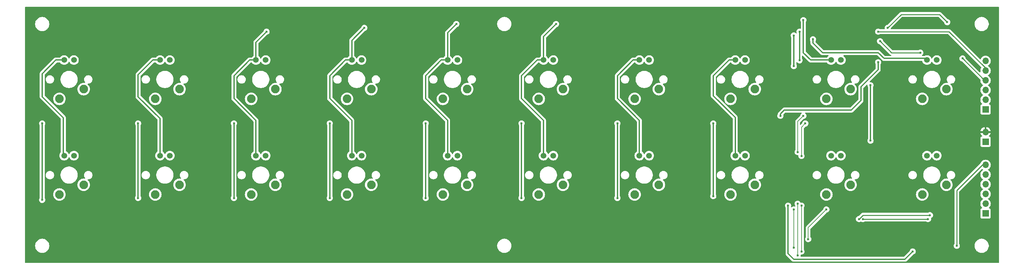
<source format=gbl>
G04 #@! TF.GenerationSoftware,KiCad,Pcbnew,8.0.4*
G04 #@! TF.CreationDate,2024-09-21T00:31:15+02:00*
G04 #@! TF.ProjectId,Keys_Flash,4b657973-5f46-46c6-9173-682e6b696361,rev?*
G04 #@! TF.SameCoordinates,Original*
G04 #@! TF.FileFunction,Copper,L2,Bot*
G04 #@! TF.FilePolarity,Positive*
%FSLAX46Y46*%
G04 Gerber Fmt 4.6, Leading zero omitted, Abs format (unit mm)*
G04 Created by KiCad (PCBNEW 8.0.4) date 2024-09-21 00:31:15*
%MOMM*%
%LPD*%
G01*
G04 APERTURE LIST*
G04 #@! TA.AperFunction,ComponentPad*
%ADD10C,2.250000*%
G04 #@! TD*
G04 #@! TA.AperFunction,ComponentPad*
%ADD11C,1.508000*%
G04 #@! TD*
G04 #@! TA.AperFunction,ComponentPad*
%ADD12R,1.700000X1.700000*%
G04 #@! TD*
G04 #@! TA.AperFunction,ComponentPad*
%ADD13O,1.700000X1.700000*%
G04 #@! TD*
G04 #@! TA.AperFunction,ViaPad*
%ADD14C,0.600000*%
G04 #@! TD*
G04 #@! TA.AperFunction,Conductor*
%ADD15C,0.200000*%
G04 #@! TD*
G04 #@! TA.AperFunction,Conductor*
%ADD16C,0.300000*%
G04 #@! TD*
G04 #@! TA.AperFunction,Conductor*
%ADD17C,0.254000*%
G04 #@! TD*
G04 APERTURE END LIST*
D10*
X54490000Y-106580000D03*
X60810000Y-104040000D03*
D11*
X55730000Y-96420000D03*
X58270000Y-96420000D03*
D10*
X229490000Y-131580000D03*
X235810000Y-129040000D03*
D11*
X230730000Y-121420000D03*
X233270000Y-121420000D03*
D12*
X271000000Y-109350000D03*
D13*
X271000000Y-106810000D03*
X271000000Y-104270000D03*
X271000000Y-101730000D03*
X271000000Y-99190000D03*
X271000000Y-96650000D03*
D10*
X79490000Y-131580000D03*
X85810000Y-129040000D03*
D11*
X80730000Y-121420000D03*
X83270000Y-121420000D03*
D10*
X179490000Y-106580000D03*
X185810000Y-104040000D03*
D11*
X180730000Y-96420000D03*
X183270000Y-96420000D03*
D10*
X204490000Y-131580000D03*
X210810000Y-129040000D03*
D11*
X205730000Y-121420000D03*
X208270000Y-121420000D03*
D12*
X271000000Y-117775000D03*
D13*
X271000000Y-115235000D03*
D10*
X104490000Y-106580000D03*
X110810000Y-104040000D03*
D11*
X105730000Y-96420000D03*
X108270000Y-96420000D03*
D10*
X154490000Y-106580000D03*
X160810000Y-104040000D03*
D11*
X155730000Y-96420000D03*
X158270000Y-96420000D03*
D10*
X204490000Y-106580000D03*
X210810000Y-104040000D03*
D11*
X205730000Y-96420000D03*
X208270000Y-96420000D03*
D10*
X54490000Y-131580000D03*
X60810000Y-129040000D03*
D11*
X55730000Y-121420000D03*
X58270000Y-121420000D03*
D10*
X229490000Y-106580000D03*
X235810000Y-104040000D03*
D11*
X230730000Y-96420000D03*
X233270000Y-96420000D03*
D10*
X129490000Y-106580000D03*
X135810000Y-104040000D03*
D11*
X130730000Y-96420000D03*
X133270000Y-96420000D03*
D10*
X179490000Y-131580000D03*
X185810000Y-129040000D03*
D11*
X180730000Y-121420000D03*
X183270000Y-121420000D03*
D10*
X154490000Y-131580000D03*
X160810000Y-129040000D03*
D11*
X155730000Y-121420000D03*
X158270000Y-121420000D03*
D10*
X104490000Y-131580000D03*
X110810000Y-129040000D03*
D11*
X105730000Y-121420000D03*
X108270000Y-121420000D03*
D10*
X129490000Y-131580000D03*
X135810000Y-129040000D03*
D11*
X130730000Y-121420000D03*
X133270000Y-121420000D03*
D10*
X29490000Y-106580000D03*
X35810000Y-104040000D03*
D11*
X30730000Y-96420000D03*
X33270000Y-96420000D03*
D10*
X29490000Y-131580000D03*
X35810000Y-129040000D03*
D11*
X30730000Y-121420000D03*
X33270000Y-121420000D03*
D10*
X254490000Y-106580000D03*
X260810000Y-104040000D03*
D11*
X255730000Y-96420000D03*
X258270000Y-96420000D03*
D12*
X271000000Y-136540000D03*
D13*
X271000000Y-134000000D03*
X271000000Y-131460000D03*
X271000000Y-128920000D03*
X271000000Y-126380000D03*
X271000000Y-123840000D03*
D10*
X254490000Y-131580000D03*
X260810000Y-129040000D03*
D11*
X255730000Y-121420000D03*
X258270000Y-121420000D03*
D10*
X79490000Y-106580000D03*
X85810000Y-104040000D03*
D11*
X80730000Y-96420000D03*
X83270000Y-96420000D03*
D14*
X216500000Y-129000000D03*
X217000000Y-102000000D03*
X194000000Y-101500000D03*
X169000000Y-102000000D03*
X144000000Y-102000000D03*
X120000000Y-102000000D03*
X94000000Y-101500000D03*
X69500000Y-101500000D03*
X45000000Y-101500000D03*
X167500000Y-138500000D03*
X65500000Y-84000000D03*
X244500000Y-90500000D03*
X240000000Y-147000000D03*
X44000000Y-90500000D03*
X235500000Y-147000000D03*
X244500000Y-118000000D03*
X78000000Y-147000000D03*
X252500000Y-121000000D03*
X91500000Y-113000000D03*
X236000000Y-85000000D03*
X21500000Y-100000000D03*
X134500000Y-92500000D03*
X110000000Y-92500000D03*
X250500000Y-106000000D03*
X210500000Y-148500000D03*
X237500000Y-99000000D03*
X40000000Y-114000000D03*
X238000000Y-119000000D03*
X94500000Y-126500000D03*
X66500000Y-113500000D03*
X201000000Y-94000000D03*
X265000000Y-147500000D03*
X38000000Y-146500000D03*
X142000000Y-112500000D03*
X258000000Y-106000000D03*
X257500000Y-116000000D03*
X209000000Y-84000000D03*
X102000000Y-92500000D03*
X241000000Y-93000000D03*
X119500000Y-126500000D03*
X126500000Y-84000000D03*
X169500000Y-126500000D03*
X32000000Y-86500000D03*
X212000000Y-135500000D03*
X243500000Y-86000000D03*
X226500000Y-115000000D03*
X194000000Y-126500000D03*
X67500000Y-137500000D03*
X226500000Y-86000000D03*
X226000000Y-130500000D03*
X211000000Y-112000000D03*
X241000000Y-141500000D03*
X238500000Y-114500000D03*
X273000000Y-90500000D03*
X76500000Y-92500000D03*
X146500000Y-96000000D03*
X267000000Y-113500000D03*
X166500000Y-112500000D03*
X243500000Y-139000000D03*
X265500000Y-84500000D03*
X193500000Y-112500000D03*
X226500000Y-99000000D03*
X177000000Y-93500000D03*
X22000000Y-132000000D03*
X247000000Y-146500000D03*
X88000000Y-92500000D03*
X192500000Y-137500000D03*
X228500000Y-139000000D03*
X227000000Y-119000000D03*
X117500000Y-135500000D03*
X131000000Y-147000000D03*
X68500000Y-126000000D03*
X273000000Y-142000000D03*
X267500000Y-122500000D03*
X159500000Y-84000000D03*
X169500000Y-148500000D03*
X42500000Y-138500000D03*
X245500000Y-133000000D03*
X252500000Y-87500000D03*
X255500000Y-147000000D03*
X243500000Y-142500000D03*
X238000000Y-143000000D03*
X142500000Y-134000000D03*
X233500000Y-107000000D03*
X127500000Y-92500000D03*
X242500000Y-92500000D03*
X245000000Y-101000000D03*
X92500000Y-136500000D03*
X257500000Y-146500000D03*
X227000000Y-139500000D03*
X264500000Y-115500000D03*
X249500000Y-146000000D03*
X242500000Y-85500000D03*
X116500000Y-112500000D03*
X261000000Y-144500000D03*
X163000000Y-93500000D03*
X260000000Y-91500000D03*
X102500000Y-87500000D03*
X191000000Y-94000000D03*
X61500000Y-92500000D03*
X212000000Y-95000000D03*
X242500000Y-87000000D03*
X144000000Y-126000000D03*
X261000000Y-146500000D03*
X223500000Y-111000000D03*
X222000000Y-134000000D03*
X222000000Y-120500000D03*
X222000000Y-147500000D03*
X25000000Y-113000000D03*
X25000000Y-133000000D03*
X223000000Y-146500000D03*
X223000000Y-134500000D03*
X50000000Y-132500000D03*
X50000000Y-113000000D03*
X224000000Y-113000000D03*
X223000000Y-121500000D03*
X221000000Y-135500000D03*
X75000000Y-113000000D03*
X221000000Y-145500000D03*
X75000000Y-132500000D03*
X229500000Y-135500000D03*
X100000000Y-132500000D03*
X224750000Y-143250000D03*
X100000000Y-113000000D03*
X125000000Y-132500000D03*
X125000000Y-113000000D03*
X150000000Y-113000000D03*
X150000000Y-132500000D03*
X175000000Y-113000000D03*
X175000000Y-132500000D03*
X200000000Y-132000000D03*
X200000000Y-113000000D03*
X263500000Y-145000000D03*
X239000000Y-138000000D03*
X256000000Y-138000000D03*
X238000000Y-138000000D03*
X256500000Y-137000000D03*
X265000000Y-96000000D03*
X254000000Y-94500000D03*
X243500000Y-91500000D03*
X243000000Y-89000000D03*
X261000000Y-86500000D03*
X245500000Y-88000000D03*
X243000000Y-97000000D03*
X217500000Y-111000000D03*
X241000000Y-103000000D03*
X241000000Y-117500000D03*
X219500000Y-134500000D03*
X252000000Y-146500000D03*
X223500000Y-86000000D03*
X226000000Y-91000000D03*
X221000000Y-90000000D03*
X83500000Y-89000000D03*
X221000000Y-98000000D03*
X222500000Y-89000000D03*
X222500000Y-96500000D03*
X109000000Y-88000000D03*
X133000000Y-87000000D03*
X159000000Y-87000000D03*
D15*
X222000000Y-147500000D02*
X222000000Y-134000000D01*
X222000000Y-120500000D02*
X222000000Y-112500000D01*
D16*
X25000000Y-113000000D02*
X25000000Y-133000000D01*
D15*
X222000000Y-112500000D02*
X223500000Y-111000000D01*
X224000000Y-113000000D02*
X223000000Y-114000000D01*
X223000000Y-121500000D02*
X223000000Y-114000000D01*
X223000000Y-146500000D02*
X223000000Y-134500000D01*
D16*
X50000000Y-113000000D02*
X50000000Y-132500000D01*
X75000000Y-113000000D02*
X75000000Y-132500000D01*
D15*
X221000000Y-135500000D02*
X221000000Y-145500000D01*
D16*
X100000000Y-113000000D02*
X100000000Y-132500000D01*
D15*
X224750000Y-140250000D02*
X224750000Y-143250000D01*
X229500000Y-135500000D02*
X224750000Y-140250000D01*
D16*
X125000000Y-113000000D02*
X125000000Y-132500000D01*
X150000000Y-113000000D02*
X150000000Y-132500000D01*
X175000000Y-113000000D02*
X175000000Y-132500000D01*
X200000000Y-113000000D02*
X200000000Y-132000000D01*
D17*
X270160000Y-123840000D02*
X271000000Y-123840000D01*
X263500000Y-145000000D02*
X263500000Y-130500000D01*
X263500000Y-130500000D02*
X270160000Y-123840000D01*
X239000000Y-138000000D02*
X256000000Y-138000000D01*
X239000000Y-137000000D02*
X238000000Y-138000000D01*
X256500000Y-137000000D02*
X239000000Y-137000000D01*
X265000000Y-96000000D02*
X270730000Y-101730000D01*
X246500000Y-94500000D02*
X243500000Y-91500000D01*
X270730000Y-101730000D02*
X271000000Y-101730000D01*
X254000000Y-94500000D02*
X246500000Y-94500000D01*
X271000000Y-98500000D02*
X271000000Y-99190000D01*
X243000000Y-89000000D02*
X261500000Y-89000000D01*
X261500000Y-89000000D02*
X271000000Y-98500000D01*
X261000000Y-86500000D02*
X259000000Y-84500000D01*
X249000000Y-84500000D02*
X245500000Y-88000000D01*
X259000000Y-84500000D02*
X249000000Y-84500000D01*
D16*
X236000000Y-109500000D02*
X218500000Y-109500000D01*
X238500000Y-107000000D02*
X236000000Y-109500000D01*
X238500000Y-103435966D02*
X238500000Y-107000000D01*
X243000000Y-98935966D02*
X238500000Y-103435966D01*
X217500000Y-110500000D02*
X217500000Y-111000000D01*
X243000000Y-97000000D02*
X243000000Y-98935966D01*
X218500000Y-109500000D02*
X217500000Y-110500000D01*
X241000000Y-103000000D02*
X241000000Y-117500000D01*
X219500000Y-147000000D02*
X221000000Y-148500000D01*
X221000000Y-148500000D02*
X250000000Y-148500000D01*
X250000000Y-148500000D02*
X252000000Y-146500000D01*
X219500000Y-134500000D02*
X219500000Y-147000000D01*
X223500000Y-94500000D02*
X225420000Y-96420000D01*
X223500000Y-86000000D02*
X223500000Y-94500000D01*
X28580000Y-96420000D02*
X25000000Y-100000000D01*
X30500000Y-111500000D02*
X30500000Y-121190000D01*
X25000000Y-100000000D02*
X25000000Y-106000000D01*
X30500000Y-121190000D02*
X30730000Y-121420000D01*
X25000000Y-106000000D02*
X30500000Y-111500000D01*
X225420000Y-96420000D02*
X230730000Y-96420000D01*
X30730000Y-96420000D02*
X28580000Y-96420000D01*
X55730000Y-96420000D02*
X53871842Y-96420000D01*
X53871842Y-96420000D02*
X50000000Y-100291842D01*
X244500000Y-96000000D02*
X243000000Y-94500000D01*
X226000000Y-92000000D02*
X226000000Y-91000000D01*
X228500000Y-94500000D02*
X226000000Y-92000000D01*
X50000000Y-100291842D02*
X50000000Y-106000000D01*
X50000000Y-106000000D02*
X55730000Y-111730000D01*
X55730000Y-111730000D02*
X55730000Y-121420000D01*
X255310000Y-96000000D02*
X244500000Y-96000000D01*
X243000000Y-94500000D02*
X228500000Y-94500000D01*
X255730000Y-96420000D02*
X255310000Y-96000000D01*
X75000000Y-106500000D02*
X80730000Y-112230000D01*
X80730000Y-112230000D02*
X80730000Y-121420000D01*
X79080000Y-96420000D02*
X75000000Y-100500000D01*
X80730000Y-91770000D02*
X80730000Y-96420000D01*
X221000000Y-98000000D02*
X221000000Y-90000000D01*
X80730000Y-96420000D02*
X79080000Y-96420000D01*
X75000000Y-100500000D02*
X75000000Y-106500000D01*
X83500000Y-89000000D02*
X80730000Y-91770000D01*
X222500000Y-96500000D02*
X222500000Y-89000000D01*
X104080000Y-96420000D02*
X100000000Y-100500000D01*
X105730000Y-96420000D02*
X104080000Y-96420000D01*
X105730000Y-112230000D02*
X105730000Y-121420000D01*
X100000000Y-100500000D02*
X100000000Y-106500000D01*
X109000000Y-88000000D02*
X105730000Y-91270000D01*
X105730000Y-91270000D02*
X105730000Y-96420000D01*
X100000000Y-106500000D02*
X105730000Y-112230000D01*
X129080000Y-96420000D02*
X125000000Y-100500000D01*
X130730000Y-96420000D02*
X129080000Y-96420000D01*
X133000000Y-87000000D02*
X130730000Y-89270000D01*
X125000000Y-100500000D02*
X125000000Y-106500000D01*
X125000000Y-106500000D02*
X130730000Y-112230000D01*
X130730000Y-89270000D02*
X130730000Y-96420000D01*
X130730000Y-112230000D02*
X130730000Y-121420000D01*
X154080000Y-96420000D02*
X150000000Y-100500000D01*
X155730000Y-96420000D02*
X154080000Y-96420000D01*
X159000000Y-87000000D02*
X155730000Y-90270000D01*
X150000000Y-106500000D02*
X155730000Y-112230000D01*
X155730000Y-112230000D02*
X155730000Y-121420000D01*
X155730000Y-90270000D02*
X155730000Y-96420000D01*
X150000000Y-100500000D02*
X150000000Y-106500000D01*
X180730000Y-112230000D02*
X180730000Y-121420000D01*
X175000000Y-106500000D02*
X180730000Y-112230000D01*
X175000000Y-100500000D02*
X175000000Y-106500000D01*
X180730000Y-96420000D02*
X179080000Y-96420000D01*
X179080000Y-96420000D02*
X175000000Y-100500000D01*
X205730000Y-96420000D02*
X204121842Y-96420000D01*
X200000000Y-105750000D02*
X205730000Y-111480000D01*
X204121842Y-96420000D02*
X200000000Y-100541842D01*
X205730000Y-111480000D02*
X205730000Y-121420000D01*
X200000000Y-100541842D02*
X200000000Y-105750000D01*
G04 #@! TA.AperFunction,Conductor*
G36*
X274442539Y-82520185D02*
G01*
X274488294Y-82572989D01*
X274499500Y-82624500D01*
X274499500Y-149375500D01*
X274479815Y-149442539D01*
X274427011Y-149488294D01*
X274375500Y-149499500D01*
X20624500Y-149499500D01*
X20557461Y-149479815D01*
X20511706Y-149427011D01*
X20500500Y-149375500D01*
X20500500Y-144878711D01*
X23149500Y-144878711D01*
X23149500Y-145121288D01*
X23181161Y-145361785D01*
X23243947Y-145596104D01*
X23330709Y-145805565D01*
X23336776Y-145820212D01*
X23458064Y-146030289D01*
X23458066Y-146030292D01*
X23458067Y-146030293D01*
X23605733Y-146222736D01*
X23605739Y-146222743D01*
X23777256Y-146394260D01*
X23777262Y-146394265D01*
X23969711Y-146541936D01*
X24179788Y-146663224D01*
X24403900Y-146756054D01*
X24638211Y-146818838D01*
X24818586Y-146842584D01*
X24878711Y-146850500D01*
X24878712Y-146850500D01*
X25121289Y-146850500D01*
X25169388Y-146844167D01*
X25361789Y-146818838D01*
X25596100Y-146756054D01*
X25820212Y-146663224D01*
X26030289Y-146541936D01*
X26222738Y-146394265D01*
X26394265Y-146222738D01*
X26541936Y-146030289D01*
X26663224Y-145820212D01*
X26756054Y-145596100D01*
X26818838Y-145361789D01*
X26850500Y-145121288D01*
X26850500Y-144878712D01*
X26850500Y-144878711D01*
X143649500Y-144878711D01*
X143649500Y-145121288D01*
X143681161Y-145361785D01*
X143743947Y-145596104D01*
X143830709Y-145805565D01*
X143836776Y-145820212D01*
X143958064Y-146030289D01*
X143958066Y-146030292D01*
X143958067Y-146030293D01*
X144105733Y-146222736D01*
X144105739Y-146222743D01*
X144277256Y-146394260D01*
X144277262Y-146394265D01*
X144469711Y-146541936D01*
X144679788Y-146663224D01*
X144903900Y-146756054D01*
X145138211Y-146818838D01*
X145318586Y-146842584D01*
X145378711Y-146850500D01*
X145378712Y-146850500D01*
X145621289Y-146850500D01*
X145669388Y-146844167D01*
X145861789Y-146818838D01*
X146096100Y-146756054D01*
X146320212Y-146663224D01*
X146530289Y-146541936D01*
X146722738Y-146394265D01*
X146894265Y-146222738D01*
X147041936Y-146030289D01*
X147163224Y-145820212D01*
X147256054Y-145596100D01*
X147318838Y-145361789D01*
X147350500Y-145121288D01*
X147350500Y-144878712D01*
X147318838Y-144638211D01*
X147256054Y-144403900D01*
X147163224Y-144179788D01*
X147041936Y-143969711D01*
X146894265Y-143777262D01*
X146894260Y-143777256D01*
X146722743Y-143605739D01*
X146722736Y-143605733D01*
X146530293Y-143458067D01*
X146530292Y-143458066D01*
X146530289Y-143458064D01*
X146320212Y-143336776D01*
X146320205Y-143336773D01*
X146096104Y-143243947D01*
X145861785Y-143181161D01*
X145621289Y-143149500D01*
X145621288Y-143149500D01*
X145378712Y-143149500D01*
X145378711Y-143149500D01*
X145138214Y-143181161D01*
X144903895Y-143243947D01*
X144679794Y-143336773D01*
X144679785Y-143336777D01*
X144469706Y-143458067D01*
X144277263Y-143605733D01*
X144277256Y-143605739D01*
X144105739Y-143777256D01*
X144105733Y-143777263D01*
X143958067Y-143969706D01*
X143958064Y-143969710D01*
X143958064Y-143969711D01*
X143954555Y-143975789D01*
X143836777Y-144179785D01*
X143836773Y-144179794D01*
X143743947Y-144403895D01*
X143681161Y-144638214D01*
X143649500Y-144878711D01*
X26850500Y-144878711D01*
X26818838Y-144638211D01*
X26756054Y-144403900D01*
X26663224Y-144179788D01*
X26541936Y-143969711D01*
X26394265Y-143777262D01*
X26394260Y-143777256D01*
X26222743Y-143605739D01*
X26222736Y-143605733D01*
X26030293Y-143458067D01*
X26030292Y-143458066D01*
X26030289Y-143458064D01*
X25820212Y-143336776D01*
X25820205Y-143336773D01*
X25596104Y-143243947D01*
X25361785Y-143181161D01*
X25121289Y-143149500D01*
X25121288Y-143149500D01*
X24878712Y-143149500D01*
X24878711Y-143149500D01*
X24638214Y-143181161D01*
X24403895Y-143243947D01*
X24179794Y-143336773D01*
X24179785Y-143336777D01*
X23969706Y-143458067D01*
X23777263Y-143605733D01*
X23777256Y-143605739D01*
X23605739Y-143777256D01*
X23605733Y-143777263D01*
X23458067Y-143969706D01*
X23458064Y-143969710D01*
X23458064Y-143969711D01*
X23454555Y-143975789D01*
X23336777Y-144179785D01*
X23336773Y-144179794D01*
X23243947Y-144403895D01*
X23181161Y-144638214D01*
X23149500Y-144878711D01*
X20500500Y-144878711D01*
X20500500Y-134499996D01*
X218694435Y-134499996D01*
X218694435Y-134500003D01*
X218714630Y-134679249D01*
X218714631Y-134679254D01*
X218774211Y-134849524D01*
X218830493Y-134939094D01*
X218849500Y-135005067D01*
X218849500Y-147064069D01*
X218866693Y-147150500D01*
X218874499Y-147189744D01*
X218923534Y-147308125D01*
X218994726Y-147414673D01*
X220585324Y-149005271D01*
X220585331Y-149005277D01*
X220691871Y-149076464D01*
X220691870Y-149076464D01*
X220726544Y-149090826D01*
X220810256Y-149125501D01*
X220810260Y-149125501D01*
X220810261Y-149125502D01*
X220935928Y-149150500D01*
X220935931Y-149150500D01*
X250064071Y-149150500D01*
X250148615Y-149133682D01*
X250189744Y-149125501D01*
X250308127Y-149076465D01*
X250414669Y-149005277D01*
X252098224Y-147321720D01*
X252159545Y-147288237D01*
X252172019Y-147286183D01*
X252179255Y-147285368D01*
X252349522Y-147225789D01*
X252502262Y-147129816D01*
X252629816Y-147002262D01*
X252725789Y-146849522D01*
X252785368Y-146679255D01*
X252787174Y-146663226D01*
X252805565Y-146500003D01*
X252805565Y-146499996D01*
X252785369Y-146320750D01*
X252785368Y-146320745D01*
X252752141Y-146225788D01*
X252725789Y-146150478D01*
X252629816Y-145997738D01*
X252502262Y-145870184D01*
X252469379Y-145849522D01*
X252349523Y-145774211D01*
X252179254Y-145714631D01*
X252179249Y-145714630D01*
X252000004Y-145694435D01*
X251999996Y-145694435D01*
X251820750Y-145714630D01*
X251820745Y-145714631D01*
X251650476Y-145774211D01*
X251497737Y-145870184D01*
X251370184Y-145997737D01*
X251274210Y-146150478D01*
X251214632Y-146320744D01*
X251214630Y-146320752D01*
X251213815Y-146327988D01*
X251186743Y-146392400D01*
X251178277Y-146401775D01*
X249766873Y-147813181D01*
X249705550Y-147846666D01*
X249679192Y-147849500D01*
X222900559Y-147849500D01*
X222833520Y-147829815D01*
X222787765Y-147777011D01*
X222777821Y-147707853D01*
X222783517Y-147684546D01*
X222785367Y-147679257D01*
X222785368Y-147679255D01*
X222794644Y-147596930D01*
X222805565Y-147500003D01*
X222805565Y-147499997D01*
X222798285Y-147435389D01*
X222810339Y-147366567D01*
X222857688Y-147315188D01*
X222925298Y-147297563D01*
X222935385Y-147298284D01*
X222961857Y-147301267D01*
X222999998Y-147305565D01*
X223000000Y-147305565D01*
X223000004Y-147305565D01*
X223179249Y-147285369D01*
X223179252Y-147285368D01*
X223179255Y-147285368D01*
X223349522Y-147225789D01*
X223502262Y-147129816D01*
X223629816Y-147002262D01*
X223725789Y-146849522D01*
X223785368Y-146679255D01*
X223787174Y-146663226D01*
X223805565Y-146500003D01*
X223805565Y-146499996D01*
X223785369Y-146320750D01*
X223785368Y-146320745D01*
X223752141Y-146225788D01*
X223725789Y-146150478D01*
X223629816Y-145997738D01*
X223629814Y-145997736D01*
X223629813Y-145997734D01*
X223627550Y-145994896D01*
X223626659Y-145992715D01*
X223626111Y-145991842D01*
X223626264Y-145991745D01*
X223601144Y-145930209D01*
X223600500Y-145917587D01*
X223600500Y-144999996D01*
X262694435Y-144999996D01*
X262694435Y-145000003D01*
X262714630Y-145179249D01*
X262714631Y-145179254D01*
X262774211Y-145349523D01*
X262868763Y-145500000D01*
X262870184Y-145502262D01*
X262997738Y-145629816D01*
X263076420Y-145679255D01*
X263132721Y-145714632D01*
X263150478Y-145725789D01*
X263288860Y-145774211D01*
X263320745Y-145785368D01*
X263320750Y-145785369D01*
X263499996Y-145805565D01*
X263500000Y-145805565D01*
X263500004Y-145805565D01*
X263679249Y-145785369D01*
X263679252Y-145785368D01*
X263679255Y-145785368D01*
X263849522Y-145725789D01*
X264002262Y-145629816D01*
X264129816Y-145502262D01*
X264225789Y-145349522D01*
X264285368Y-145179255D01*
X264285369Y-145179249D01*
X264305565Y-145000003D01*
X264305565Y-144999996D01*
X264291900Y-144878711D01*
X268149500Y-144878711D01*
X268149500Y-145121288D01*
X268181161Y-145361785D01*
X268243947Y-145596104D01*
X268330709Y-145805565D01*
X268336776Y-145820212D01*
X268458064Y-146030289D01*
X268458066Y-146030292D01*
X268458067Y-146030293D01*
X268605733Y-146222736D01*
X268605739Y-146222743D01*
X268777256Y-146394260D01*
X268777262Y-146394265D01*
X268969711Y-146541936D01*
X269179788Y-146663224D01*
X269403900Y-146756054D01*
X269638211Y-146818838D01*
X269818586Y-146842584D01*
X269878711Y-146850500D01*
X269878712Y-146850500D01*
X270121289Y-146850500D01*
X270169388Y-146844167D01*
X270361789Y-146818838D01*
X270596100Y-146756054D01*
X270820212Y-146663224D01*
X271030289Y-146541936D01*
X271222738Y-146394265D01*
X271394265Y-146222738D01*
X271541936Y-146030289D01*
X271663224Y-145820212D01*
X271756054Y-145596100D01*
X271818838Y-145361789D01*
X271850500Y-145121288D01*
X271850500Y-144878712D01*
X271818838Y-144638211D01*
X271756054Y-144403900D01*
X271663224Y-144179788D01*
X271541936Y-143969711D01*
X271394265Y-143777262D01*
X271394260Y-143777256D01*
X271222743Y-143605739D01*
X271222736Y-143605733D01*
X271030293Y-143458067D01*
X271030292Y-143458066D01*
X271030289Y-143458064D01*
X270820212Y-143336776D01*
X270820205Y-143336773D01*
X270596104Y-143243947D01*
X270361785Y-143181161D01*
X270121289Y-143149500D01*
X270121288Y-143149500D01*
X269878712Y-143149500D01*
X269878711Y-143149500D01*
X269638214Y-143181161D01*
X269403895Y-143243947D01*
X269179794Y-143336773D01*
X269179785Y-143336777D01*
X268969706Y-143458067D01*
X268777263Y-143605733D01*
X268777256Y-143605739D01*
X268605739Y-143777256D01*
X268605733Y-143777263D01*
X268458067Y-143969706D01*
X268458064Y-143969710D01*
X268458064Y-143969711D01*
X268454555Y-143975789D01*
X268336777Y-144179785D01*
X268336773Y-144179794D01*
X268243947Y-144403895D01*
X268181161Y-144638214D01*
X268149500Y-144878711D01*
X264291900Y-144878711D01*
X264285369Y-144820750D01*
X264285368Y-144820745D01*
X264225788Y-144650476D01*
X264146506Y-144524300D01*
X264127500Y-144458328D01*
X264127500Y-130811280D01*
X264147185Y-130744241D01*
X264163814Y-130723604D01*
X269984638Y-124902779D01*
X270045959Y-124869296D01*
X270115651Y-124874280D01*
X270143440Y-124888887D01*
X270314158Y-125008425D01*
X270357783Y-125063002D01*
X270364976Y-125132500D01*
X270333454Y-125194855D01*
X270314158Y-125211575D01*
X270128597Y-125341505D01*
X269961505Y-125508597D01*
X269825965Y-125702169D01*
X269825964Y-125702171D01*
X269726098Y-125916335D01*
X269726094Y-125916344D01*
X269664938Y-126144586D01*
X269664936Y-126144596D01*
X269644341Y-126379999D01*
X269644341Y-126380000D01*
X269664936Y-126615403D01*
X269664938Y-126615413D01*
X269726094Y-126843655D01*
X269726096Y-126843659D01*
X269726097Y-126843663D01*
X269825965Y-127057830D01*
X269825967Y-127057834D01*
X269961501Y-127251395D01*
X269961506Y-127251402D01*
X270128597Y-127418493D01*
X270128603Y-127418498D01*
X270314158Y-127548425D01*
X270357783Y-127603002D01*
X270364977Y-127672500D01*
X270333454Y-127734855D01*
X270314158Y-127751575D01*
X270128597Y-127881505D01*
X269961505Y-128048597D01*
X269825965Y-128242169D01*
X269825964Y-128242171D01*
X269726098Y-128456335D01*
X269726094Y-128456344D01*
X269664938Y-128684586D01*
X269664936Y-128684596D01*
X269644341Y-128919999D01*
X269644341Y-128920000D01*
X269664936Y-129155403D01*
X269664938Y-129155413D01*
X269726094Y-129383655D01*
X269726096Y-129383659D01*
X269726097Y-129383663D01*
X269800798Y-129543860D01*
X269825965Y-129597830D01*
X269825967Y-129597834D01*
X269934281Y-129752521D01*
X269953691Y-129780242D01*
X269961501Y-129791395D01*
X269961506Y-129791402D01*
X270128597Y-129958493D01*
X270128603Y-129958498D01*
X270314158Y-130088425D01*
X270357783Y-130143002D01*
X270364977Y-130212500D01*
X270333454Y-130274855D01*
X270314158Y-130291575D01*
X270128597Y-130421505D01*
X269961505Y-130588597D01*
X269825965Y-130782169D01*
X269825964Y-130782171D01*
X269726098Y-130996335D01*
X269726094Y-130996344D01*
X269664938Y-131224586D01*
X269664936Y-131224596D01*
X269644341Y-131459999D01*
X269644341Y-131460000D01*
X269664936Y-131695403D01*
X269664938Y-131695413D01*
X269726094Y-131923655D01*
X269726096Y-131923659D01*
X269726097Y-131923663D01*
X269759330Y-131994931D01*
X269825965Y-132137830D01*
X269825967Y-132137834D01*
X269854970Y-132179254D01*
X269953691Y-132320242D01*
X269961501Y-132331395D01*
X269961506Y-132331402D01*
X270128597Y-132498493D01*
X270128603Y-132498498D01*
X270314158Y-132628425D01*
X270357783Y-132683002D01*
X270364977Y-132752500D01*
X270333454Y-132814855D01*
X270314158Y-132831575D01*
X270128597Y-132961505D01*
X269961505Y-133128597D01*
X269825965Y-133322169D01*
X269825964Y-133322171D01*
X269726098Y-133536335D01*
X269726094Y-133536344D01*
X269664938Y-133764586D01*
X269664936Y-133764596D01*
X269644341Y-133999999D01*
X269644341Y-134000000D01*
X269664936Y-134235403D01*
X269664938Y-134235413D01*
X269726094Y-134463655D01*
X269726096Y-134463659D01*
X269726097Y-134463663D01*
X269775582Y-134569783D01*
X269825965Y-134677830D01*
X269825967Y-134677834D01*
X269915440Y-134805614D01*
X269961501Y-134871396D01*
X269961506Y-134871402D01*
X270083430Y-134993326D01*
X270116915Y-135054649D01*
X270111931Y-135124341D01*
X270070059Y-135180274D01*
X270039083Y-135197189D01*
X269907669Y-135246203D01*
X269907664Y-135246206D01*
X269792455Y-135332452D01*
X269792452Y-135332455D01*
X269706206Y-135447664D01*
X269706202Y-135447671D01*
X269655908Y-135582517D01*
X269649501Y-135642116D01*
X269649501Y-135642123D01*
X269649500Y-135642135D01*
X269649500Y-137437870D01*
X269649501Y-137437876D01*
X269655908Y-137497483D01*
X269706202Y-137632328D01*
X269706206Y-137632335D01*
X269792452Y-137747544D01*
X269792455Y-137747547D01*
X269907664Y-137833793D01*
X269907671Y-137833797D01*
X270042517Y-137884091D01*
X270042516Y-137884091D01*
X270049444Y-137884835D01*
X270102127Y-137890500D01*
X271897872Y-137890499D01*
X271957483Y-137884091D01*
X272092331Y-137833796D01*
X272207546Y-137747546D01*
X272293796Y-137632331D01*
X272344091Y-137497483D01*
X272350500Y-137437873D01*
X272350499Y-135642128D01*
X272344091Y-135582517D01*
X272313315Y-135500003D01*
X272293797Y-135447671D01*
X272293793Y-135447664D01*
X272207547Y-135332455D01*
X272207544Y-135332452D01*
X272092335Y-135246206D01*
X272092328Y-135246202D01*
X271960917Y-135197189D01*
X271904983Y-135155318D01*
X271880566Y-135089853D01*
X271895418Y-135021580D01*
X271916563Y-134993332D01*
X272038495Y-134871401D01*
X272174035Y-134677830D01*
X272273903Y-134463663D01*
X272335063Y-134235408D01*
X272355659Y-134000000D01*
X272335063Y-133764592D01*
X272273903Y-133536337D01*
X272174035Y-133322171D01*
X272162408Y-133305565D01*
X272038494Y-133128597D01*
X271871402Y-132961506D01*
X271871396Y-132961501D01*
X271685842Y-132831575D01*
X271642217Y-132776998D01*
X271635023Y-132707500D01*
X271666546Y-132645145D01*
X271685842Y-132628425D01*
X271814412Y-132538399D01*
X271871401Y-132498495D01*
X272038495Y-132331401D01*
X272174035Y-132137830D01*
X272273903Y-131923663D01*
X272335063Y-131695408D01*
X272355659Y-131460000D01*
X272335063Y-131224592D01*
X272273903Y-130996337D01*
X272174035Y-130782171D01*
X272147477Y-130744241D01*
X272038494Y-130588597D01*
X271871402Y-130421506D01*
X271871396Y-130421501D01*
X271685842Y-130291575D01*
X271642217Y-130236998D01*
X271635023Y-130167500D01*
X271666546Y-130105145D01*
X271685842Y-130088425D01*
X271794145Y-130012590D01*
X271871401Y-129958495D01*
X272038495Y-129791401D01*
X272174035Y-129597830D01*
X272273903Y-129383663D01*
X272335063Y-129155408D01*
X272355659Y-128920000D01*
X272335063Y-128684592D01*
X272273903Y-128456337D01*
X272174035Y-128242171D01*
X272138237Y-128191045D01*
X272038494Y-128048597D01*
X271871402Y-127881506D01*
X271871396Y-127881501D01*
X271685842Y-127751575D01*
X271642217Y-127696998D01*
X271635023Y-127627500D01*
X271666546Y-127565145D01*
X271685842Y-127548425D01*
X271838929Y-127441232D01*
X271871401Y-127418495D01*
X272038495Y-127251401D01*
X272174035Y-127057830D01*
X272273903Y-126843663D01*
X272335063Y-126615408D01*
X272355659Y-126380000D01*
X272353287Y-126352894D01*
X272335063Y-126144596D01*
X272335063Y-126144592D01*
X272273903Y-125916337D01*
X272174035Y-125702171D01*
X272144919Y-125660588D01*
X272038494Y-125508597D01*
X271871402Y-125341506D01*
X271871396Y-125341501D01*
X271685842Y-125211575D01*
X271642217Y-125156998D01*
X271635023Y-125087500D01*
X271666546Y-125025145D01*
X271685842Y-125008425D01*
X271708026Y-124992891D01*
X271871401Y-124878495D01*
X272038495Y-124711401D01*
X272174035Y-124517830D01*
X272273903Y-124303663D01*
X272335063Y-124075408D01*
X272355659Y-123840000D01*
X272335063Y-123604592D01*
X272273903Y-123376337D01*
X272174035Y-123162171D01*
X272038495Y-122968599D01*
X272038494Y-122968597D01*
X271871402Y-122801506D01*
X271871395Y-122801501D01*
X271677834Y-122665967D01*
X271677830Y-122665965D01*
X271665381Y-122660160D01*
X271463663Y-122566097D01*
X271463659Y-122566096D01*
X271463655Y-122566094D01*
X271235413Y-122504938D01*
X271235403Y-122504936D01*
X271000001Y-122484341D01*
X270999999Y-122484341D01*
X270764596Y-122504936D01*
X270764586Y-122504938D01*
X270536344Y-122566094D01*
X270536335Y-122566098D01*
X270322171Y-122665964D01*
X270322169Y-122665965D01*
X270128597Y-122801505D01*
X269961505Y-122968597D01*
X269825965Y-123162169D01*
X269825964Y-123162171D01*
X269726471Y-123375533D01*
X269701770Y-123410809D01*
X264742433Y-128370148D01*
X263099992Y-130012589D01*
X263056289Y-130056292D01*
X263012586Y-130099994D01*
X263012585Y-130099996D01*
X262943233Y-130203789D01*
X262941586Y-130208393D01*
X262896614Y-130316964D01*
X262896612Y-130316972D01*
X262872500Y-130438192D01*
X262872500Y-144458328D01*
X262853494Y-144524300D01*
X262774211Y-144650476D01*
X262714631Y-144820745D01*
X262714630Y-144820750D01*
X262694435Y-144999996D01*
X223600500Y-144999996D01*
X223600500Y-143249996D01*
X223944435Y-143249996D01*
X223944435Y-143250003D01*
X223964630Y-143429249D01*
X223964631Y-143429254D01*
X224024211Y-143599523D01*
X224028117Y-143605739D01*
X224120184Y-143752262D01*
X224247738Y-143879816D01*
X224400478Y-143975789D01*
X224570745Y-144035368D01*
X224570750Y-144035369D01*
X224749996Y-144055565D01*
X224750000Y-144055565D01*
X224750004Y-144055565D01*
X224929249Y-144035369D01*
X224929252Y-144035368D01*
X224929255Y-144035368D01*
X225099522Y-143975789D01*
X225252262Y-143879816D01*
X225379816Y-143752262D01*
X225475789Y-143599522D01*
X225535368Y-143429255D01*
X225555565Y-143250000D01*
X225544241Y-143149500D01*
X225535369Y-143070750D01*
X225535368Y-143070745D01*
X225475788Y-142900476D01*
X225379813Y-142747734D01*
X225377550Y-142744896D01*
X225376659Y-142742715D01*
X225376111Y-142741842D01*
X225376264Y-142741745D01*
X225351144Y-142680209D01*
X225350500Y-142667587D01*
X225350500Y-140550096D01*
X225370185Y-140483057D01*
X225386814Y-140462420D01*
X227849237Y-137999996D01*
X237194435Y-137999996D01*
X237194435Y-138000003D01*
X237214630Y-138179249D01*
X237214631Y-138179254D01*
X237274211Y-138349523D01*
X237370184Y-138502262D01*
X237497738Y-138629816D01*
X237650478Y-138725789D01*
X237820745Y-138785368D01*
X237820750Y-138785369D01*
X237999996Y-138805565D01*
X238000000Y-138805565D01*
X238000004Y-138805565D01*
X238179249Y-138785369D01*
X238179252Y-138785368D01*
X238179255Y-138785368D01*
X238349522Y-138725789D01*
X238434027Y-138672691D01*
X238501264Y-138653690D01*
X238565973Y-138672691D01*
X238650475Y-138725788D01*
X238820745Y-138785368D01*
X238820750Y-138785369D01*
X238999996Y-138805565D01*
X239000000Y-138805565D01*
X239000004Y-138805565D01*
X239179249Y-138785369D01*
X239179252Y-138785368D01*
X239179255Y-138785368D01*
X239349522Y-138725789D01*
X239475700Y-138646505D01*
X239541672Y-138627500D01*
X255458328Y-138627500D01*
X255524299Y-138646505D01*
X255650478Y-138725789D01*
X255820745Y-138785368D01*
X255820750Y-138785369D01*
X255999996Y-138805565D01*
X256000000Y-138805565D01*
X256000004Y-138805565D01*
X256179249Y-138785369D01*
X256179252Y-138785368D01*
X256179255Y-138785368D01*
X256349522Y-138725789D01*
X256502262Y-138629816D01*
X256629816Y-138502262D01*
X256725789Y-138349522D01*
X256785368Y-138179255D01*
X256805565Y-138000000D01*
X256805565Y-137999996D01*
X256788342Y-137847136D01*
X256800397Y-137778315D01*
X256845590Y-137728259D01*
X256849519Y-137725789D01*
X256849522Y-137725789D01*
X257002262Y-137629816D01*
X257129816Y-137502262D01*
X257225789Y-137349522D01*
X257285368Y-137179255D01*
X257305565Y-137000000D01*
X257285368Y-136820745D01*
X257225789Y-136650478D01*
X257129816Y-136497738D01*
X257002262Y-136370184D01*
X256939424Y-136330700D01*
X256849523Y-136274211D01*
X256679254Y-136214631D01*
X256679249Y-136214630D01*
X256500004Y-136194435D01*
X256499996Y-136194435D01*
X256320750Y-136214630D01*
X256320745Y-136214631D01*
X256150476Y-136274211D01*
X256024300Y-136353494D01*
X255958328Y-136372500D01*
X238938192Y-136372500D01*
X238816973Y-136396611D01*
X238816973Y-136396612D01*
X238816970Y-136396613D01*
X238816966Y-136396614D01*
X238750070Y-136424323D01*
X238750068Y-136424323D01*
X238702770Y-136443915D01*
X238702760Y-136443920D01*
X238622218Y-136497738D01*
X238622217Y-136497739D01*
X238599989Y-136512590D01*
X237938432Y-137174147D01*
X237877109Y-137207632D01*
X237864637Y-137209686D01*
X237820745Y-137214632D01*
X237650478Y-137274210D01*
X237497737Y-137370184D01*
X237370184Y-137497737D01*
X237274211Y-137650476D01*
X237214631Y-137820745D01*
X237214630Y-137820750D01*
X237194435Y-137999996D01*
X227849237Y-137999996D01*
X229518535Y-136330698D01*
X229579856Y-136297215D01*
X229592311Y-136295163D01*
X229679255Y-136285368D01*
X229849522Y-136225789D01*
X230002262Y-136129816D01*
X230129816Y-136002262D01*
X230225789Y-135849522D01*
X230285368Y-135679255D01*
X230285369Y-135679249D01*
X230305565Y-135500003D01*
X230305565Y-135499996D01*
X230285369Y-135320750D01*
X230285368Y-135320745D01*
X230259285Y-135246204D01*
X230225789Y-135150478D01*
X230129816Y-134997738D01*
X230002262Y-134870184D01*
X229899500Y-134805614D01*
X229849523Y-134774211D01*
X229679254Y-134714631D01*
X229679249Y-134714630D01*
X229500004Y-134694435D01*
X229499996Y-134694435D01*
X229320750Y-134714630D01*
X229320745Y-134714631D01*
X229150476Y-134774211D01*
X228997737Y-134870184D01*
X228870184Y-134997737D01*
X228774210Y-135150478D01*
X228714630Y-135320750D01*
X228704837Y-135407668D01*
X228677770Y-135472082D01*
X228669298Y-135481465D01*
X224381286Y-139769478D01*
X224269481Y-139881282D01*
X224269479Y-139881285D01*
X224219361Y-139968094D01*
X224219359Y-139968096D01*
X224190425Y-140018209D01*
X224190424Y-140018210D01*
X224190423Y-140018215D01*
X224149499Y-140170943D01*
X224149499Y-140170945D01*
X224149499Y-140339046D01*
X224149500Y-140339059D01*
X224149500Y-142667587D01*
X224129815Y-142734626D01*
X224122450Y-142744896D01*
X224120186Y-142747734D01*
X224024211Y-142900476D01*
X223964631Y-143070745D01*
X223964630Y-143070750D01*
X223944435Y-143249996D01*
X223600500Y-143249996D01*
X223600500Y-135082412D01*
X223620185Y-135015373D01*
X223627555Y-135005097D01*
X223629810Y-135002267D01*
X223629816Y-135002262D01*
X223725789Y-134849522D01*
X223785368Y-134679255D01*
X223792390Y-134616936D01*
X223805565Y-134500003D01*
X223805565Y-134499996D01*
X223785369Y-134320750D01*
X223785368Y-134320745D01*
X223755507Y-134235408D01*
X223725789Y-134150478D01*
X223629816Y-133997738D01*
X223502262Y-133870184D01*
X223349523Y-133774211D01*
X223179254Y-133714631D01*
X223179249Y-133714630D01*
X223000004Y-133694435D01*
X222999996Y-133694435D01*
X222847136Y-133711657D01*
X222778314Y-133699602D01*
X222728259Y-133654409D01*
X222712806Y-133629816D01*
X222629816Y-133497738D01*
X222502262Y-133370184D01*
X222399422Y-133305565D01*
X222349523Y-133274211D01*
X222179254Y-133214631D01*
X222179249Y-133214630D01*
X222000004Y-133194435D01*
X221999996Y-133194435D01*
X221820750Y-133214630D01*
X221820745Y-133214631D01*
X221650476Y-133274211D01*
X221497737Y-133370184D01*
X221370184Y-133497737D01*
X221274211Y-133650476D01*
X221214631Y-133820745D01*
X221214630Y-133820750D01*
X221194435Y-133999996D01*
X221194435Y-134000003D01*
X221214630Y-134179249D01*
X221214631Y-134179254D01*
X221274211Y-134349523D01*
X221334515Y-134445496D01*
X221368760Y-134499996D01*
X221370185Y-134502263D01*
X221372445Y-134505097D01*
X221373334Y-134507275D01*
X221373889Y-134508158D01*
X221373734Y-134508255D01*
X221398855Y-134569783D01*
X221399500Y-134582412D01*
X221399500Y-134616936D01*
X221379815Y-134683975D01*
X221327011Y-134729730D01*
X221257853Y-134739674D01*
X221234547Y-134733978D01*
X221179260Y-134714633D01*
X221179249Y-134714630D01*
X221000004Y-134694435D01*
X220999996Y-134694435D01*
X220820750Y-134714630D01*
X220820745Y-134714631D01*
X220650476Y-134774211D01*
X220497737Y-134870184D01*
X220452444Y-134915477D01*
X220391121Y-134948961D01*
X220321429Y-134943976D01*
X220265496Y-134902104D01*
X220241080Y-134836640D01*
X220247723Y-134786840D01*
X220285366Y-134679262D01*
X220285369Y-134679249D01*
X220305565Y-134500003D01*
X220305565Y-134499996D01*
X220285369Y-134320750D01*
X220285368Y-134320745D01*
X220255507Y-134235408D01*
X220225789Y-134150478D01*
X220129816Y-133997738D01*
X220002262Y-133870184D01*
X219849523Y-133774211D01*
X219679254Y-133714631D01*
X219679249Y-133714630D01*
X219500004Y-133694435D01*
X219499996Y-133694435D01*
X219320750Y-133714630D01*
X219320745Y-133714631D01*
X219150476Y-133774211D01*
X218997737Y-133870184D01*
X218870184Y-133997737D01*
X218774211Y-134150476D01*
X218714631Y-134320745D01*
X218714630Y-134320750D01*
X218694435Y-134499996D01*
X20500500Y-134499996D01*
X20500500Y-112999996D01*
X24194435Y-112999996D01*
X24194435Y-113000003D01*
X24214630Y-113179249D01*
X24214631Y-113179254D01*
X24274211Y-113349524D01*
X24330493Y-113439094D01*
X24349500Y-113505067D01*
X24349500Y-132494931D01*
X24330494Y-132560903D01*
X24274211Y-132650477D01*
X24274209Y-132650481D01*
X24214633Y-132820737D01*
X24214630Y-132820750D01*
X24194435Y-132999996D01*
X24194435Y-133000003D01*
X24214630Y-133179249D01*
X24214631Y-133179254D01*
X24274211Y-133349523D01*
X24367341Y-133497737D01*
X24370184Y-133502262D01*
X24497738Y-133629816D01*
X24588080Y-133686582D01*
X24632721Y-133714632D01*
X24650478Y-133725789D01*
X24761371Y-133764592D01*
X24820745Y-133785368D01*
X24820750Y-133785369D01*
X24999996Y-133805565D01*
X25000000Y-133805565D01*
X25000004Y-133805565D01*
X25179249Y-133785369D01*
X25179252Y-133785368D01*
X25179255Y-133785368D01*
X25349522Y-133725789D01*
X25502262Y-133629816D01*
X25629816Y-133502262D01*
X25725789Y-133349522D01*
X25785368Y-133179255D01*
X25785369Y-133179249D01*
X25805565Y-133000003D01*
X25805565Y-132999996D01*
X25785369Y-132820750D01*
X25785366Y-132820737D01*
X25725790Y-132650481D01*
X25725789Y-132650478D01*
X25704008Y-132615814D01*
X25669506Y-132560903D01*
X25650500Y-132494931D01*
X25650500Y-131580000D01*
X27859474Y-131580000D01*
X27879547Y-131835064D01*
X27879547Y-131835067D01*
X27879548Y-131835070D01*
X27939278Y-132083860D01*
X27939279Y-132083864D01*
X28037188Y-132320239D01*
X28037190Y-132320242D01*
X28170875Y-132538396D01*
X28170878Y-132538401D01*
X28190097Y-132560903D01*
X28337044Y-132732956D01*
X28432936Y-132814855D01*
X28531598Y-132899121D01*
X28531603Y-132899124D01*
X28749757Y-133032809D01*
X28749760Y-133032811D01*
X28983950Y-133129815D01*
X28986140Y-133130722D01*
X29234930Y-133190452D01*
X29490000Y-133210526D01*
X29745070Y-133190452D01*
X29993860Y-133130722D01*
X30112051Y-133081765D01*
X30230239Y-133032811D01*
X30230240Y-133032810D01*
X30230243Y-133032809D01*
X30448399Y-132899123D01*
X30642956Y-132732956D01*
X30809123Y-132538399D01*
X30942809Y-132320243D01*
X31040722Y-132083860D01*
X31100452Y-131835070D01*
X31120526Y-131580000D01*
X31100452Y-131324930D01*
X31040722Y-131076140D01*
X31040720Y-131076135D01*
X30942811Y-130839760D01*
X30942809Y-130839757D01*
X30839104Y-130670526D01*
X30809123Y-130621601D01*
X30809122Y-130621600D01*
X30809121Y-130621598D01*
X30699124Y-130492809D01*
X30642956Y-130427044D01*
X30484342Y-130291575D01*
X30448401Y-130260878D01*
X30448396Y-130260875D01*
X30230242Y-130127190D01*
X30230239Y-130127188D01*
X29993864Y-130029279D01*
X29924346Y-130012589D01*
X29745070Y-129969548D01*
X29745067Y-129969547D01*
X29745064Y-129969547D01*
X29490000Y-129949474D01*
X29234935Y-129969547D01*
X29234931Y-129969547D01*
X29234930Y-129969548D01*
X29114771Y-129998396D01*
X28986135Y-130029279D01*
X28749760Y-130127188D01*
X28749757Y-130127190D01*
X28531603Y-130260875D01*
X28531598Y-130260878D01*
X28337044Y-130427044D01*
X28170878Y-130621598D01*
X28170875Y-130621603D01*
X28037190Y-130839757D01*
X28037188Y-130839760D01*
X27939279Y-131076135D01*
X27879547Y-131324935D01*
X27859474Y-131580000D01*
X25650500Y-131580000D01*
X25650500Y-129040000D01*
X34179474Y-129040000D01*
X34199547Y-129295064D01*
X34259279Y-129543864D01*
X34357188Y-129780239D01*
X34357190Y-129780242D01*
X34490875Y-129998396D01*
X34490878Y-129998401D01*
X34566200Y-130086591D01*
X34657044Y-130192956D01*
X34736571Y-130260878D01*
X34851598Y-130359121D01*
X34851603Y-130359124D01*
X35069757Y-130492809D01*
X35069760Y-130492811D01*
X35306135Y-130590720D01*
X35306140Y-130590722D01*
X35554930Y-130650452D01*
X35810000Y-130670526D01*
X36065070Y-130650452D01*
X36313860Y-130590722D01*
X36432051Y-130541765D01*
X36550239Y-130492811D01*
X36550240Y-130492810D01*
X36550243Y-130492809D01*
X36768399Y-130359123D01*
X36962956Y-130192956D01*
X37129123Y-129998399D01*
X37262809Y-129780243D01*
X37360722Y-129543860D01*
X37420452Y-129295070D01*
X37440526Y-129040000D01*
X37420452Y-128784930D01*
X37360722Y-128536140D01*
X37352902Y-128517261D01*
X37262811Y-128299760D01*
X37262809Y-128299757D01*
X37129124Y-128081603D01*
X37129121Y-128081598D01*
X37069319Y-128011579D01*
X36962956Y-127887044D01*
X36883041Y-127818790D01*
X36844848Y-127760283D01*
X36844350Y-127690415D01*
X36881704Y-127631369D01*
X36945051Y-127601891D01*
X36963573Y-127600500D01*
X37086610Y-127600500D01*
X37086611Y-127600500D01*
X37257701Y-127573402D01*
X37422445Y-127519873D01*
X37576788Y-127441232D01*
X37716928Y-127339414D01*
X37839414Y-127216928D01*
X37941232Y-127076788D01*
X38019873Y-126922445D01*
X38073402Y-126757701D01*
X38100500Y-126586611D01*
X38100500Y-126413389D01*
X38073402Y-126242299D01*
X38019873Y-126077555D01*
X37941232Y-125923212D01*
X37839414Y-125783072D01*
X37716928Y-125660586D01*
X37576788Y-125558768D01*
X37422445Y-125480127D01*
X37257701Y-125426598D01*
X37257699Y-125426597D01*
X37257698Y-125426597D01*
X37126271Y-125405781D01*
X37086611Y-125399500D01*
X36913389Y-125399500D01*
X36873728Y-125405781D01*
X36742302Y-125426597D01*
X36577552Y-125480128D01*
X36423211Y-125558768D01*
X36343256Y-125616859D01*
X36283072Y-125660586D01*
X36283070Y-125660588D01*
X36283069Y-125660588D01*
X36160588Y-125783069D01*
X36160588Y-125783070D01*
X36160586Y-125783072D01*
X36116859Y-125843256D01*
X36058768Y-125923211D01*
X35980128Y-126077552D01*
X35926597Y-126242302D01*
X35904788Y-126379999D01*
X35899500Y-126413389D01*
X35899500Y-126586611D01*
X35926598Y-126757701D01*
X35954529Y-126843664D01*
X35980128Y-126922447D01*
X36049111Y-127057834D01*
X36058768Y-127076788D01*
X36160586Y-127216928D01*
X36160588Y-127216930D01*
X36161857Y-127218199D01*
X36162184Y-127218799D01*
X36163750Y-127220632D01*
X36163365Y-127220960D01*
X36195342Y-127279522D01*
X36190358Y-127349214D01*
X36148486Y-127405147D01*
X36083022Y-127429564D01*
X36064448Y-127429498D01*
X35810000Y-127409474D01*
X35554935Y-127429547D01*
X35554931Y-127429547D01*
X35554930Y-127429548D01*
X35430535Y-127459413D01*
X35306135Y-127489279D01*
X35069760Y-127587188D01*
X35069757Y-127587190D01*
X34851603Y-127720875D01*
X34851598Y-127720878D01*
X34657044Y-127887044D01*
X34490878Y-128081598D01*
X34490875Y-128081603D01*
X34357190Y-128299757D01*
X34357188Y-128299760D01*
X34259279Y-128536135D01*
X34199547Y-128784935D01*
X34179474Y-129040000D01*
X25650500Y-129040000D01*
X25650500Y-126413389D01*
X25899500Y-126413389D01*
X25899500Y-126586611D01*
X25926598Y-126757701D01*
X25954529Y-126843664D01*
X25980128Y-126922447D01*
X26049111Y-127057834D01*
X26058768Y-127076788D01*
X26160586Y-127216928D01*
X26283072Y-127339414D01*
X26423212Y-127441232D01*
X26577555Y-127519873D01*
X26742299Y-127573402D01*
X26913389Y-127600500D01*
X26913390Y-127600500D01*
X27086610Y-127600500D01*
X27086611Y-127600500D01*
X27257701Y-127573402D01*
X27422445Y-127519873D01*
X27576788Y-127441232D01*
X27716928Y-127339414D01*
X27839414Y-127216928D01*
X27941232Y-127076788D01*
X28019873Y-126922445D01*
X28073402Y-126757701D01*
X28100500Y-126586611D01*
X28100500Y-126413389D01*
X28090919Y-126352900D01*
X29755600Y-126352900D01*
X29755600Y-126647099D01*
X29755601Y-126647116D01*
X29791848Y-126922445D01*
X29794002Y-126938800D01*
X29868526Y-127216928D01*
X29870152Y-127222994D01*
X29982734Y-127494794D01*
X29982742Y-127494810D01*
X30129840Y-127749589D01*
X30129851Y-127749605D01*
X30308948Y-127983009D01*
X30308954Y-127983016D01*
X30516983Y-128191045D01*
X30516990Y-128191051D01*
X30683205Y-128318592D01*
X30750403Y-128370155D01*
X30750410Y-128370159D01*
X31005189Y-128517257D01*
X31005205Y-128517265D01*
X31277005Y-128629847D01*
X31277007Y-128629847D01*
X31277013Y-128629850D01*
X31561200Y-128705998D01*
X31852894Y-128744400D01*
X31852901Y-128744400D01*
X32147099Y-128744400D01*
X32147106Y-128744400D01*
X32438800Y-128705998D01*
X32722987Y-128629850D01*
X32949237Y-128536135D01*
X32994794Y-128517265D01*
X32994797Y-128517263D01*
X32994803Y-128517261D01*
X33249597Y-128370155D01*
X33483011Y-128191050D01*
X33691050Y-127983011D01*
X33870155Y-127749597D01*
X34017261Y-127494803D01*
X34048870Y-127418493D01*
X34129847Y-127222994D01*
X34129846Y-127222994D01*
X34129850Y-127222987D01*
X34205998Y-126938800D01*
X34244400Y-126647106D01*
X34244400Y-126352894D01*
X34205998Y-126061200D01*
X34129850Y-125777013D01*
X34039451Y-125558768D01*
X34017265Y-125505205D01*
X34017257Y-125505189D01*
X33870159Y-125250410D01*
X33870155Y-125250403D01*
X33726357Y-125063002D01*
X33691051Y-125016990D01*
X33691045Y-125016983D01*
X33483016Y-124808954D01*
X33483009Y-124808948D01*
X33249605Y-124629851D01*
X33249603Y-124629849D01*
X33249597Y-124629845D01*
X33249592Y-124629842D01*
X33249589Y-124629840D01*
X32994810Y-124482742D01*
X32994794Y-124482734D01*
X32722994Y-124370152D01*
X32438796Y-124294001D01*
X32147116Y-124255601D01*
X32147111Y-124255600D01*
X32147106Y-124255600D01*
X31852894Y-124255600D01*
X31852888Y-124255600D01*
X31852883Y-124255601D01*
X31561203Y-124294001D01*
X31277005Y-124370152D01*
X31005205Y-124482734D01*
X31005189Y-124482742D01*
X30750410Y-124629840D01*
X30750394Y-124629851D01*
X30516990Y-124808948D01*
X30516983Y-124808954D01*
X30308954Y-125016983D01*
X30308948Y-125016990D01*
X30129851Y-125250394D01*
X30129840Y-125250410D01*
X29982742Y-125505189D01*
X29982734Y-125505205D01*
X29870152Y-125777005D01*
X29794001Y-126061203D01*
X29755601Y-126352883D01*
X29755600Y-126352900D01*
X28090919Y-126352900D01*
X28073402Y-126242299D01*
X28019873Y-126077555D01*
X27941232Y-125923212D01*
X27839414Y-125783072D01*
X27716928Y-125660586D01*
X27576788Y-125558768D01*
X27422445Y-125480127D01*
X27257701Y-125426598D01*
X27257699Y-125426597D01*
X27257698Y-125426597D01*
X27126271Y-125405781D01*
X27086611Y-125399500D01*
X26913389Y-125399500D01*
X26873728Y-125405781D01*
X26742302Y-125426597D01*
X26577552Y-125480128D01*
X26423211Y-125558768D01*
X26343256Y-125616859D01*
X26283072Y-125660586D01*
X26283070Y-125660588D01*
X26283069Y-125660588D01*
X26160588Y-125783069D01*
X26160588Y-125783070D01*
X26160586Y-125783072D01*
X26116859Y-125843256D01*
X26058768Y-125923211D01*
X25980128Y-126077552D01*
X25926597Y-126242302D01*
X25904788Y-126379999D01*
X25899500Y-126413389D01*
X25650500Y-126413389D01*
X25650500Y-113505067D01*
X25669507Y-113439094D01*
X25725788Y-113349524D01*
X25725789Y-113349522D01*
X25785368Y-113179255D01*
X25805565Y-113000000D01*
X25802419Y-112972082D01*
X25785369Y-112820750D01*
X25785368Y-112820745D01*
X25778143Y-112800096D01*
X25725789Y-112650478D01*
X25629816Y-112497738D01*
X25502262Y-112370184D01*
X25349523Y-112274211D01*
X25179254Y-112214631D01*
X25179249Y-112214630D01*
X25000004Y-112194435D01*
X24999996Y-112194435D01*
X24820750Y-112214630D01*
X24820745Y-112214631D01*
X24650476Y-112274211D01*
X24497737Y-112370184D01*
X24370184Y-112497737D01*
X24274211Y-112650476D01*
X24214631Y-112820745D01*
X24214630Y-112820750D01*
X24194435Y-112999996D01*
X20500500Y-112999996D01*
X20500500Y-99935928D01*
X24349500Y-99935928D01*
X24349500Y-106064070D01*
X24363047Y-106132170D01*
X24363047Y-106132172D01*
X24374497Y-106189736D01*
X24374499Y-106189744D01*
X24406446Y-106266872D01*
X24423535Y-106308127D01*
X24494723Y-106414669D01*
X24494726Y-106414673D01*
X24494727Y-106414674D01*
X29813181Y-111733127D01*
X29846666Y-111794450D01*
X29849500Y-111820808D01*
X29849500Y-120475007D01*
X29829815Y-120542046D01*
X29813181Y-120562688D01*
X29765327Y-120610541D01*
X29765322Y-120610547D01*
X29639423Y-120790349D01*
X29639419Y-120790357D01*
X29546655Y-120989291D01*
X29546653Y-120989295D01*
X29546653Y-120989297D01*
X29543179Y-121002262D01*
X29489839Y-121201324D01*
X29489838Y-121201331D01*
X29470708Y-121419997D01*
X29470708Y-121420002D01*
X29489838Y-121638668D01*
X29489839Y-121638675D01*
X29500713Y-121679255D01*
X29546653Y-121850703D01*
X29546654Y-121850706D01*
X29546655Y-121850708D01*
X29639419Y-122049642D01*
X29639423Y-122049650D01*
X29765322Y-122229452D01*
X29765327Y-122229458D01*
X29920541Y-122384672D01*
X29920547Y-122384677D01*
X30100349Y-122510576D01*
X30100351Y-122510577D01*
X30100354Y-122510579D01*
X30299297Y-122603347D01*
X30511326Y-122660161D01*
X30667521Y-122673826D01*
X30729998Y-122679292D01*
X30730000Y-122679292D01*
X30730002Y-122679292D01*
X30784668Y-122674509D01*
X30948674Y-122660161D01*
X31160703Y-122603347D01*
X31359646Y-122510579D01*
X31539457Y-122384674D01*
X31694674Y-122229457D01*
X31820579Y-122049646D01*
X31887618Y-121905878D01*
X31933790Y-121853439D01*
X32000983Y-121834287D01*
X32067864Y-121854502D01*
X32112382Y-121905879D01*
X32179419Y-122049642D01*
X32179423Y-122049650D01*
X32305322Y-122229452D01*
X32305327Y-122229458D01*
X32460541Y-122384672D01*
X32460547Y-122384677D01*
X32640349Y-122510576D01*
X32640351Y-122510577D01*
X32640354Y-122510579D01*
X32839297Y-122603347D01*
X33051326Y-122660161D01*
X33207521Y-122673826D01*
X33269998Y-122679292D01*
X33270000Y-122679292D01*
X33270002Y-122679292D01*
X33324668Y-122674509D01*
X33488674Y-122660161D01*
X33700703Y-122603347D01*
X33899646Y-122510579D01*
X34079457Y-122384674D01*
X34234674Y-122229457D01*
X34360579Y-122049646D01*
X34453347Y-121850703D01*
X34510161Y-121638674D01*
X34527946Y-121435388D01*
X34529292Y-121420002D01*
X34529292Y-121419997D01*
X34520609Y-121320750D01*
X34510161Y-121201326D01*
X34453347Y-120989297D01*
X34360579Y-120790354D01*
X34360577Y-120790351D01*
X34360576Y-120790349D01*
X34234677Y-120610547D01*
X34234672Y-120610541D01*
X34079458Y-120455327D01*
X34079452Y-120455322D01*
X33899650Y-120329423D01*
X33899642Y-120329419D01*
X33700708Y-120236655D01*
X33700706Y-120236654D01*
X33700703Y-120236653D01*
X33549885Y-120196240D01*
X33488675Y-120179839D01*
X33488668Y-120179838D01*
X33270002Y-120160708D01*
X33269998Y-120160708D01*
X33051331Y-120179838D01*
X33051324Y-120179839D01*
X32928902Y-120212642D01*
X32839297Y-120236653D01*
X32839295Y-120236653D01*
X32839291Y-120236655D01*
X32640357Y-120329419D01*
X32640349Y-120329423D01*
X32460547Y-120455322D01*
X32460541Y-120455327D01*
X32305327Y-120610541D01*
X32305322Y-120610547D01*
X32179423Y-120790349D01*
X32179419Y-120790357D01*
X32112382Y-120934120D01*
X32066210Y-120986560D01*
X31999017Y-121005712D01*
X31932135Y-120985496D01*
X31887618Y-120934120D01*
X31820580Y-120790357D01*
X31820579Y-120790354D01*
X31820577Y-120790351D01*
X31820576Y-120790349D01*
X31694677Y-120610547D01*
X31694672Y-120610541D01*
X31539458Y-120455327D01*
X31539452Y-120455322D01*
X31359650Y-120329423D01*
X31359646Y-120329421D01*
X31222095Y-120265280D01*
X31169656Y-120219108D01*
X31150500Y-120152898D01*
X31150500Y-112999996D01*
X49194435Y-112999996D01*
X49194435Y-113000003D01*
X49214630Y-113179249D01*
X49214631Y-113179254D01*
X49274211Y-113349524D01*
X49330493Y-113439094D01*
X49349500Y-113505067D01*
X49349500Y-131994931D01*
X49330494Y-132060903D01*
X49274211Y-132150477D01*
X49274209Y-132150481D01*
X49214633Y-132320737D01*
X49214630Y-132320750D01*
X49194435Y-132499996D01*
X49194435Y-132500003D01*
X49214630Y-132679249D01*
X49214631Y-132679254D01*
X49274211Y-132849523D01*
X49344575Y-132961506D01*
X49370184Y-133002262D01*
X49497738Y-133129816D01*
X49499177Y-133130720D01*
X49632721Y-133214632D01*
X49650478Y-133225789D01*
X49788860Y-133274211D01*
X49820745Y-133285368D01*
X49820750Y-133285369D01*
X49999996Y-133305565D01*
X50000000Y-133305565D01*
X50000004Y-133305565D01*
X50179249Y-133285369D01*
X50179252Y-133285368D01*
X50179255Y-133285368D01*
X50349522Y-133225789D01*
X50502262Y-133129816D01*
X50629816Y-133002262D01*
X50725789Y-132849522D01*
X50785368Y-132679255D01*
X50788610Y-132650481D01*
X50805565Y-132500003D01*
X50805565Y-132499996D01*
X50785369Y-132320750D01*
X50785366Y-132320737D01*
X50725790Y-132150481D01*
X50725789Y-132150478D01*
X50683933Y-132083864D01*
X50669506Y-132060903D01*
X50650500Y-131994931D01*
X50650500Y-131580000D01*
X52859474Y-131580000D01*
X52879547Y-131835064D01*
X52879547Y-131835067D01*
X52879548Y-131835070D01*
X52939278Y-132083860D01*
X52939279Y-132083864D01*
X53037188Y-132320239D01*
X53037190Y-132320242D01*
X53170875Y-132538396D01*
X53170878Y-132538401D01*
X53190097Y-132560903D01*
X53337044Y-132732956D01*
X53432936Y-132814855D01*
X53531598Y-132899121D01*
X53531603Y-132899124D01*
X53749757Y-133032809D01*
X53749760Y-133032811D01*
X53983950Y-133129815D01*
X53986140Y-133130722D01*
X54234930Y-133190452D01*
X54490000Y-133210526D01*
X54745070Y-133190452D01*
X54993860Y-133130722D01*
X55112051Y-133081765D01*
X55230239Y-133032811D01*
X55230240Y-133032810D01*
X55230243Y-133032809D01*
X55448399Y-132899123D01*
X55642956Y-132732956D01*
X55809123Y-132538399D01*
X55942809Y-132320243D01*
X56040722Y-132083860D01*
X56100452Y-131835070D01*
X56120526Y-131580000D01*
X56100452Y-131324930D01*
X56040722Y-131076140D01*
X56040720Y-131076135D01*
X55942811Y-130839760D01*
X55942809Y-130839757D01*
X55839104Y-130670526D01*
X55809123Y-130621601D01*
X55809122Y-130621600D01*
X55809121Y-130621598D01*
X55699124Y-130492809D01*
X55642956Y-130427044D01*
X55484342Y-130291575D01*
X55448401Y-130260878D01*
X55448396Y-130260875D01*
X55230242Y-130127190D01*
X55230239Y-130127188D01*
X54993864Y-130029279D01*
X54924346Y-130012589D01*
X54745070Y-129969548D01*
X54745067Y-129969547D01*
X54745064Y-129969547D01*
X54490000Y-129949474D01*
X54234935Y-129969547D01*
X54234931Y-129969547D01*
X54234930Y-129969548D01*
X54114771Y-129998396D01*
X53986135Y-130029279D01*
X53749760Y-130127188D01*
X53749757Y-130127190D01*
X53531603Y-130260875D01*
X53531598Y-130260878D01*
X53337044Y-130427044D01*
X53170878Y-130621598D01*
X53170875Y-130621603D01*
X53037190Y-130839757D01*
X53037188Y-130839760D01*
X52939279Y-131076135D01*
X52879547Y-131324935D01*
X52859474Y-131580000D01*
X50650500Y-131580000D01*
X50650500Y-129040000D01*
X59179474Y-129040000D01*
X59199547Y-129295064D01*
X59259279Y-129543864D01*
X59357188Y-129780239D01*
X59357190Y-129780242D01*
X59490875Y-129998396D01*
X59490878Y-129998401D01*
X59566200Y-130086591D01*
X59657044Y-130192956D01*
X59736571Y-130260878D01*
X59851598Y-130359121D01*
X59851603Y-130359124D01*
X60069757Y-130492809D01*
X60069760Y-130492811D01*
X60306135Y-130590720D01*
X60306140Y-130590722D01*
X60554930Y-130650452D01*
X60810000Y-130670526D01*
X61065070Y-130650452D01*
X61313860Y-130590722D01*
X61432051Y-130541765D01*
X61550239Y-130492811D01*
X61550240Y-130492810D01*
X61550243Y-130492809D01*
X61768399Y-130359123D01*
X61962956Y-130192956D01*
X62129123Y-129998399D01*
X62262809Y-129780243D01*
X62360722Y-129543860D01*
X62420452Y-129295070D01*
X62440526Y-129040000D01*
X62420452Y-128784930D01*
X62360722Y-128536140D01*
X62352902Y-128517261D01*
X62262811Y-128299760D01*
X62262809Y-128299757D01*
X62129124Y-128081603D01*
X62129121Y-128081598D01*
X62069319Y-128011579D01*
X61962956Y-127887044D01*
X61883041Y-127818790D01*
X61844848Y-127760283D01*
X61844350Y-127690415D01*
X61881704Y-127631369D01*
X61945051Y-127601891D01*
X61963573Y-127600500D01*
X62086610Y-127600500D01*
X62086611Y-127600500D01*
X62257701Y-127573402D01*
X62422445Y-127519873D01*
X62576788Y-127441232D01*
X62716928Y-127339414D01*
X62839414Y-127216928D01*
X62941232Y-127076788D01*
X63019873Y-126922445D01*
X63073402Y-126757701D01*
X63100500Y-126586611D01*
X63100500Y-126413389D01*
X63073402Y-126242299D01*
X63019873Y-126077555D01*
X62941232Y-125923212D01*
X62839414Y-125783072D01*
X62716928Y-125660586D01*
X62576788Y-125558768D01*
X62422445Y-125480127D01*
X62257701Y-125426598D01*
X62257699Y-125426597D01*
X62257698Y-125426597D01*
X62126271Y-125405781D01*
X62086611Y-125399500D01*
X61913389Y-125399500D01*
X61873728Y-125405781D01*
X61742302Y-125426597D01*
X61577552Y-125480128D01*
X61423211Y-125558768D01*
X61343256Y-125616859D01*
X61283072Y-125660586D01*
X61283070Y-125660588D01*
X61283069Y-125660588D01*
X61160588Y-125783069D01*
X61160588Y-125783070D01*
X61160586Y-125783072D01*
X61116859Y-125843256D01*
X61058768Y-125923211D01*
X60980128Y-126077552D01*
X60926597Y-126242302D01*
X60904788Y-126379999D01*
X60899500Y-126413389D01*
X60899500Y-126586611D01*
X60926598Y-126757701D01*
X60954529Y-126843664D01*
X60980128Y-126922447D01*
X61049111Y-127057834D01*
X61058768Y-127076788D01*
X61160586Y-127216928D01*
X61160588Y-127216930D01*
X61161857Y-127218199D01*
X61162184Y-127218799D01*
X61163750Y-127220632D01*
X61163365Y-127220960D01*
X61195342Y-127279522D01*
X61190358Y-127349214D01*
X61148486Y-127405147D01*
X61083022Y-127429564D01*
X61064448Y-127429498D01*
X60810000Y-127409474D01*
X60554935Y-127429547D01*
X60554931Y-127429547D01*
X60554930Y-127429548D01*
X60430535Y-127459413D01*
X60306135Y-127489279D01*
X60069760Y-127587188D01*
X60069757Y-127587190D01*
X59851603Y-127720875D01*
X59851598Y-127720878D01*
X59657044Y-127887044D01*
X59490878Y-128081598D01*
X59490875Y-128081603D01*
X59357190Y-128299757D01*
X59357188Y-128299760D01*
X59259279Y-128536135D01*
X59199547Y-128784935D01*
X59179474Y-129040000D01*
X50650500Y-129040000D01*
X50650500Y-126413389D01*
X50899500Y-126413389D01*
X50899500Y-126586611D01*
X50926598Y-126757701D01*
X50954529Y-126843664D01*
X50980128Y-126922447D01*
X51049111Y-127057834D01*
X51058768Y-127076788D01*
X51160586Y-127216928D01*
X51283072Y-127339414D01*
X51423212Y-127441232D01*
X51577555Y-127519873D01*
X51742299Y-127573402D01*
X51913389Y-127600500D01*
X51913390Y-127600500D01*
X52086610Y-127600500D01*
X52086611Y-127600500D01*
X52257701Y-127573402D01*
X52422445Y-127519873D01*
X52576788Y-127441232D01*
X52716928Y-127339414D01*
X52839414Y-127216928D01*
X52941232Y-127076788D01*
X53019873Y-126922445D01*
X53073402Y-126757701D01*
X53100500Y-126586611D01*
X53100500Y-126413389D01*
X53090919Y-126352900D01*
X54755600Y-126352900D01*
X54755600Y-126647099D01*
X54755601Y-126647116D01*
X54791848Y-126922445D01*
X54794002Y-126938800D01*
X54868526Y-127216928D01*
X54870152Y-127222994D01*
X54982734Y-127494794D01*
X54982742Y-127494810D01*
X55129840Y-127749589D01*
X55129851Y-127749605D01*
X55308948Y-127983009D01*
X55308954Y-127983016D01*
X55516983Y-128191045D01*
X55516990Y-128191051D01*
X55683205Y-128318592D01*
X55750403Y-128370155D01*
X55750410Y-128370159D01*
X56005189Y-128517257D01*
X56005205Y-128517265D01*
X56277005Y-128629847D01*
X56277007Y-128629847D01*
X56277013Y-128629850D01*
X56561200Y-128705998D01*
X56852894Y-128744400D01*
X56852901Y-128744400D01*
X57147099Y-128744400D01*
X57147106Y-128744400D01*
X57438800Y-128705998D01*
X57722987Y-128629850D01*
X57949237Y-128536135D01*
X57994794Y-128517265D01*
X57994797Y-128517263D01*
X57994803Y-128517261D01*
X58249597Y-128370155D01*
X58483011Y-128191050D01*
X58691050Y-127983011D01*
X58870155Y-127749597D01*
X59017261Y-127494803D01*
X59048870Y-127418493D01*
X59129847Y-127222994D01*
X59129846Y-127222994D01*
X59129850Y-127222987D01*
X59205998Y-126938800D01*
X59244400Y-126647106D01*
X59244400Y-126352894D01*
X59205998Y-126061200D01*
X59129850Y-125777013D01*
X59039451Y-125558768D01*
X59017265Y-125505205D01*
X59017257Y-125505189D01*
X58870159Y-125250410D01*
X58870155Y-125250403D01*
X58726357Y-125063002D01*
X58691051Y-125016990D01*
X58691045Y-125016983D01*
X58483016Y-124808954D01*
X58483009Y-124808948D01*
X58249605Y-124629851D01*
X58249603Y-124629849D01*
X58249597Y-124629845D01*
X58249592Y-124629842D01*
X58249589Y-124629840D01*
X57994810Y-124482742D01*
X57994794Y-124482734D01*
X57722994Y-124370152D01*
X57438796Y-124294001D01*
X57147116Y-124255601D01*
X57147111Y-124255600D01*
X57147106Y-124255600D01*
X56852894Y-124255600D01*
X56852888Y-124255600D01*
X56852883Y-124255601D01*
X56561203Y-124294001D01*
X56277005Y-124370152D01*
X56005205Y-124482734D01*
X56005189Y-124482742D01*
X55750410Y-124629840D01*
X55750394Y-124629851D01*
X55516990Y-124808948D01*
X55516983Y-124808954D01*
X55308954Y-125016983D01*
X55308948Y-125016990D01*
X55129851Y-125250394D01*
X55129840Y-125250410D01*
X54982742Y-125505189D01*
X54982734Y-125505205D01*
X54870152Y-125777005D01*
X54794001Y-126061203D01*
X54755601Y-126352883D01*
X54755600Y-126352900D01*
X53090919Y-126352900D01*
X53073402Y-126242299D01*
X53019873Y-126077555D01*
X52941232Y-125923212D01*
X52839414Y-125783072D01*
X52716928Y-125660586D01*
X52576788Y-125558768D01*
X52422445Y-125480127D01*
X52257701Y-125426598D01*
X52257699Y-125426597D01*
X52257698Y-125426597D01*
X52126271Y-125405781D01*
X52086611Y-125399500D01*
X51913389Y-125399500D01*
X51873728Y-125405781D01*
X51742302Y-125426597D01*
X51577552Y-125480128D01*
X51423211Y-125558768D01*
X51343256Y-125616859D01*
X51283072Y-125660586D01*
X51283070Y-125660588D01*
X51283069Y-125660588D01*
X51160588Y-125783069D01*
X51160588Y-125783070D01*
X51160586Y-125783072D01*
X51116859Y-125843256D01*
X51058768Y-125923211D01*
X50980128Y-126077552D01*
X50926597Y-126242302D01*
X50904788Y-126379999D01*
X50899500Y-126413389D01*
X50650500Y-126413389D01*
X50650500Y-113505067D01*
X50669507Y-113439094D01*
X50725788Y-113349524D01*
X50725789Y-113349522D01*
X50785368Y-113179255D01*
X50805565Y-113000000D01*
X50802419Y-112972082D01*
X50785369Y-112820750D01*
X50785368Y-112820745D01*
X50778143Y-112800096D01*
X50725789Y-112650478D01*
X50629816Y-112497738D01*
X50502262Y-112370184D01*
X50349523Y-112274211D01*
X50179254Y-112214631D01*
X50179249Y-112214630D01*
X50000004Y-112194435D01*
X49999996Y-112194435D01*
X49820750Y-112214630D01*
X49820745Y-112214631D01*
X49650476Y-112274211D01*
X49497737Y-112370184D01*
X49370184Y-112497737D01*
X49274211Y-112650476D01*
X49214631Y-112820745D01*
X49214630Y-112820750D01*
X49194435Y-112999996D01*
X31150500Y-112999996D01*
X31150500Y-111435928D01*
X31125502Y-111310261D01*
X31125501Y-111310260D01*
X31125501Y-111310256D01*
X31092997Y-111231785D01*
X31076466Y-111191874D01*
X31005277Y-111085331D01*
X31005272Y-111085325D01*
X26499947Y-106580000D01*
X27859474Y-106580000D01*
X27879547Y-106835064D01*
X27879547Y-106835067D01*
X27879548Y-106835070D01*
X27930045Y-107045403D01*
X27939279Y-107083864D01*
X28037188Y-107320239D01*
X28037190Y-107320242D01*
X28170875Y-107538396D01*
X28170878Y-107538401D01*
X28246200Y-107626591D01*
X28337044Y-107732956D01*
X28419436Y-107803325D01*
X28531598Y-107899121D01*
X28531600Y-107899122D01*
X28531601Y-107899123D01*
X28589072Y-107934341D01*
X28749757Y-108032809D01*
X28749760Y-108032811D01*
X28986135Y-108130720D01*
X28986140Y-108130722D01*
X29234930Y-108190452D01*
X29490000Y-108210526D01*
X29745070Y-108190452D01*
X29993860Y-108130722D01*
X30173758Y-108056206D01*
X30230239Y-108032811D01*
X30230240Y-108032810D01*
X30230243Y-108032809D01*
X30448399Y-107899123D01*
X30642956Y-107732956D01*
X30809123Y-107538399D01*
X30942809Y-107320243D01*
X30947829Y-107308125D01*
X31040720Y-107083864D01*
X31040722Y-107083860D01*
X31100452Y-106835070D01*
X31120526Y-106580000D01*
X31100452Y-106324930D01*
X31040722Y-106076140D01*
X31040720Y-106076135D01*
X30942811Y-105839760D01*
X30942809Y-105839757D01*
X30839104Y-105670526D01*
X30809123Y-105621601D01*
X30809122Y-105621600D01*
X30809121Y-105621598D01*
X30739429Y-105540000D01*
X30642956Y-105427044D01*
X30504153Y-105308495D01*
X30448401Y-105260878D01*
X30448396Y-105260875D01*
X30230242Y-105127190D01*
X30230239Y-105127188D01*
X29993864Y-105029279D01*
X29993860Y-105029278D01*
X29745070Y-104969548D01*
X29745067Y-104969547D01*
X29745064Y-104969547D01*
X29490000Y-104949474D01*
X29234935Y-104969547D01*
X29234931Y-104969547D01*
X29234930Y-104969548D01*
X29114771Y-104998396D01*
X28986135Y-105029279D01*
X28749760Y-105127188D01*
X28749757Y-105127190D01*
X28531603Y-105260875D01*
X28531598Y-105260878D01*
X28337044Y-105427044D01*
X28170878Y-105621598D01*
X28170875Y-105621603D01*
X28037190Y-105839757D01*
X28037188Y-105839760D01*
X27939279Y-106076135D01*
X27879547Y-106324935D01*
X27859474Y-106580000D01*
X26499947Y-106580000D01*
X25686819Y-105766872D01*
X25653334Y-105705549D01*
X25650500Y-105679191D01*
X25650500Y-104040000D01*
X34179474Y-104040000D01*
X34199547Y-104295064D01*
X34259279Y-104543864D01*
X34357188Y-104780239D01*
X34357190Y-104780242D01*
X34490875Y-104998396D01*
X34490878Y-104998401D01*
X34566200Y-105086591D01*
X34657044Y-105192956D01*
X34736571Y-105260878D01*
X34851598Y-105359121D01*
X34851603Y-105359124D01*
X35069757Y-105492809D01*
X35069760Y-105492811D01*
X35297149Y-105586998D01*
X35306140Y-105590722D01*
X35554930Y-105650452D01*
X35810000Y-105670526D01*
X36065070Y-105650452D01*
X36313860Y-105590722D01*
X36492150Y-105516872D01*
X36550239Y-105492811D01*
X36550240Y-105492810D01*
X36550243Y-105492809D01*
X36768399Y-105359123D01*
X36962956Y-105192956D01*
X37129123Y-104998399D01*
X37262809Y-104780243D01*
X37282107Y-104733655D01*
X37360720Y-104543864D01*
X37360722Y-104543860D01*
X37420452Y-104295070D01*
X37440526Y-104040000D01*
X37420452Y-103784930D01*
X37360722Y-103536140D01*
X37352902Y-103517261D01*
X37262811Y-103299760D01*
X37262809Y-103299757D01*
X37157459Y-103127841D01*
X37129123Y-103081601D01*
X37129122Y-103081600D01*
X37129121Y-103081598D01*
X37059424Y-102999994D01*
X36962956Y-102887044D01*
X36883041Y-102818790D01*
X36844848Y-102760283D01*
X36844350Y-102690415D01*
X36881704Y-102631369D01*
X36945051Y-102601891D01*
X36963573Y-102600500D01*
X37086610Y-102600500D01*
X37086611Y-102600500D01*
X37257701Y-102573402D01*
X37422445Y-102519873D01*
X37576788Y-102441232D01*
X37716928Y-102339414D01*
X37839414Y-102216928D01*
X37941232Y-102076788D01*
X38019873Y-101922445D01*
X38073402Y-101757701D01*
X38100500Y-101586611D01*
X38100500Y-101413389D01*
X38073402Y-101242299D01*
X38019873Y-101077555D01*
X37941232Y-100923212D01*
X37839414Y-100783072D01*
X37716928Y-100660586D01*
X37576788Y-100558768D01*
X37422445Y-100480127D01*
X37257701Y-100426598D01*
X37257699Y-100426597D01*
X37257698Y-100426597D01*
X37126271Y-100405781D01*
X37086611Y-100399500D01*
X36913389Y-100399500D01*
X36873728Y-100405781D01*
X36742302Y-100426597D01*
X36577552Y-100480128D01*
X36423211Y-100558768D01*
X36349050Y-100612650D01*
X36283072Y-100660586D01*
X36283070Y-100660588D01*
X36283069Y-100660588D01*
X36160588Y-100783069D01*
X36160588Y-100783070D01*
X36160586Y-100783072D01*
X36151476Y-100795611D01*
X36058768Y-100923211D01*
X35980128Y-101077552D01*
X35926597Y-101242302D01*
X35899500Y-101413389D01*
X35899500Y-101586610D01*
X35922210Y-101730000D01*
X35926598Y-101757701D01*
X35980127Y-101922445D01*
X36058768Y-102076788D01*
X36160586Y-102216928D01*
X36160588Y-102216930D01*
X36161857Y-102218199D01*
X36162184Y-102218799D01*
X36163750Y-102220632D01*
X36163365Y-102220960D01*
X36195342Y-102279522D01*
X36190358Y-102349214D01*
X36148486Y-102405147D01*
X36083022Y-102429564D01*
X36064448Y-102429498D01*
X35810000Y-102409474D01*
X35554935Y-102429547D01*
X35554931Y-102429547D01*
X35554930Y-102429548D01*
X35430535Y-102459413D01*
X35306135Y-102489279D01*
X35069760Y-102587188D01*
X35069757Y-102587190D01*
X34851603Y-102720875D01*
X34851598Y-102720878D01*
X34657044Y-102887044D01*
X34490878Y-103081598D01*
X34490875Y-103081603D01*
X34357190Y-103299757D01*
X34357188Y-103299760D01*
X34259279Y-103536135D01*
X34199547Y-103784935D01*
X34179474Y-104040000D01*
X25650500Y-104040000D01*
X25650500Y-101413389D01*
X25899500Y-101413389D01*
X25899500Y-101586610D01*
X25922210Y-101730000D01*
X25926598Y-101757701D01*
X25980127Y-101922445D01*
X26058768Y-102076788D01*
X26160586Y-102216928D01*
X26283072Y-102339414D01*
X26423212Y-102441232D01*
X26577555Y-102519873D01*
X26742299Y-102573402D01*
X26913389Y-102600500D01*
X26913390Y-102600500D01*
X27086610Y-102600500D01*
X27086611Y-102600500D01*
X27257701Y-102573402D01*
X27422445Y-102519873D01*
X27576788Y-102441232D01*
X27716928Y-102339414D01*
X27839414Y-102216928D01*
X27941232Y-102076788D01*
X28019873Y-101922445D01*
X28073402Y-101757701D01*
X28100500Y-101586611D01*
X28100500Y-101413389D01*
X28090919Y-101352900D01*
X29755600Y-101352900D01*
X29755600Y-101647099D01*
X29755601Y-101647116D01*
X29791848Y-101922445D01*
X29794002Y-101938800D01*
X29868526Y-102216928D01*
X29870152Y-102222994D01*
X29982734Y-102494794D01*
X29982742Y-102494810D01*
X30129840Y-102749589D01*
X30129851Y-102749605D01*
X30308948Y-102983009D01*
X30308954Y-102983016D01*
X30516983Y-103191045D01*
X30516990Y-103191051D01*
X30683205Y-103318592D01*
X30750403Y-103370155D01*
X30750410Y-103370159D01*
X31005189Y-103517257D01*
X31005205Y-103517265D01*
X31277005Y-103629847D01*
X31277007Y-103629847D01*
X31277013Y-103629850D01*
X31561200Y-103705998D01*
X31852894Y-103744400D01*
X31852901Y-103744400D01*
X32147099Y-103744400D01*
X32147106Y-103744400D01*
X32438800Y-103705998D01*
X32722987Y-103629850D01*
X32949237Y-103536135D01*
X32994794Y-103517265D01*
X32994797Y-103517263D01*
X32994803Y-103517261D01*
X33249597Y-103370155D01*
X33483011Y-103191050D01*
X33691050Y-102983011D01*
X33870155Y-102749597D01*
X34008018Y-102510811D01*
X34017257Y-102494810D01*
X34017265Y-102494794D01*
X34129847Y-102222994D01*
X34129846Y-102222994D01*
X34129850Y-102222987D01*
X34205998Y-101938800D01*
X34244400Y-101647106D01*
X34244400Y-101352894D01*
X34205998Y-101061200D01*
X34129850Y-100777013D01*
X34129847Y-100777005D01*
X34017265Y-100505205D01*
X34017257Y-100505189D01*
X33870159Y-100250410D01*
X33870155Y-100250403D01*
X33852788Y-100227770D01*
X49349500Y-100227770D01*
X49349500Y-106064070D01*
X49363047Y-106132170D01*
X49363047Y-106132172D01*
X49374497Y-106189736D01*
X49374499Y-106189744D01*
X49406446Y-106266872D01*
X49423535Y-106308127D01*
X49494723Y-106414669D01*
X49494726Y-106414673D01*
X49494727Y-106414674D01*
X55043181Y-111963127D01*
X55076666Y-112024450D01*
X55079500Y-112050808D01*
X55079500Y-120279472D01*
X55059815Y-120346511D01*
X55026624Y-120381047D01*
X54920543Y-120455326D01*
X54920541Y-120455327D01*
X54765327Y-120610541D01*
X54765322Y-120610547D01*
X54639423Y-120790349D01*
X54639419Y-120790357D01*
X54546655Y-120989291D01*
X54546653Y-120989295D01*
X54546653Y-120989297D01*
X54543179Y-121002262D01*
X54489839Y-121201324D01*
X54489838Y-121201331D01*
X54470708Y-121419997D01*
X54470708Y-121420002D01*
X54489838Y-121638668D01*
X54489839Y-121638675D01*
X54500713Y-121679255D01*
X54546653Y-121850703D01*
X54546654Y-121850706D01*
X54546655Y-121850708D01*
X54639419Y-122049642D01*
X54639423Y-122049650D01*
X54765322Y-122229452D01*
X54765327Y-122229458D01*
X54920541Y-122384672D01*
X54920547Y-122384677D01*
X55100349Y-122510576D01*
X55100351Y-122510577D01*
X55100354Y-122510579D01*
X55299297Y-122603347D01*
X55511326Y-122660161D01*
X55667521Y-122673826D01*
X55729998Y-122679292D01*
X55730000Y-122679292D01*
X55730002Y-122679292D01*
X55784668Y-122674509D01*
X55948674Y-122660161D01*
X56160703Y-122603347D01*
X56359646Y-122510579D01*
X56539457Y-122384674D01*
X56694674Y-122229457D01*
X56820579Y-122049646D01*
X56887618Y-121905878D01*
X56933790Y-121853439D01*
X57000983Y-121834287D01*
X57067864Y-121854502D01*
X57112382Y-121905879D01*
X57179419Y-122049642D01*
X57179423Y-122049650D01*
X57305322Y-122229452D01*
X57305327Y-122229458D01*
X57460541Y-122384672D01*
X57460547Y-122384677D01*
X57640349Y-122510576D01*
X57640351Y-122510577D01*
X57640354Y-122510579D01*
X57839297Y-122603347D01*
X58051326Y-122660161D01*
X58207521Y-122673826D01*
X58269998Y-122679292D01*
X58270000Y-122679292D01*
X58270002Y-122679292D01*
X58324668Y-122674509D01*
X58488674Y-122660161D01*
X58700703Y-122603347D01*
X58899646Y-122510579D01*
X59079457Y-122384674D01*
X59234674Y-122229457D01*
X59360579Y-122049646D01*
X59453347Y-121850703D01*
X59510161Y-121638674D01*
X59527946Y-121435388D01*
X59529292Y-121420002D01*
X59529292Y-121419997D01*
X59520609Y-121320750D01*
X59510161Y-121201326D01*
X59453347Y-120989297D01*
X59360579Y-120790354D01*
X59360577Y-120790351D01*
X59360576Y-120790349D01*
X59234677Y-120610547D01*
X59234672Y-120610541D01*
X59079458Y-120455327D01*
X59079452Y-120455322D01*
X58899650Y-120329423D01*
X58899642Y-120329419D01*
X58700708Y-120236655D01*
X58700706Y-120236654D01*
X58700703Y-120236653D01*
X58549885Y-120196240D01*
X58488675Y-120179839D01*
X58488668Y-120179838D01*
X58270002Y-120160708D01*
X58269998Y-120160708D01*
X58051331Y-120179838D01*
X58051324Y-120179839D01*
X57928902Y-120212642D01*
X57839297Y-120236653D01*
X57839295Y-120236653D01*
X57839291Y-120236655D01*
X57640357Y-120329419D01*
X57640349Y-120329423D01*
X57460547Y-120455322D01*
X57460541Y-120455327D01*
X57305327Y-120610541D01*
X57305322Y-120610547D01*
X57179423Y-120790349D01*
X57179419Y-120790357D01*
X57112382Y-120934120D01*
X57066210Y-120986560D01*
X56999017Y-121005712D01*
X56932135Y-120985496D01*
X56887618Y-120934120D01*
X56820580Y-120790357D01*
X56820579Y-120790354D01*
X56820577Y-120790351D01*
X56820576Y-120790349D01*
X56694677Y-120610547D01*
X56694672Y-120610541D01*
X56539458Y-120455327D01*
X56539457Y-120455326D01*
X56433376Y-120381047D01*
X56389751Y-120326470D01*
X56380500Y-120279472D01*
X56380500Y-112999996D01*
X74194435Y-112999996D01*
X74194435Y-113000003D01*
X74214630Y-113179249D01*
X74214631Y-113179254D01*
X74274211Y-113349524D01*
X74330493Y-113439094D01*
X74349500Y-113505067D01*
X74349500Y-131994931D01*
X74330494Y-132060903D01*
X74274211Y-132150477D01*
X74274209Y-132150481D01*
X74214633Y-132320737D01*
X74214630Y-132320750D01*
X74194435Y-132499996D01*
X74194435Y-132500003D01*
X74214630Y-132679249D01*
X74214631Y-132679254D01*
X74274211Y-132849523D01*
X74344575Y-132961506D01*
X74370184Y-133002262D01*
X74497738Y-133129816D01*
X74499177Y-133130720D01*
X74632721Y-133214632D01*
X74650478Y-133225789D01*
X74788860Y-133274211D01*
X74820745Y-133285368D01*
X74820750Y-133285369D01*
X74999996Y-133305565D01*
X75000000Y-133305565D01*
X75000004Y-133305565D01*
X75179249Y-133285369D01*
X75179252Y-133285368D01*
X75179255Y-133285368D01*
X75349522Y-133225789D01*
X75502262Y-133129816D01*
X75629816Y-133002262D01*
X75725789Y-132849522D01*
X75785368Y-132679255D01*
X75788610Y-132650481D01*
X75805565Y-132500003D01*
X75805565Y-132499996D01*
X75785369Y-132320750D01*
X75785366Y-132320737D01*
X75725790Y-132150481D01*
X75725789Y-132150478D01*
X75683933Y-132083864D01*
X75669506Y-132060903D01*
X75650500Y-131994931D01*
X75650500Y-131580000D01*
X77859474Y-131580000D01*
X77879547Y-131835064D01*
X77879547Y-131835067D01*
X77879548Y-131835070D01*
X77939278Y-132083860D01*
X77939279Y-132083864D01*
X78037188Y-132320239D01*
X78037190Y-132320242D01*
X78170875Y-132538396D01*
X78170878Y-132538401D01*
X78190097Y-132560903D01*
X78337044Y-132732956D01*
X78432936Y-132814855D01*
X78531598Y-132899121D01*
X78531603Y-132899124D01*
X78749757Y-133032809D01*
X78749760Y-133032811D01*
X78983950Y-133129815D01*
X78986140Y-133130722D01*
X79234930Y-133190452D01*
X79490000Y-133210526D01*
X79745070Y-133190452D01*
X79993860Y-133130722D01*
X80112051Y-133081765D01*
X80230239Y-133032811D01*
X80230240Y-133032810D01*
X80230243Y-133032809D01*
X80448399Y-132899123D01*
X80642956Y-132732956D01*
X80809123Y-132538399D01*
X80942809Y-132320243D01*
X81040722Y-132083860D01*
X81100452Y-131835070D01*
X81120526Y-131580000D01*
X81100452Y-131324930D01*
X81040722Y-131076140D01*
X81040720Y-131076135D01*
X80942811Y-130839760D01*
X80942809Y-130839757D01*
X80839104Y-130670526D01*
X80809123Y-130621601D01*
X80809122Y-130621600D01*
X80809121Y-130621598D01*
X80699124Y-130492809D01*
X80642956Y-130427044D01*
X80484342Y-130291575D01*
X80448401Y-130260878D01*
X80448396Y-130260875D01*
X80230242Y-130127190D01*
X80230239Y-130127188D01*
X79993864Y-130029279D01*
X79924346Y-130012589D01*
X79745070Y-129969548D01*
X79745067Y-129969547D01*
X79745064Y-129969547D01*
X79490000Y-129949474D01*
X79234935Y-129969547D01*
X79234931Y-129969547D01*
X79234930Y-129969548D01*
X79114771Y-129998396D01*
X78986135Y-130029279D01*
X78749760Y-130127188D01*
X78749757Y-130127190D01*
X78531603Y-130260875D01*
X78531598Y-130260878D01*
X78337044Y-130427044D01*
X78170878Y-130621598D01*
X78170875Y-130621603D01*
X78037190Y-130839757D01*
X78037188Y-130839760D01*
X77939279Y-131076135D01*
X77879547Y-131324935D01*
X77859474Y-131580000D01*
X75650500Y-131580000D01*
X75650500Y-129040000D01*
X84179474Y-129040000D01*
X84199547Y-129295064D01*
X84259279Y-129543864D01*
X84357188Y-129780239D01*
X84357190Y-129780242D01*
X84490875Y-129998396D01*
X84490878Y-129998401D01*
X84566200Y-130086591D01*
X84657044Y-130192956D01*
X84736571Y-130260878D01*
X84851598Y-130359121D01*
X84851603Y-130359124D01*
X85069757Y-130492809D01*
X85069760Y-130492811D01*
X85306135Y-130590720D01*
X85306140Y-130590722D01*
X85554930Y-130650452D01*
X85810000Y-130670526D01*
X86065070Y-130650452D01*
X86313860Y-130590722D01*
X86432051Y-130541765D01*
X86550239Y-130492811D01*
X86550240Y-130492810D01*
X86550243Y-130492809D01*
X86768399Y-130359123D01*
X86962956Y-130192956D01*
X87129123Y-129998399D01*
X87262809Y-129780243D01*
X87360722Y-129543860D01*
X87420452Y-129295070D01*
X87440526Y-129040000D01*
X87420452Y-128784930D01*
X87360722Y-128536140D01*
X87352902Y-128517261D01*
X87262811Y-128299760D01*
X87262809Y-128299757D01*
X87129124Y-128081603D01*
X87129121Y-128081598D01*
X87069319Y-128011579D01*
X86962956Y-127887044D01*
X86883041Y-127818790D01*
X86844848Y-127760283D01*
X86844350Y-127690415D01*
X86881704Y-127631369D01*
X86945051Y-127601891D01*
X86963573Y-127600500D01*
X87086610Y-127600500D01*
X87086611Y-127600500D01*
X87257701Y-127573402D01*
X87422445Y-127519873D01*
X87576788Y-127441232D01*
X87716928Y-127339414D01*
X87839414Y-127216928D01*
X87941232Y-127076788D01*
X88019873Y-126922445D01*
X88073402Y-126757701D01*
X88100500Y-126586611D01*
X88100500Y-126413389D01*
X88073402Y-126242299D01*
X88019873Y-126077555D01*
X87941232Y-125923212D01*
X87839414Y-125783072D01*
X87716928Y-125660586D01*
X87576788Y-125558768D01*
X87422445Y-125480127D01*
X87257701Y-125426598D01*
X87257699Y-125426597D01*
X87257698Y-125426597D01*
X87126271Y-125405781D01*
X87086611Y-125399500D01*
X86913389Y-125399500D01*
X86873728Y-125405781D01*
X86742302Y-125426597D01*
X86577552Y-125480128D01*
X86423211Y-125558768D01*
X86343256Y-125616859D01*
X86283072Y-125660586D01*
X86283070Y-125660588D01*
X86283069Y-125660588D01*
X86160588Y-125783069D01*
X86160588Y-125783070D01*
X86160586Y-125783072D01*
X86116859Y-125843256D01*
X86058768Y-125923211D01*
X85980128Y-126077552D01*
X85926597Y-126242302D01*
X85904788Y-126379999D01*
X85899500Y-126413389D01*
X85899500Y-126586611D01*
X85926598Y-126757701D01*
X85954529Y-126843664D01*
X85980128Y-126922447D01*
X86049111Y-127057834D01*
X86058768Y-127076788D01*
X86160586Y-127216928D01*
X86160588Y-127216930D01*
X86161857Y-127218199D01*
X86162184Y-127218799D01*
X86163750Y-127220632D01*
X86163365Y-127220960D01*
X86195342Y-127279522D01*
X86190358Y-127349214D01*
X86148486Y-127405147D01*
X86083022Y-127429564D01*
X86064448Y-127429498D01*
X85810000Y-127409474D01*
X85554935Y-127429547D01*
X85554931Y-127429547D01*
X85554930Y-127429548D01*
X85430535Y-127459413D01*
X85306135Y-127489279D01*
X85069760Y-127587188D01*
X85069757Y-127587190D01*
X84851603Y-127720875D01*
X84851598Y-127720878D01*
X84657044Y-127887044D01*
X84490878Y-128081598D01*
X84490875Y-128081603D01*
X84357190Y-128299757D01*
X84357188Y-128299760D01*
X84259279Y-128536135D01*
X84199547Y-128784935D01*
X84179474Y-129040000D01*
X75650500Y-129040000D01*
X75650500Y-126413389D01*
X75899500Y-126413389D01*
X75899500Y-126586611D01*
X75926598Y-126757701D01*
X75954529Y-126843664D01*
X75980128Y-126922447D01*
X76049111Y-127057834D01*
X76058768Y-127076788D01*
X76160586Y-127216928D01*
X76283072Y-127339414D01*
X76423212Y-127441232D01*
X76577555Y-127519873D01*
X76742299Y-127573402D01*
X76913389Y-127600500D01*
X76913390Y-127600500D01*
X77086610Y-127600500D01*
X77086611Y-127600500D01*
X77257701Y-127573402D01*
X77422445Y-127519873D01*
X77576788Y-127441232D01*
X77716928Y-127339414D01*
X77839414Y-127216928D01*
X77941232Y-127076788D01*
X78019873Y-126922445D01*
X78073402Y-126757701D01*
X78100500Y-126586611D01*
X78100500Y-126413389D01*
X78090919Y-126352900D01*
X79755600Y-126352900D01*
X79755600Y-126647099D01*
X79755601Y-126647116D01*
X79791848Y-126922445D01*
X79794002Y-126938800D01*
X79868526Y-127216928D01*
X79870152Y-127222994D01*
X79982734Y-127494794D01*
X79982742Y-127494810D01*
X80129840Y-127749589D01*
X80129851Y-127749605D01*
X80308948Y-127983009D01*
X80308954Y-127983016D01*
X80516983Y-128191045D01*
X80516990Y-128191051D01*
X80683205Y-128318592D01*
X80750403Y-128370155D01*
X80750410Y-128370159D01*
X81005189Y-128517257D01*
X81005205Y-128517265D01*
X81277005Y-128629847D01*
X81277007Y-128629847D01*
X81277013Y-128629850D01*
X81561200Y-128705998D01*
X81852894Y-128744400D01*
X81852901Y-128744400D01*
X82147099Y-128744400D01*
X82147106Y-128744400D01*
X82438800Y-128705998D01*
X82722987Y-128629850D01*
X82949237Y-128536135D01*
X82994794Y-128517265D01*
X82994797Y-128517263D01*
X82994803Y-128517261D01*
X83249597Y-128370155D01*
X83483011Y-128191050D01*
X83691050Y-127983011D01*
X83870155Y-127749597D01*
X84017261Y-127494803D01*
X84048870Y-127418493D01*
X84129847Y-127222994D01*
X84129846Y-127222994D01*
X84129850Y-127222987D01*
X84205998Y-126938800D01*
X84244400Y-126647106D01*
X84244400Y-126352894D01*
X84205998Y-126061200D01*
X84129850Y-125777013D01*
X84039451Y-125558768D01*
X84017265Y-125505205D01*
X84017257Y-125505189D01*
X83870159Y-125250410D01*
X83870155Y-125250403D01*
X83726357Y-125063002D01*
X83691051Y-125016990D01*
X83691045Y-125016983D01*
X83483016Y-124808954D01*
X83483009Y-124808948D01*
X83249605Y-124629851D01*
X83249603Y-124629849D01*
X83249597Y-124629845D01*
X83249592Y-124629842D01*
X83249589Y-124629840D01*
X82994810Y-124482742D01*
X82994794Y-124482734D01*
X82722994Y-124370152D01*
X82438796Y-124294001D01*
X82147116Y-124255601D01*
X82147111Y-124255600D01*
X82147106Y-124255600D01*
X81852894Y-124255600D01*
X81852888Y-124255600D01*
X81852883Y-124255601D01*
X81561203Y-124294001D01*
X81277005Y-124370152D01*
X81005205Y-124482734D01*
X81005189Y-124482742D01*
X80750410Y-124629840D01*
X80750394Y-124629851D01*
X80516990Y-124808948D01*
X80516983Y-124808954D01*
X80308954Y-125016983D01*
X80308948Y-125016990D01*
X80129851Y-125250394D01*
X80129840Y-125250410D01*
X79982742Y-125505189D01*
X79982734Y-125505205D01*
X79870152Y-125777005D01*
X79794001Y-126061203D01*
X79755601Y-126352883D01*
X79755600Y-126352900D01*
X78090919Y-126352900D01*
X78073402Y-126242299D01*
X78019873Y-126077555D01*
X77941232Y-125923212D01*
X77839414Y-125783072D01*
X77716928Y-125660586D01*
X77576788Y-125558768D01*
X77422445Y-125480127D01*
X77257701Y-125426598D01*
X77257699Y-125426597D01*
X77257698Y-125426597D01*
X77126271Y-125405781D01*
X77086611Y-125399500D01*
X76913389Y-125399500D01*
X76873728Y-125405781D01*
X76742302Y-125426597D01*
X76577552Y-125480128D01*
X76423211Y-125558768D01*
X76343256Y-125616859D01*
X76283072Y-125660586D01*
X76283070Y-125660588D01*
X76283069Y-125660588D01*
X76160588Y-125783069D01*
X76160588Y-125783070D01*
X76160586Y-125783072D01*
X76116859Y-125843256D01*
X76058768Y-125923211D01*
X75980128Y-126077552D01*
X75926597Y-126242302D01*
X75904788Y-126379999D01*
X75899500Y-126413389D01*
X75650500Y-126413389D01*
X75650500Y-113505067D01*
X75669507Y-113439094D01*
X75725788Y-113349524D01*
X75725789Y-113349522D01*
X75785368Y-113179255D01*
X75805565Y-113000000D01*
X75802419Y-112972082D01*
X75785369Y-112820750D01*
X75785368Y-112820745D01*
X75778143Y-112800096D01*
X75725789Y-112650478D01*
X75629816Y-112497738D01*
X75502262Y-112370184D01*
X75349523Y-112274211D01*
X75179254Y-112214631D01*
X75179249Y-112214630D01*
X75000004Y-112194435D01*
X74999996Y-112194435D01*
X74820750Y-112214630D01*
X74820745Y-112214631D01*
X74650476Y-112274211D01*
X74497737Y-112370184D01*
X74370184Y-112497737D01*
X74274211Y-112650476D01*
X74214631Y-112820745D01*
X74214630Y-112820750D01*
X74194435Y-112999996D01*
X56380500Y-112999996D01*
X56380500Y-111665928D01*
X56355502Y-111540261D01*
X56355501Y-111540260D01*
X56355501Y-111540256D01*
X56306465Y-111421873D01*
X56304480Y-111418902D01*
X56302497Y-111415933D01*
X56235275Y-111315328D01*
X51499947Y-106580000D01*
X52859474Y-106580000D01*
X52879547Y-106835064D01*
X52879547Y-106835067D01*
X52879548Y-106835070D01*
X52930045Y-107045403D01*
X52939279Y-107083864D01*
X53037188Y-107320239D01*
X53037190Y-107320242D01*
X53170875Y-107538396D01*
X53170878Y-107538401D01*
X53246200Y-107626591D01*
X53337044Y-107732956D01*
X53419436Y-107803325D01*
X53531598Y-107899121D01*
X53531600Y-107899122D01*
X53531601Y-107899123D01*
X53589072Y-107934341D01*
X53749757Y-108032809D01*
X53749760Y-108032811D01*
X53986135Y-108130720D01*
X53986140Y-108130722D01*
X54234930Y-108190452D01*
X54490000Y-108210526D01*
X54745070Y-108190452D01*
X54993860Y-108130722D01*
X55173758Y-108056206D01*
X55230239Y-108032811D01*
X55230240Y-108032810D01*
X55230243Y-108032809D01*
X55448399Y-107899123D01*
X55642956Y-107732956D01*
X55809123Y-107538399D01*
X55942809Y-107320243D01*
X55947829Y-107308125D01*
X56040720Y-107083864D01*
X56040722Y-107083860D01*
X56100452Y-106835070D01*
X56120526Y-106580000D01*
X56100452Y-106324930D01*
X56040722Y-106076140D01*
X56040720Y-106076135D01*
X55942811Y-105839760D01*
X55942809Y-105839757D01*
X55839104Y-105670526D01*
X55809123Y-105621601D01*
X55809122Y-105621600D01*
X55809121Y-105621598D01*
X55739429Y-105540000D01*
X55642956Y-105427044D01*
X55504153Y-105308495D01*
X55448401Y-105260878D01*
X55448396Y-105260875D01*
X55230242Y-105127190D01*
X55230239Y-105127188D01*
X54993864Y-105029279D01*
X54993860Y-105029278D01*
X54745070Y-104969548D01*
X54745067Y-104969547D01*
X54745064Y-104969547D01*
X54490000Y-104949474D01*
X54234935Y-104969547D01*
X54234931Y-104969547D01*
X54234930Y-104969548D01*
X54114771Y-104998396D01*
X53986135Y-105029279D01*
X53749760Y-105127188D01*
X53749757Y-105127190D01*
X53531603Y-105260875D01*
X53531598Y-105260878D01*
X53337044Y-105427044D01*
X53170878Y-105621598D01*
X53170875Y-105621603D01*
X53037190Y-105839757D01*
X53037188Y-105839760D01*
X52939279Y-106076135D01*
X52879547Y-106324935D01*
X52859474Y-106580000D01*
X51499947Y-106580000D01*
X50686819Y-105766872D01*
X50653334Y-105705549D01*
X50650500Y-105679191D01*
X50650500Y-104040000D01*
X59179474Y-104040000D01*
X59199547Y-104295064D01*
X59259279Y-104543864D01*
X59357188Y-104780239D01*
X59357190Y-104780242D01*
X59490875Y-104998396D01*
X59490878Y-104998401D01*
X59566200Y-105086591D01*
X59657044Y-105192956D01*
X59736571Y-105260878D01*
X59851598Y-105359121D01*
X59851603Y-105359124D01*
X60069757Y-105492809D01*
X60069760Y-105492811D01*
X60297149Y-105586998D01*
X60306140Y-105590722D01*
X60554930Y-105650452D01*
X60810000Y-105670526D01*
X61065070Y-105650452D01*
X61313860Y-105590722D01*
X61492150Y-105516872D01*
X61550239Y-105492811D01*
X61550240Y-105492810D01*
X61550243Y-105492809D01*
X61768399Y-105359123D01*
X61962956Y-105192956D01*
X62129123Y-104998399D01*
X62262809Y-104780243D01*
X62282107Y-104733655D01*
X62360720Y-104543864D01*
X62360722Y-104543860D01*
X62420452Y-104295070D01*
X62440526Y-104040000D01*
X62420452Y-103784930D01*
X62360722Y-103536140D01*
X62352902Y-103517261D01*
X62262811Y-103299760D01*
X62262809Y-103299757D01*
X62157459Y-103127841D01*
X62129123Y-103081601D01*
X62129122Y-103081600D01*
X62129121Y-103081598D01*
X62059424Y-102999994D01*
X61962956Y-102887044D01*
X61883041Y-102818790D01*
X61844848Y-102760283D01*
X61844350Y-102690415D01*
X61881704Y-102631369D01*
X61945051Y-102601891D01*
X61963573Y-102600500D01*
X62086610Y-102600500D01*
X62086611Y-102600500D01*
X62257701Y-102573402D01*
X62422445Y-102519873D01*
X62576788Y-102441232D01*
X62716928Y-102339414D01*
X62839414Y-102216928D01*
X62941232Y-102076788D01*
X63019873Y-101922445D01*
X63073402Y-101757701D01*
X63100500Y-101586611D01*
X63100500Y-101413389D01*
X63073402Y-101242299D01*
X63019873Y-101077555D01*
X62941232Y-100923212D01*
X62839414Y-100783072D01*
X62716928Y-100660586D01*
X62576788Y-100558768D01*
X62422445Y-100480127D01*
X62286416Y-100435928D01*
X74349500Y-100435928D01*
X74349500Y-100435931D01*
X74349500Y-106564069D01*
X74361720Y-106625501D01*
X74374499Y-106689744D01*
X74423535Y-106808127D01*
X74494723Y-106914669D01*
X74494726Y-106914673D01*
X74494727Y-106914674D01*
X80043181Y-112463127D01*
X80076666Y-112524450D01*
X80079500Y-112550808D01*
X80079500Y-120279472D01*
X80059815Y-120346511D01*
X80026624Y-120381047D01*
X79920543Y-120455326D01*
X79920541Y-120455327D01*
X79765327Y-120610541D01*
X79765322Y-120610547D01*
X79639423Y-120790349D01*
X79639419Y-120790357D01*
X79546655Y-120989291D01*
X79546653Y-120989295D01*
X79546653Y-120989297D01*
X79543179Y-121002262D01*
X79489839Y-121201324D01*
X79489838Y-121201331D01*
X79470708Y-121419997D01*
X79470708Y-121420002D01*
X79489838Y-121638668D01*
X79489839Y-121638675D01*
X79500713Y-121679255D01*
X79546653Y-121850703D01*
X79546654Y-121850706D01*
X79546655Y-121850708D01*
X79639419Y-122049642D01*
X79639423Y-122049650D01*
X79765322Y-122229452D01*
X79765327Y-122229458D01*
X79920541Y-122384672D01*
X79920547Y-122384677D01*
X80100349Y-122510576D01*
X80100351Y-122510577D01*
X80100354Y-122510579D01*
X80299297Y-122603347D01*
X80511326Y-122660161D01*
X80667521Y-122673826D01*
X80729998Y-122679292D01*
X80730000Y-122679292D01*
X80730002Y-122679292D01*
X80784668Y-122674509D01*
X80948674Y-122660161D01*
X81160703Y-122603347D01*
X81359646Y-122510579D01*
X81539457Y-122384674D01*
X81694674Y-122229457D01*
X81820579Y-122049646D01*
X81887618Y-121905878D01*
X81933790Y-121853439D01*
X82000983Y-121834287D01*
X82067864Y-121854502D01*
X82112382Y-121905879D01*
X82179419Y-122049642D01*
X82179423Y-122049650D01*
X82305322Y-122229452D01*
X82305327Y-122229458D01*
X82460541Y-122384672D01*
X82460547Y-122384677D01*
X82640349Y-122510576D01*
X82640351Y-122510577D01*
X82640354Y-122510579D01*
X82839297Y-122603347D01*
X83051326Y-122660161D01*
X83207521Y-122673826D01*
X83269998Y-122679292D01*
X83270000Y-122679292D01*
X83270002Y-122679292D01*
X83324668Y-122674509D01*
X83488674Y-122660161D01*
X83700703Y-122603347D01*
X83899646Y-122510579D01*
X84079457Y-122384674D01*
X84234674Y-122229457D01*
X84360579Y-122049646D01*
X84453347Y-121850703D01*
X84510161Y-121638674D01*
X84527946Y-121435388D01*
X84529292Y-121420002D01*
X84529292Y-121419997D01*
X84520609Y-121320750D01*
X84510161Y-121201326D01*
X84453347Y-120989297D01*
X84360579Y-120790354D01*
X84360577Y-120790351D01*
X84360576Y-120790349D01*
X84234677Y-120610547D01*
X84234672Y-120610541D01*
X84079458Y-120455327D01*
X84079452Y-120455322D01*
X83899650Y-120329423D01*
X83899642Y-120329419D01*
X83700708Y-120236655D01*
X83700706Y-120236654D01*
X83700703Y-120236653D01*
X83549885Y-120196240D01*
X83488675Y-120179839D01*
X83488668Y-120179838D01*
X83270002Y-120160708D01*
X83269998Y-120160708D01*
X83051331Y-120179838D01*
X83051324Y-120179839D01*
X82928902Y-120212642D01*
X82839297Y-120236653D01*
X82839295Y-120236653D01*
X82839291Y-120236655D01*
X82640357Y-120329419D01*
X82640349Y-120329423D01*
X82460547Y-120455322D01*
X82460541Y-120455327D01*
X82305327Y-120610541D01*
X82305322Y-120610547D01*
X82179423Y-120790349D01*
X82179419Y-120790357D01*
X82112382Y-120934120D01*
X82066210Y-120986560D01*
X81999017Y-121005712D01*
X81932135Y-120985496D01*
X81887618Y-120934120D01*
X81820580Y-120790357D01*
X81820579Y-120790354D01*
X81820577Y-120790351D01*
X81820576Y-120790349D01*
X81694677Y-120610547D01*
X81694672Y-120610541D01*
X81539458Y-120455327D01*
X81539457Y-120455326D01*
X81433376Y-120381047D01*
X81389751Y-120326470D01*
X81380500Y-120279472D01*
X81380500Y-112999996D01*
X99194435Y-112999996D01*
X99194435Y-113000003D01*
X99214630Y-113179249D01*
X99214631Y-113179254D01*
X99274211Y-113349524D01*
X99330493Y-113439094D01*
X99349500Y-113505067D01*
X99349500Y-131994931D01*
X99330494Y-132060903D01*
X99274211Y-132150477D01*
X99274209Y-132150481D01*
X99214633Y-132320737D01*
X99214630Y-132320750D01*
X99194435Y-132499996D01*
X99194435Y-132500003D01*
X99214630Y-132679249D01*
X99214631Y-132679254D01*
X99274211Y-132849523D01*
X99344575Y-132961506D01*
X99370184Y-133002262D01*
X99497738Y-133129816D01*
X99499177Y-133130720D01*
X99632721Y-133214632D01*
X99650478Y-133225789D01*
X99788860Y-133274211D01*
X99820745Y-133285368D01*
X99820750Y-133285369D01*
X99999996Y-133305565D01*
X100000000Y-133305565D01*
X100000004Y-133305565D01*
X100179249Y-133285369D01*
X100179252Y-133285368D01*
X100179255Y-133285368D01*
X100349522Y-133225789D01*
X100502262Y-133129816D01*
X100629816Y-133002262D01*
X100725789Y-132849522D01*
X100785368Y-132679255D01*
X100788610Y-132650481D01*
X100805565Y-132500003D01*
X100805565Y-132499996D01*
X100785369Y-132320750D01*
X100785366Y-132320737D01*
X100725790Y-132150481D01*
X100725789Y-132150478D01*
X100683933Y-132083864D01*
X100669506Y-132060903D01*
X100650500Y-131994931D01*
X100650500Y-131580000D01*
X102859474Y-131580000D01*
X102879547Y-131835064D01*
X102879547Y-131835067D01*
X102879548Y-131835070D01*
X102939278Y-132083860D01*
X102939279Y-132083864D01*
X103037188Y-132320239D01*
X103037190Y-132320242D01*
X103170875Y-132538396D01*
X103170878Y-132538401D01*
X103190097Y-132560903D01*
X103337044Y-132732956D01*
X103432936Y-132814855D01*
X103531598Y-132899121D01*
X103531603Y-132899124D01*
X103749757Y-133032809D01*
X103749760Y-133032811D01*
X103983950Y-133129815D01*
X103986140Y-133130722D01*
X104234930Y-133190452D01*
X104490000Y-133210526D01*
X104745070Y-133190452D01*
X104993860Y-133130722D01*
X105112051Y-133081765D01*
X105230239Y-133032811D01*
X105230240Y-133032810D01*
X105230243Y-133032809D01*
X105448399Y-132899123D01*
X105642956Y-132732956D01*
X105809123Y-132538399D01*
X105942809Y-132320243D01*
X106040722Y-132083860D01*
X106100452Y-131835070D01*
X106120526Y-131580000D01*
X106100452Y-131324930D01*
X106040722Y-131076140D01*
X106040720Y-131076135D01*
X105942811Y-130839760D01*
X105942809Y-130839757D01*
X105839104Y-130670526D01*
X105809123Y-130621601D01*
X105809122Y-130621600D01*
X105809121Y-130621598D01*
X105699124Y-130492809D01*
X105642956Y-130427044D01*
X105484342Y-130291575D01*
X105448401Y-130260878D01*
X105448396Y-130260875D01*
X105230242Y-130127190D01*
X105230239Y-130127188D01*
X104993864Y-130029279D01*
X104924346Y-130012589D01*
X104745070Y-129969548D01*
X104745067Y-129969547D01*
X104745064Y-129969547D01*
X104490000Y-129949474D01*
X104234935Y-129969547D01*
X104234931Y-129969547D01*
X104234930Y-129969548D01*
X104114771Y-129998396D01*
X103986135Y-130029279D01*
X103749760Y-130127188D01*
X103749757Y-130127190D01*
X103531603Y-130260875D01*
X103531598Y-130260878D01*
X103337044Y-130427044D01*
X103170878Y-130621598D01*
X103170875Y-130621603D01*
X103037190Y-130839757D01*
X103037188Y-130839760D01*
X102939279Y-131076135D01*
X102879547Y-131324935D01*
X102859474Y-131580000D01*
X100650500Y-131580000D01*
X100650500Y-129040000D01*
X109179474Y-129040000D01*
X109199547Y-129295064D01*
X109259279Y-129543864D01*
X109357188Y-129780239D01*
X109357190Y-129780242D01*
X109490875Y-129998396D01*
X109490878Y-129998401D01*
X109566200Y-130086591D01*
X109657044Y-130192956D01*
X109736571Y-130260878D01*
X109851598Y-130359121D01*
X109851603Y-130359124D01*
X110069757Y-130492809D01*
X110069760Y-130492811D01*
X110306135Y-130590720D01*
X110306140Y-130590722D01*
X110554930Y-130650452D01*
X110810000Y-130670526D01*
X111065070Y-130650452D01*
X111313860Y-130590722D01*
X111432051Y-130541765D01*
X111550239Y-130492811D01*
X111550240Y-130492810D01*
X111550243Y-130492809D01*
X111768399Y-130359123D01*
X111962956Y-130192956D01*
X112129123Y-129998399D01*
X112262809Y-129780243D01*
X112360722Y-129543860D01*
X112420452Y-129295070D01*
X112440526Y-129040000D01*
X112420452Y-128784930D01*
X112360722Y-128536140D01*
X112352902Y-128517261D01*
X112262811Y-128299760D01*
X112262809Y-128299757D01*
X112129124Y-128081603D01*
X112129121Y-128081598D01*
X112069319Y-128011579D01*
X111962956Y-127887044D01*
X111883041Y-127818790D01*
X111844848Y-127760283D01*
X111844350Y-127690415D01*
X111881704Y-127631369D01*
X111945051Y-127601891D01*
X111963573Y-127600500D01*
X112086610Y-127600500D01*
X112086611Y-127600500D01*
X112257701Y-127573402D01*
X112422445Y-127519873D01*
X112576788Y-127441232D01*
X112716928Y-127339414D01*
X112839414Y-127216928D01*
X112941232Y-127076788D01*
X113019873Y-126922445D01*
X113073402Y-126757701D01*
X113100500Y-126586611D01*
X113100500Y-126413389D01*
X113073402Y-126242299D01*
X113019873Y-126077555D01*
X112941232Y-125923212D01*
X112839414Y-125783072D01*
X112716928Y-125660586D01*
X112576788Y-125558768D01*
X112422445Y-125480127D01*
X112257701Y-125426598D01*
X112257699Y-125426597D01*
X112257698Y-125426597D01*
X112126271Y-125405781D01*
X112086611Y-125399500D01*
X111913389Y-125399500D01*
X111873728Y-125405781D01*
X111742302Y-125426597D01*
X111577552Y-125480128D01*
X111423211Y-125558768D01*
X111343256Y-125616859D01*
X111283072Y-125660586D01*
X111283070Y-125660588D01*
X111283069Y-125660588D01*
X111160588Y-125783069D01*
X111160588Y-125783070D01*
X111160586Y-125783072D01*
X111116859Y-125843256D01*
X111058768Y-125923211D01*
X110980128Y-126077552D01*
X110926597Y-126242302D01*
X110904788Y-126379999D01*
X110899500Y-126413389D01*
X110899500Y-126586611D01*
X110926598Y-126757701D01*
X110954529Y-126843664D01*
X110980128Y-126922447D01*
X111049111Y-127057834D01*
X111058768Y-127076788D01*
X111160586Y-127216928D01*
X111160588Y-127216930D01*
X111161857Y-127218199D01*
X111162184Y-127218799D01*
X111163750Y-127220632D01*
X111163365Y-127220960D01*
X111195342Y-127279522D01*
X111190358Y-127349214D01*
X111148486Y-127405147D01*
X111083022Y-127429564D01*
X111064448Y-127429498D01*
X110810000Y-127409474D01*
X110554935Y-127429547D01*
X110554931Y-127429547D01*
X110554930Y-127429548D01*
X110430535Y-127459413D01*
X110306135Y-127489279D01*
X110069760Y-127587188D01*
X110069757Y-127587190D01*
X109851603Y-127720875D01*
X109851598Y-127720878D01*
X109657044Y-127887044D01*
X109490878Y-128081598D01*
X109490875Y-128081603D01*
X109357190Y-128299757D01*
X109357188Y-128299760D01*
X109259279Y-128536135D01*
X109199547Y-128784935D01*
X109179474Y-129040000D01*
X100650500Y-129040000D01*
X100650500Y-126413389D01*
X100899500Y-126413389D01*
X100899500Y-126586611D01*
X100926598Y-126757701D01*
X100954529Y-126843664D01*
X100980128Y-126922447D01*
X101049111Y-127057834D01*
X101058768Y-127076788D01*
X101160586Y-127216928D01*
X101283072Y-127339414D01*
X101423212Y-127441232D01*
X101577555Y-127519873D01*
X101742299Y-127573402D01*
X101913389Y-127600500D01*
X101913390Y-127600500D01*
X102086610Y-127600500D01*
X102086611Y-127600500D01*
X102257701Y-127573402D01*
X102422445Y-127519873D01*
X102576788Y-127441232D01*
X102716928Y-127339414D01*
X102839414Y-127216928D01*
X102941232Y-127076788D01*
X103019873Y-126922445D01*
X103073402Y-126757701D01*
X103100500Y-126586611D01*
X103100500Y-126413389D01*
X103090919Y-126352900D01*
X104755600Y-126352900D01*
X104755600Y-126647099D01*
X104755601Y-126647116D01*
X104791848Y-126922445D01*
X104794002Y-126938800D01*
X104868526Y-127216928D01*
X104870152Y-127222994D01*
X104982734Y-127494794D01*
X104982742Y-127494810D01*
X105129840Y-127749589D01*
X105129851Y-127749605D01*
X105308948Y-127983009D01*
X105308954Y-127983016D01*
X105516983Y-128191045D01*
X105516990Y-128191051D01*
X105683205Y-128318592D01*
X105750403Y-128370155D01*
X105750410Y-128370159D01*
X106005189Y-128517257D01*
X106005205Y-128517265D01*
X106277005Y-128629847D01*
X106277007Y-128629847D01*
X106277013Y-128629850D01*
X106561200Y-128705998D01*
X106852894Y-128744400D01*
X106852901Y-128744400D01*
X107147099Y-128744400D01*
X107147106Y-128744400D01*
X107438800Y-128705998D01*
X107722987Y-128629850D01*
X107949237Y-128536135D01*
X107994794Y-128517265D01*
X107994797Y-128517263D01*
X107994803Y-128517261D01*
X108249597Y-128370155D01*
X108483011Y-128191050D01*
X108691050Y-127983011D01*
X108870155Y-127749597D01*
X109017261Y-127494803D01*
X109048870Y-127418493D01*
X109129847Y-127222994D01*
X109129846Y-127222994D01*
X109129850Y-127222987D01*
X109205998Y-126938800D01*
X109244400Y-126647106D01*
X109244400Y-126352894D01*
X109205998Y-126061200D01*
X109129850Y-125777013D01*
X109039451Y-125558768D01*
X109017265Y-125505205D01*
X109017257Y-125505189D01*
X108870159Y-125250410D01*
X108870155Y-125250403D01*
X108726357Y-125063002D01*
X108691051Y-125016990D01*
X108691045Y-125016983D01*
X108483016Y-124808954D01*
X108483009Y-124808948D01*
X108249605Y-124629851D01*
X108249603Y-124629849D01*
X108249597Y-124629845D01*
X108249592Y-124629842D01*
X108249589Y-124629840D01*
X107994810Y-124482742D01*
X107994794Y-124482734D01*
X107722994Y-124370152D01*
X107438796Y-124294001D01*
X107147116Y-124255601D01*
X107147111Y-124255600D01*
X107147106Y-124255600D01*
X106852894Y-124255600D01*
X106852888Y-124255600D01*
X106852883Y-124255601D01*
X106561203Y-124294001D01*
X106277005Y-124370152D01*
X106005205Y-124482734D01*
X106005189Y-124482742D01*
X105750410Y-124629840D01*
X105750394Y-124629851D01*
X105516990Y-124808948D01*
X105516983Y-124808954D01*
X105308954Y-125016983D01*
X105308948Y-125016990D01*
X105129851Y-125250394D01*
X105129840Y-125250410D01*
X104982742Y-125505189D01*
X104982734Y-125505205D01*
X104870152Y-125777005D01*
X104794001Y-126061203D01*
X104755601Y-126352883D01*
X104755600Y-126352900D01*
X103090919Y-126352900D01*
X103073402Y-126242299D01*
X103019873Y-126077555D01*
X102941232Y-125923212D01*
X102839414Y-125783072D01*
X102716928Y-125660586D01*
X102576788Y-125558768D01*
X102422445Y-125480127D01*
X102257701Y-125426598D01*
X102257699Y-125426597D01*
X102257698Y-125426597D01*
X102126271Y-125405781D01*
X102086611Y-125399500D01*
X101913389Y-125399500D01*
X101873728Y-125405781D01*
X101742302Y-125426597D01*
X101577552Y-125480128D01*
X101423211Y-125558768D01*
X101343256Y-125616859D01*
X101283072Y-125660586D01*
X101283070Y-125660588D01*
X101283069Y-125660588D01*
X101160588Y-125783069D01*
X101160588Y-125783070D01*
X101160586Y-125783072D01*
X101116859Y-125843256D01*
X101058768Y-125923211D01*
X100980128Y-126077552D01*
X100926597Y-126242302D01*
X100904788Y-126379999D01*
X100899500Y-126413389D01*
X100650500Y-126413389D01*
X100650500Y-113505067D01*
X100669507Y-113439094D01*
X100725788Y-113349524D01*
X100725789Y-113349522D01*
X100785368Y-113179255D01*
X100805565Y-113000000D01*
X100802419Y-112972082D01*
X100785369Y-112820750D01*
X100785368Y-112820745D01*
X100778143Y-112800096D01*
X100725789Y-112650478D01*
X100629816Y-112497738D01*
X100502262Y-112370184D01*
X100349523Y-112274211D01*
X100179254Y-112214631D01*
X100179249Y-112214630D01*
X100000004Y-112194435D01*
X99999996Y-112194435D01*
X99820750Y-112214630D01*
X99820745Y-112214631D01*
X99650476Y-112274211D01*
X99497737Y-112370184D01*
X99370184Y-112497737D01*
X99274211Y-112650476D01*
X99214631Y-112820745D01*
X99214630Y-112820750D01*
X99194435Y-112999996D01*
X81380500Y-112999996D01*
X81380500Y-112165928D01*
X81355502Y-112040261D01*
X81355501Y-112040260D01*
X81355501Y-112040256D01*
X81306465Y-111921873D01*
X81288289Y-111894670D01*
X81235277Y-111815331D01*
X81235275Y-111815328D01*
X75999947Y-106580000D01*
X77859474Y-106580000D01*
X77879547Y-106835064D01*
X77879547Y-106835067D01*
X77879548Y-106835070D01*
X77930045Y-107045403D01*
X77939279Y-107083864D01*
X78037188Y-107320239D01*
X78037190Y-107320242D01*
X78170875Y-107538396D01*
X78170878Y-107538401D01*
X78246200Y-107626591D01*
X78337044Y-107732956D01*
X78419436Y-107803325D01*
X78531598Y-107899121D01*
X78531600Y-107899122D01*
X78531601Y-107899123D01*
X78589072Y-107934341D01*
X78749757Y-108032809D01*
X78749760Y-108032811D01*
X78986135Y-108130720D01*
X78986140Y-108130722D01*
X79234930Y-108190452D01*
X79490000Y-108210526D01*
X79745070Y-108190452D01*
X79993860Y-108130722D01*
X80173758Y-108056206D01*
X80230239Y-108032811D01*
X80230240Y-108032810D01*
X80230243Y-108032809D01*
X80448399Y-107899123D01*
X80642956Y-107732956D01*
X80809123Y-107538399D01*
X80942809Y-107320243D01*
X80947829Y-107308125D01*
X81040720Y-107083864D01*
X81040722Y-107083860D01*
X81100452Y-106835070D01*
X81120526Y-106580000D01*
X81100452Y-106324930D01*
X81040722Y-106076140D01*
X81040720Y-106076135D01*
X80942811Y-105839760D01*
X80942809Y-105839757D01*
X80839104Y-105670526D01*
X80809123Y-105621601D01*
X80809122Y-105621600D01*
X80809121Y-105621598D01*
X80739429Y-105540000D01*
X80642956Y-105427044D01*
X80504153Y-105308495D01*
X80448401Y-105260878D01*
X80448396Y-105260875D01*
X80230242Y-105127190D01*
X80230239Y-105127188D01*
X79993864Y-105029279D01*
X79993860Y-105029278D01*
X79745070Y-104969548D01*
X79745067Y-104969547D01*
X79745064Y-104969547D01*
X79490000Y-104949474D01*
X79234935Y-104969547D01*
X79234931Y-104969547D01*
X79234930Y-104969548D01*
X79114771Y-104998396D01*
X78986135Y-105029279D01*
X78749760Y-105127188D01*
X78749757Y-105127190D01*
X78531603Y-105260875D01*
X78531598Y-105260878D01*
X78337044Y-105427044D01*
X78170878Y-105621598D01*
X78170875Y-105621603D01*
X78037190Y-105839757D01*
X78037188Y-105839760D01*
X77939279Y-106076135D01*
X77879547Y-106324935D01*
X77859474Y-106580000D01*
X75999947Y-106580000D01*
X75686819Y-106266872D01*
X75653334Y-106205549D01*
X75650500Y-106179191D01*
X75650500Y-104040000D01*
X84179474Y-104040000D01*
X84199547Y-104295064D01*
X84259279Y-104543864D01*
X84357188Y-104780239D01*
X84357190Y-104780242D01*
X84490875Y-104998396D01*
X84490878Y-104998401D01*
X84566200Y-105086591D01*
X84657044Y-105192956D01*
X84736571Y-105260878D01*
X84851598Y-105359121D01*
X84851603Y-105359124D01*
X85069757Y-105492809D01*
X85069760Y-105492811D01*
X85297149Y-105586998D01*
X85306140Y-105590722D01*
X85554930Y-105650452D01*
X85810000Y-105670526D01*
X86065070Y-105650452D01*
X86313860Y-105590722D01*
X86492150Y-105516872D01*
X86550239Y-105492811D01*
X86550240Y-105492810D01*
X86550243Y-105492809D01*
X86768399Y-105359123D01*
X86962956Y-105192956D01*
X87129123Y-104998399D01*
X87262809Y-104780243D01*
X87282107Y-104733655D01*
X87360720Y-104543864D01*
X87360722Y-104543860D01*
X87420452Y-104295070D01*
X87440526Y-104040000D01*
X87420452Y-103784930D01*
X87360722Y-103536140D01*
X87352902Y-103517261D01*
X87262811Y-103299760D01*
X87262809Y-103299757D01*
X87157459Y-103127841D01*
X87129123Y-103081601D01*
X87129122Y-103081600D01*
X87129121Y-103081598D01*
X87059424Y-102999994D01*
X86962956Y-102887044D01*
X86883041Y-102818790D01*
X86844848Y-102760283D01*
X86844350Y-102690415D01*
X86881704Y-102631369D01*
X86945051Y-102601891D01*
X86963573Y-102600500D01*
X87086610Y-102600500D01*
X87086611Y-102600500D01*
X87257701Y-102573402D01*
X87422445Y-102519873D01*
X87576788Y-102441232D01*
X87716928Y-102339414D01*
X87839414Y-102216928D01*
X87941232Y-102076788D01*
X88019873Y-101922445D01*
X88073402Y-101757701D01*
X88100500Y-101586611D01*
X88100500Y-101413389D01*
X88073402Y-101242299D01*
X88019873Y-101077555D01*
X87941232Y-100923212D01*
X87839414Y-100783072D01*
X87716928Y-100660586D01*
X87576788Y-100558768D01*
X87422445Y-100480127D01*
X87286416Y-100435928D01*
X99349500Y-100435928D01*
X99349500Y-100435931D01*
X99349500Y-106564069D01*
X99361720Y-106625501D01*
X99374499Y-106689744D01*
X99423535Y-106808127D01*
X99494723Y-106914669D01*
X99494726Y-106914673D01*
X99494727Y-106914674D01*
X105043181Y-112463127D01*
X105076666Y-112524450D01*
X105079500Y-112550808D01*
X105079500Y-120279472D01*
X105059815Y-120346511D01*
X105026624Y-120381047D01*
X104920543Y-120455326D01*
X104920541Y-120455327D01*
X104765327Y-120610541D01*
X104765322Y-120610547D01*
X104639423Y-120790349D01*
X104639419Y-120790357D01*
X104546655Y-120989291D01*
X104546653Y-120989295D01*
X104546653Y-120989297D01*
X104543179Y-121002262D01*
X104489839Y-121201324D01*
X104489838Y-121201331D01*
X104470708Y-121419997D01*
X104470708Y-121420002D01*
X104489838Y-121638668D01*
X104489839Y-121638675D01*
X104500713Y-121679255D01*
X104546653Y-121850703D01*
X104546654Y-121850706D01*
X104546655Y-121850708D01*
X104639419Y-122049642D01*
X104639423Y-122049650D01*
X104765322Y-122229452D01*
X104765327Y-122229458D01*
X104920541Y-122384672D01*
X104920547Y-122384677D01*
X105100349Y-122510576D01*
X105100351Y-122510577D01*
X105100354Y-122510579D01*
X105299297Y-122603347D01*
X105511326Y-122660161D01*
X105667521Y-122673826D01*
X105729998Y-122679292D01*
X105730000Y-122679292D01*
X105730002Y-122679292D01*
X105784668Y-122674509D01*
X105948674Y-122660161D01*
X106160703Y-122603347D01*
X106359646Y-122510579D01*
X106539457Y-122384674D01*
X106694674Y-122229457D01*
X106820579Y-122049646D01*
X106887618Y-121905878D01*
X106933790Y-121853439D01*
X107000983Y-121834287D01*
X107067864Y-121854502D01*
X107112382Y-121905879D01*
X107179419Y-122049642D01*
X107179423Y-122049650D01*
X107305322Y-122229452D01*
X107305327Y-122229458D01*
X107460541Y-122384672D01*
X107460547Y-122384677D01*
X107640349Y-122510576D01*
X107640351Y-122510577D01*
X107640354Y-122510579D01*
X107839297Y-122603347D01*
X108051326Y-122660161D01*
X108207521Y-122673826D01*
X108269998Y-122679292D01*
X108270000Y-122679292D01*
X108270002Y-122679292D01*
X108324668Y-122674509D01*
X108488674Y-122660161D01*
X108700703Y-122603347D01*
X108899646Y-122510579D01*
X109079457Y-122384674D01*
X109234674Y-122229457D01*
X109360579Y-122049646D01*
X109453347Y-121850703D01*
X109510161Y-121638674D01*
X109527946Y-121435388D01*
X109529292Y-121420002D01*
X109529292Y-121419997D01*
X109520609Y-121320750D01*
X109510161Y-121201326D01*
X109453347Y-120989297D01*
X109360579Y-120790354D01*
X109360577Y-120790351D01*
X109360576Y-120790349D01*
X109234677Y-120610547D01*
X109234672Y-120610541D01*
X109079458Y-120455327D01*
X109079452Y-120455322D01*
X108899650Y-120329423D01*
X108899642Y-120329419D01*
X108700708Y-120236655D01*
X108700706Y-120236654D01*
X108700703Y-120236653D01*
X108549885Y-120196240D01*
X108488675Y-120179839D01*
X108488668Y-120179838D01*
X108270002Y-120160708D01*
X108269998Y-120160708D01*
X108051331Y-120179838D01*
X108051324Y-120179839D01*
X107928902Y-120212642D01*
X107839297Y-120236653D01*
X107839295Y-120236653D01*
X107839291Y-120236655D01*
X107640357Y-120329419D01*
X107640349Y-120329423D01*
X107460547Y-120455322D01*
X107460541Y-120455327D01*
X107305327Y-120610541D01*
X107305322Y-120610547D01*
X107179423Y-120790349D01*
X107179419Y-120790357D01*
X107112382Y-120934120D01*
X107066210Y-120986560D01*
X106999017Y-121005712D01*
X106932135Y-120985496D01*
X106887618Y-120934120D01*
X106820580Y-120790357D01*
X106820579Y-120790354D01*
X106820577Y-120790351D01*
X106820576Y-120790349D01*
X106694677Y-120610547D01*
X106694672Y-120610541D01*
X106539458Y-120455327D01*
X106539457Y-120455326D01*
X106433376Y-120381047D01*
X106389751Y-120326470D01*
X106380500Y-120279472D01*
X106380500Y-112999996D01*
X124194435Y-112999996D01*
X124194435Y-113000003D01*
X124214630Y-113179249D01*
X124214631Y-113179254D01*
X124274211Y-113349524D01*
X124330493Y-113439094D01*
X124349500Y-113505067D01*
X124349500Y-131994931D01*
X124330494Y-132060903D01*
X124274211Y-132150477D01*
X124274209Y-132150481D01*
X124214633Y-132320737D01*
X124214630Y-132320750D01*
X124194435Y-132499996D01*
X124194435Y-132500003D01*
X124214630Y-132679249D01*
X124214631Y-132679254D01*
X124274211Y-132849523D01*
X124344575Y-132961506D01*
X124370184Y-133002262D01*
X124497738Y-133129816D01*
X124499177Y-133130720D01*
X124632721Y-133214632D01*
X124650478Y-133225789D01*
X124788860Y-133274211D01*
X124820745Y-133285368D01*
X124820750Y-133285369D01*
X124999996Y-133305565D01*
X125000000Y-133305565D01*
X125000004Y-133305565D01*
X125179249Y-133285369D01*
X125179252Y-133285368D01*
X125179255Y-133285368D01*
X125349522Y-133225789D01*
X125502262Y-133129816D01*
X125629816Y-133002262D01*
X125725789Y-132849522D01*
X125785368Y-132679255D01*
X125788610Y-132650481D01*
X125805565Y-132500003D01*
X125805565Y-132499996D01*
X125785369Y-132320750D01*
X125785366Y-132320737D01*
X125725790Y-132150481D01*
X125725789Y-132150478D01*
X125683933Y-132083864D01*
X125669506Y-132060903D01*
X125650500Y-131994931D01*
X125650500Y-131580000D01*
X127859474Y-131580000D01*
X127879547Y-131835064D01*
X127879547Y-131835067D01*
X127879548Y-131835070D01*
X127939278Y-132083860D01*
X127939279Y-132083864D01*
X128037188Y-132320239D01*
X128037190Y-132320242D01*
X128170875Y-132538396D01*
X128170878Y-132538401D01*
X128190097Y-132560903D01*
X128337044Y-132732956D01*
X128432936Y-132814855D01*
X128531598Y-132899121D01*
X128531603Y-132899124D01*
X128749757Y-133032809D01*
X128749760Y-133032811D01*
X128983950Y-133129815D01*
X128986140Y-133130722D01*
X129234930Y-133190452D01*
X129490000Y-133210526D01*
X129745070Y-133190452D01*
X129993860Y-133130722D01*
X130112051Y-133081765D01*
X130230239Y-133032811D01*
X130230240Y-133032810D01*
X130230243Y-133032809D01*
X130448399Y-132899123D01*
X130642956Y-132732956D01*
X130809123Y-132538399D01*
X130942809Y-132320243D01*
X131040722Y-132083860D01*
X131100452Y-131835070D01*
X131120526Y-131580000D01*
X131100452Y-131324930D01*
X131040722Y-131076140D01*
X131040720Y-131076135D01*
X130942811Y-130839760D01*
X130942809Y-130839757D01*
X130839104Y-130670526D01*
X130809123Y-130621601D01*
X130809122Y-130621600D01*
X130809121Y-130621598D01*
X130699124Y-130492809D01*
X130642956Y-130427044D01*
X130484342Y-130291575D01*
X130448401Y-130260878D01*
X130448396Y-130260875D01*
X130230242Y-130127190D01*
X130230239Y-130127188D01*
X129993864Y-130029279D01*
X129924346Y-130012589D01*
X129745070Y-129969548D01*
X129745067Y-129969547D01*
X129745064Y-129969547D01*
X129490000Y-129949474D01*
X129234935Y-129969547D01*
X129234931Y-129969547D01*
X129234930Y-129969548D01*
X129114771Y-129998396D01*
X128986135Y-130029279D01*
X128749760Y-130127188D01*
X128749757Y-130127190D01*
X128531603Y-130260875D01*
X128531598Y-130260878D01*
X128337044Y-130427044D01*
X128170878Y-130621598D01*
X128170875Y-130621603D01*
X128037190Y-130839757D01*
X128037188Y-130839760D01*
X127939279Y-131076135D01*
X127879547Y-131324935D01*
X127859474Y-131580000D01*
X125650500Y-131580000D01*
X125650500Y-129040000D01*
X134179474Y-129040000D01*
X134199547Y-129295064D01*
X134259279Y-129543864D01*
X134357188Y-129780239D01*
X134357190Y-129780242D01*
X134490875Y-129998396D01*
X134490878Y-129998401D01*
X134566200Y-130086591D01*
X134657044Y-130192956D01*
X134736571Y-130260878D01*
X134851598Y-130359121D01*
X134851603Y-130359124D01*
X135069757Y-130492809D01*
X135069760Y-130492811D01*
X135306135Y-130590720D01*
X135306140Y-130590722D01*
X135554930Y-130650452D01*
X135810000Y-130670526D01*
X136065070Y-130650452D01*
X136313860Y-130590722D01*
X136432051Y-130541765D01*
X136550239Y-130492811D01*
X136550240Y-130492810D01*
X136550243Y-130492809D01*
X136768399Y-130359123D01*
X136962956Y-130192956D01*
X137129123Y-129998399D01*
X137262809Y-129780243D01*
X137360722Y-129543860D01*
X137420452Y-129295070D01*
X137440526Y-129040000D01*
X137420452Y-128784930D01*
X137360722Y-128536140D01*
X137352902Y-128517261D01*
X137262811Y-128299760D01*
X137262809Y-128299757D01*
X137129124Y-128081603D01*
X137129121Y-128081598D01*
X137069319Y-128011579D01*
X136962956Y-127887044D01*
X136883041Y-127818790D01*
X136844848Y-127760283D01*
X136844350Y-127690415D01*
X136881704Y-127631369D01*
X136945051Y-127601891D01*
X136963573Y-127600500D01*
X137086610Y-127600500D01*
X137086611Y-127600500D01*
X137257701Y-127573402D01*
X137422445Y-127519873D01*
X137576788Y-127441232D01*
X137716928Y-127339414D01*
X137839414Y-127216928D01*
X137941232Y-127076788D01*
X138019873Y-126922445D01*
X138073402Y-126757701D01*
X138100500Y-126586611D01*
X138100500Y-126413389D01*
X138073402Y-126242299D01*
X138019873Y-126077555D01*
X137941232Y-125923212D01*
X137839414Y-125783072D01*
X137716928Y-125660586D01*
X137576788Y-125558768D01*
X137422445Y-125480127D01*
X137257701Y-125426598D01*
X137257699Y-125426597D01*
X137257698Y-125426597D01*
X137126271Y-125405781D01*
X137086611Y-125399500D01*
X136913389Y-125399500D01*
X136873728Y-125405781D01*
X136742302Y-125426597D01*
X136577552Y-125480128D01*
X136423211Y-125558768D01*
X136343256Y-125616859D01*
X136283072Y-125660586D01*
X136283070Y-125660588D01*
X136283069Y-125660588D01*
X136160588Y-125783069D01*
X136160588Y-125783070D01*
X136160586Y-125783072D01*
X136116859Y-125843256D01*
X136058768Y-125923211D01*
X135980128Y-126077552D01*
X135926597Y-126242302D01*
X135904788Y-126379999D01*
X135899500Y-126413389D01*
X135899500Y-126586611D01*
X135926598Y-126757701D01*
X135954529Y-126843664D01*
X135980128Y-126922447D01*
X136049111Y-127057834D01*
X136058768Y-127076788D01*
X136160586Y-127216928D01*
X136160588Y-127216930D01*
X136161857Y-127218199D01*
X136162184Y-127218799D01*
X136163750Y-127220632D01*
X136163365Y-127220960D01*
X136195342Y-127279522D01*
X136190358Y-127349214D01*
X136148486Y-127405147D01*
X136083022Y-127429564D01*
X136064448Y-127429498D01*
X135810000Y-127409474D01*
X135554935Y-127429547D01*
X135554931Y-127429547D01*
X135554930Y-127429548D01*
X135430535Y-127459413D01*
X135306135Y-127489279D01*
X135069760Y-127587188D01*
X135069757Y-127587190D01*
X134851603Y-127720875D01*
X134851598Y-127720878D01*
X134657044Y-127887044D01*
X134490878Y-128081598D01*
X134490875Y-128081603D01*
X134357190Y-128299757D01*
X134357188Y-128299760D01*
X134259279Y-128536135D01*
X134199547Y-128784935D01*
X134179474Y-129040000D01*
X125650500Y-129040000D01*
X125650500Y-126413389D01*
X125899500Y-126413389D01*
X125899500Y-126586611D01*
X125926598Y-126757701D01*
X125954529Y-126843664D01*
X125980128Y-126922447D01*
X126049111Y-127057834D01*
X126058768Y-127076788D01*
X126160586Y-127216928D01*
X126283072Y-127339414D01*
X126423212Y-127441232D01*
X126577555Y-127519873D01*
X126742299Y-127573402D01*
X126913389Y-127600500D01*
X126913390Y-127600500D01*
X127086610Y-127600500D01*
X127086611Y-127600500D01*
X127257701Y-127573402D01*
X127422445Y-127519873D01*
X127576788Y-127441232D01*
X127716928Y-127339414D01*
X127839414Y-127216928D01*
X127941232Y-127076788D01*
X128019873Y-126922445D01*
X128073402Y-126757701D01*
X128100500Y-126586611D01*
X128100500Y-126413389D01*
X128090919Y-126352900D01*
X129755600Y-126352900D01*
X129755600Y-126647099D01*
X129755601Y-126647116D01*
X129791848Y-126922445D01*
X129794002Y-126938800D01*
X129868526Y-127216928D01*
X129870152Y-127222994D01*
X129982734Y-127494794D01*
X129982742Y-127494810D01*
X130129840Y-127749589D01*
X130129851Y-127749605D01*
X130308948Y-127983009D01*
X130308954Y-127983016D01*
X130516983Y-128191045D01*
X130516990Y-128191051D01*
X130683205Y-128318592D01*
X130750403Y-128370155D01*
X130750410Y-128370159D01*
X131005189Y-128517257D01*
X131005205Y-128517265D01*
X131277005Y-128629847D01*
X131277007Y-128629847D01*
X131277013Y-128629850D01*
X131561200Y-128705998D01*
X131852894Y-128744400D01*
X131852901Y-128744400D01*
X132147099Y-128744400D01*
X132147106Y-128744400D01*
X132438800Y-128705998D01*
X132722987Y-128629850D01*
X132949237Y-128536135D01*
X132994794Y-128517265D01*
X132994797Y-128517263D01*
X132994803Y-128517261D01*
X133249597Y-128370155D01*
X133483011Y-128191050D01*
X133691050Y-127983011D01*
X133870155Y-127749597D01*
X134017261Y-127494803D01*
X134048870Y-127418493D01*
X134129847Y-127222994D01*
X134129846Y-127222994D01*
X134129850Y-127222987D01*
X134205998Y-126938800D01*
X134244400Y-126647106D01*
X134244400Y-126352894D01*
X134205998Y-126061200D01*
X134129850Y-125777013D01*
X134039451Y-125558768D01*
X134017265Y-125505205D01*
X134017257Y-125505189D01*
X133870159Y-125250410D01*
X133870155Y-125250403D01*
X133726357Y-125063002D01*
X133691051Y-125016990D01*
X133691045Y-125016983D01*
X133483016Y-124808954D01*
X133483009Y-124808948D01*
X133249605Y-124629851D01*
X133249603Y-124629849D01*
X133249597Y-124629845D01*
X133249592Y-124629842D01*
X133249589Y-124629840D01*
X132994810Y-124482742D01*
X132994794Y-124482734D01*
X132722994Y-124370152D01*
X132438796Y-124294001D01*
X132147116Y-124255601D01*
X132147111Y-124255600D01*
X132147106Y-124255600D01*
X131852894Y-124255600D01*
X131852888Y-124255600D01*
X131852883Y-124255601D01*
X131561203Y-124294001D01*
X131277005Y-124370152D01*
X131005205Y-124482734D01*
X131005189Y-124482742D01*
X130750410Y-124629840D01*
X130750394Y-124629851D01*
X130516990Y-124808948D01*
X130516983Y-124808954D01*
X130308954Y-125016983D01*
X130308948Y-125016990D01*
X130129851Y-125250394D01*
X130129840Y-125250410D01*
X129982742Y-125505189D01*
X129982734Y-125505205D01*
X129870152Y-125777005D01*
X129794001Y-126061203D01*
X129755601Y-126352883D01*
X129755600Y-126352900D01*
X128090919Y-126352900D01*
X128073402Y-126242299D01*
X128019873Y-126077555D01*
X127941232Y-125923212D01*
X127839414Y-125783072D01*
X127716928Y-125660586D01*
X127576788Y-125558768D01*
X127422445Y-125480127D01*
X127257701Y-125426598D01*
X127257699Y-125426597D01*
X127257698Y-125426597D01*
X127126271Y-125405781D01*
X127086611Y-125399500D01*
X126913389Y-125399500D01*
X126873728Y-125405781D01*
X126742302Y-125426597D01*
X126577552Y-125480128D01*
X126423211Y-125558768D01*
X126343256Y-125616859D01*
X126283072Y-125660586D01*
X126283070Y-125660588D01*
X126283069Y-125660588D01*
X126160588Y-125783069D01*
X126160588Y-125783070D01*
X126160586Y-125783072D01*
X126116859Y-125843256D01*
X126058768Y-125923211D01*
X125980128Y-126077552D01*
X125926597Y-126242302D01*
X125904788Y-126379999D01*
X125899500Y-126413389D01*
X125650500Y-126413389D01*
X125650500Y-113505067D01*
X125669507Y-113439094D01*
X125725788Y-113349524D01*
X125725789Y-113349522D01*
X125785368Y-113179255D01*
X125805565Y-113000000D01*
X125802419Y-112972082D01*
X125785369Y-112820750D01*
X125785368Y-112820745D01*
X125778143Y-112800096D01*
X125725789Y-112650478D01*
X125629816Y-112497738D01*
X125502262Y-112370184D01*
X125349523Y-112274211D01*
X125179254Y-112214631D01*
X125179249Y-112214630D01*
X125000004Y-112194435D01*
X124999996Y-112194435D01*
X124820750Y-112214630D01*
X124820745Y-112214631D01*
X124650476Y-112274211D01*
X124497737Y-112370184D01*
X124370184Y-112497737D01*
X124274211Y-112650476D01*
X124214631Y-112820745D01*
X124214630Y-112820750D01*
X124194435Y-112999996D01*
X106380500Y-112999996D01*
X106380500Y-112165928D01*
X106355502Y-112040261D01*
X106355501Y-112040260D01*
X106355501Y-112040256D01*
X106306465Y-111921873D01*
X106288289Y-111894670D01*
X106235277Y-111815331D01*
X106235275Y-111815328D01*
X100999947Y-106580000D01*
X102859474Y-106580000D01*
X102879547Y-106835064D01*
X102879547Y-106835067D01*
X102879548Y-106835070D01*
X102930045Y-107045403D01*
X102939279Y-107083864D01*
X103037188Y-107320239D01*
X103037190Y-107320242D01*
X103170875Y-107538396D01*
X103170878Y-107538401D01*
X103246200Y-107626591D01*
X103337044Y-107732956D01*
X103419436Y-107803325D01*
X103531598Y-107899121D01*
X103531600Y-107899122D01*
X103531601Y-107899123D01*
X103589072Y-107934341D01*
X103749757Y-108032809D01*
X103749760Y-108032811D01*
X103986135Y-108130720D01*
X103986140Y-108130722D01*
X104234930Y-108190452D01*
X104490000Y-108210526D01*
X104745070Y-108190452D01*
X104993860Y-108130722D01*
X105173758Y-108056206D01*
X105230239Y-108032811D01*
X105230240Y-108032810D01*
X105230243Y-108032809D01*
X105448399Y-107899123D01*
X105642956Y-107732956D01*
X105809123Y-107538399D01*
X105942809Y-107320243D01*
X105947829Y-107308125D01*
X106040720Y-107083864D01*
X106040722Y-107083860D01*
X106100452Y-106835070D01*
X106120526Y-106580000D01*
X106100452Y-106324930D01*
X106040722Y-106076140D01*
X106040720Y-106076135D01*
X105942811Y-105839760D01*
X105942809Y-105839757D01*
X105839104Y-105670526D01*
X105809123Y-105621601D01*
X105809122Y-105621600D01*
X105809121Y-105621598D01*
X105739429Y-105540000D01*
X105642956Y-105427044D01*
X105504153Y-105308495D01*
X105448401Y-105260878D01*
X105448396Y-105260875D01*
X105230242Y-105127190D01*
X105230239Y-105127188D01*
X104993864Y-105029279D01*
X104993860Y-105029278D01*
X104745070Y-104969548D01*
X104745067Y-104969547D01*
X104745064Y-104969547D01*
X104490000Y-104949474D01*
X104234935Y-104969547D01*
X104234931Y-104969547D01*
X104234930Y-104969548D01*
X104114771Y-104998396D01*
X103986135Y-105029279D01*
X103749760Y-105127188D01*
X103749757Y-105127190D01*
X103531603Y-105260875D01*
X103531598Y-105260878D01*
X103337044Y-105427044D01*
X103170878Y-105621598D01*
X103170875Y-105621603D01*
X103037190Y-105839757D01*
X103037188Y-105839760D01*
X102939279Y-106076135D01*
X102879547Y-106324935D01*
X102859474Y-106580000D01*
X100999947Y-106580000D01*
X100686819Y-106266872D01*
X100653334Y-106205549D01*
X100650500Y-106179191D01*
X100650500Y-104040000D01*
X109179474Y-104040000D01*
X109199547Y-104295064D01*
X109259279Y-104543864D01*
X109357188Y-104780239D01*
X109357190Y-104780242D01*
X109490875Y-104998396D01*
X109490878Y-104998401D01*
X109566200Y-105086591D01*
X109657044Y-105192956D01*
X109736571Y-105260878D01*
X109851598Y-105359121D01*
X109851603Y-105359124D01*
X110069757Y-105492809D01*
X110069760Y-105492811D01*
X110297149Y-105586998D01*
X110306140Y-105590722D01*
X110554930Y-105650452D01*
X110810000Y-105670526D01*
X111065070Y-105650452D01*
X111313860Y-105590722D01*
X111492150Y-105516872D01*
X111550239Y-105492811D01*
X111550240Y-105492810D01*
X111550243Y-105492809D01*
X111768399Y-105359123D01*
X111962956Y-105192956D01*
X112129123Y-104998399D01*
X112262809Y-104780243D01*
X112282107Y-104733655D01*
X112360720Y-104543864D01*
X112360722Y-104543860D01*
X112420452Y-104295070D01*
X112440526Y-104040000D01*
X112420452Y-103784930D01*
X112360722Y-103536140D01*
X112352902Y-103517261D01*
X112262811Y-103299760D01*
X112262809Y-103299757D01*
X112157459Y-103127841D01*
X112129123Y-103081601D01*
X112129122Y-103081600D01*
X112129121Y-103081598D01*
X112059424Y-102999994D01*
X111962956Y-102887044D01*
X111883041Y-102818790D01*
X111844848Y-102760283D01*
X111844350Y-102690415D01*
X111881704Y-102631369D01*
X111945051Y-102601891D01*
X111963573Y-102600500D01*
X112086610Y-102600500D01*
X112086611Y-102600500D01*
X112257701Y-102573402D01*
X112422445Y-102519873D01*
X112576788Y-102441232D01*
X112716928Y-102339414D01*
X112839414Y-102216928D01*
X112941232Y-102076788D01*
X113019873Y-101922445D01*
X113073402Y-101757701D01*
X113100500Y-101586611D01*
X113100500Y-101413389D01*
X113073402Y-101242299D01*
X113019873Y-101077555D01*
X112941232Y-100923212D01*
X112839414Y-100783072D01*
X112716928Y-100660586D01*
X112576788Y-100558768D01*
X112422445Y-100480127D01*
X112286416Y-100435928D01*
X124349500Y-100435928D01*
X124349500Y-100435931D01*
X124349500Y-106564069D01*
X124361720Y-106625501D01*
X124374499Y-106689744D01*
X124423535Y-106808127D01*
X124494723Y-106914669D01*
X124494726Y-106914673D01*
X124494727Y-106914674D01*
X130043181Y-112463127D01*
X130076666Y-112524450D01*
X130079500Y-112550808D01*
X130079500Y-120279472D01*
X130059815Y-120346511D01*
X130026624Y-120381047D01*
X129920543Y-120455326D01*
X129920541Y-120455327D01*
X129765327Y-120610541D01*
X129765322Y-120610547D01*
X129639423Y-120790349D01*
X129639419Y-120790357D01*
X129546655Y-120989291D01*
X129546653Y-120989295D01*
X129546653Y-120989297D01*
X129543179Y-121002262D01*
X129489839Y-121201324D01*
X129489838Y-121201331D01*
X129470708Y-121419997D01*
X129470708Y-121420002D01*
X129489838Y-121638668D01*
X129489839Y-121638675D01*
X129500713Y-121679255D01*
X129546653Y-121850703D01*
X129546654Y-121850706D01*
X129546655Y-121850708D01*
X129639419Y-122049642D01*
X129639423Y-122049650D01*
X129765322Y-122229452D01*
X129765327Y-122229458D01*
X129920541Y-122384672D01*
X129920547Y-122384677D01*
X130100349Y-122510576D01*
X130100351Y-122510577D01*
X130100354Y-122510579D01*
X130299297Y-122603347D01*
X130511326Y-122660161D01*
X130667521Y-122673826D01*
X130729998Y-122679292D01*
X130730000Y-122679292D01*
X130730002Y-122679292D01*
X130784668Y-122674509D01*
X130948674Y-122660161D01*
X131160703Y-122603347D01*
X131359646Y-122510579D01*
X131539457Y-122384674D01*
X131694674Y-122229457D01*
X131820579Y-122049646D01*
X131887618Y-121905878D01*
X131933790Y-121853439D01*
X132000983Y-121834287D01*
X132067864Y-121854502D01*
X132112382Y-121905879D01*
X132179419Y-122049642D01*
X132179423Y-122049650D01*
X132305322Y-122229452D01*
X132305327Y-122229458D01*
X132460541Y-122384672D01*
X132460547Y-122384677D01*
X132640349Y-122510576D01*
X132640351Y-122510577D01*
X132640354Y-122510579D01*
X132839297Y-122603347D01*
X133051326Y-122660161D01*
X133207521Y-122673826D01*
X133269998Y-122679292D01*
X133270000Y-122679292D01*
X133270002Y-122679292D01*
X133324668Y-122674509D01*
X133488674Y-122660161D01*
X133700703Y-122603347D01*
X133899646Y-122510579D01*
X134079457Y-122384674D01*
X134234674Y-122229457D01*
X134360579Y-122049646D01*
X134453347Y-121850703D01*
X134510161Y-121638674D01*
X134527946Y-121435388D01*
X134529292Y-121420002D01*
X134529292Y-121419997D01*
X134520609Y-121320750D01*
X134510161Y-121201326D01*
X134453347Y-120989297D01*
X134360579Y-120790354D01*
X134360577Y-120790351D01*
X134360576Y-120790349D01*
X134234677Y-120610547D01*
X134234672Y-120610541D01*
X134079458Y-120455327D01*
X134079452Y-120455322D01*
X133899650Y-120329423D01*
X133899642Y-120329419D01*
X133700708Y-120236655D01*
X133700706Y-120236654D01*
X133700703Y-120236653D01*
X133549885Y-120196240D01*
X133488675Y-120179839D01*
X133488668Y-120179838D01*
X133270002Y-120160708D01*
X133269998Y-120160708D01*
X133051331Y-120179838D01*
X133051324Y-120179839D01*
X132928902Y-120212642D01*
X132839297Y-120236653D01*
X132839295Y-120236653D01*
X132839291Y-120236655D01*
X132640357Y-120329419D01*
X132640349Y-120329423D01*
X132460547Y-120455322D01*
X132460541Y-120455327D01*
X132305327Y-120610541D01*
X132305322Y-120610547D01*
X132179423Y-120790349D01*
X132179419Y-120790357D01*
X132112382Y-120934120D01*
X132066210Y-120986560D01*
X131999017Y-121005712D01*
X131932135Y-120985496D01*
X131887618Y-120934120D01*
X131820580Y-120790357D01*
X131820579Y-120790354D01*
X131820577Y-120790351D01*
X131820576Y-120790349D01*
X131694677Y-120610547D01*
X131694672Y-120610541D01*
X131539458Y-120455327D01*
X131539457Y-120455326D01*
X131433376Y-120381047D01*
X131389751Y-120326470D01*
X131380500Y-120279472D01*
X131380500Y-112999996D01*
X149194435Y-112999996D01*
X149194435Y-113000003D01*
X149214630Y-113179249D01*
X149214631Y-113179254D01*
X149274211Y-113349524D01*
X149330493Y-113439094D01*
X149349500Y-113505067D01*
X149349500Y-131994931D01*
X149330494Y-132060903D01*
X149274211Y-132150477D01*
X149274209Y-132150481D01*
X149214633Y-132320737D01*
X149214630Y-132320750D01*
X149194435Y-132499996D01*
X149194435Y-132500003D01*
X149214630Y-132679249D01*
X149214631Y-132679254D01*
X149274211Y-132849523D01*
X149344575Y-132961506D01*
X149370184Y-133002262D01*
X149497738Y-133129816D01*
X149499177Y-133130720D01*
X149632721Y-133214632D01*
X149650478Y-133225789D01*
X149788860Y-133274211D01*
X149820745Y-133285368D01*
X149820750Y-133285369D01*
X149999996Y-133305565D01*
X150000000Y-133305565D01*
X150000004Y-133305565D01*
X150179249Y-133285369D01*
X150179252Y-133285368D01*
X150179255Y-133285368D01*
X150349522Y-133225789D01*
X150502262Y-133129816D01*
X150629816Y-133002262D01*
X150725789Y-132849522D01*
X150785368Y-132679255D01*
X150788610Y-132650481D01*
X150805565Y-132500003D01*
X150805565Y-132499996D01*
X150785369Y-132320750D01*
X150785366Y-132320737D01*
X150725790Y-132150481D01*
X150725789Y-132150478D01*
X150683933Y-132083864D01*
X150669506Y-132060903D01*
X150650500Y-131994931D01*
X150650500Y-131580000D01*
X152859474Y-131580000D01*
X152879547Y-131835064D01*
X152879547Y-131835067D01*
X152879548Y-131835070D01*
X152939278Y-132083860D01*
X152939279Y-132083864D01*
X153037188Y-132320239D01*
X153037190Y-132320242D01*
X153170875Y-132538396D01*
X153170878Y-132538401D01*
X153190097Y-132560903D01*
X153337044Y-132732956D01*
X153432936Y-132814855D01*
X153531598Y-132899121D01*
X153531603Y-132899124D01*
X153749757Y-133032809D01*
X153749760Y-133032811D01*
X153983950Y-133129815D01*
X153986140Y-133130722D01*
X154234930Y-133190452D01*
X154490000Y-133210526D01*
X154745070Y-133190452D01*
X154993860Y-133130722D01*
X155112051Y-133081765D01*
X155230239Y-133032811D01*
X155230240Y-133032810D01*
X155230243Y-133032809D01*
X155448399Y-132899123D01*
X155642956Y-132732956D01*
X155809123Y-132538399D01*
X155942809Y-132320243D01*
X156040722Y-132083860D01*
X156100452Y-131835070D01*
X156120526Y-131580000D01*
X156100452Y-131324930D01*
X156040722Y-131076140D01*
X156040720Y-131076135D01*
X155942811Y-130839760D01*
X155942809Y-130839757D01*
X155839104Y-130670526D01*
X155809123Y-130621601D01*
X155809122Y-130621600D01*
X155809121Y-130621598D01*
X155699124Y-130492809D01*
X155642956Y-130427044D01*
X155484342Y-130291575D01*
X155448401Y-130260878D01*
X155448396Y-130260875D01*
X155230242Y-130127190D01*
X155230239Y-130127188D01*
X154993864Y-130029279D01*
X154924346Y-130012589D01*
X154745070Y-129969548D01*
X154745067Y-129969547D01*
X154745064Y-129969547D01*
X154490000Y-129949474D01*
X154234935Y-129969547D01*
X154234931Y-129969547D01*
X154234930Y-129969548D01*
X154114771Y-129998396D01*
X153986135Y-130029279D01*
X153749760Y-130127188D01*
X153749757Y-130127190D01*
X153531603Y-130260875D01*
X153531598Y-130260878D01*
X153337044Y-130427044D01*
X153170878Y-130621598D01*
X153170875Y-130621603D01*
X153037190Y-130839757D01*
X153037188Y-130839760D01*
X152939279Y-131076135D01*
X152879547Y-131324935D01*
X152859474Y-131580000D01*
X150650500Y-131580000D01*
X150650500Y-129040000D01*
X159179474Y-129040000D01*
X159199547Y-129295064D01*
X159259279Y-129543864D01*
X159357188Y-129780239D01*
X159357190Y-129780242D01*
X159490875Y-129998396D01*
X159490878Y-129998401D01*
X159566200Y-130086591D01*
X159657044Y-130192956D01*
X159736571Y-130260878D01*
X159851598Y-130359121D01*
X159851603Y-130359124D01*
X160069757Y-130492809D01*
X160069760Y-130492811D01*
X160306135Y-130590720D01*
X160306140Y-130590722D01*
X160554930Y-130650452D01*
X160810000Y-130670526D01*
X161065070Y-130650452D01*
X161313860Y-130590722D01*
X161432051Y-130541765D01*
X161550239Y-130492811D01*
X161550240Y-130492810D01*
X161550243Y-130492809D01*
X161768399Y-130359123D01*
X161962956Y-130192956D01*
X162129123Y-129998399D01*
X162262809Y-129780243D01*
X162360722Y-129543860D01*
X162420452Y-129295070D01*
X162440526Y-129040000D01*
X162420452Y-128784930D01*
X162360722Y-128536140D01*
X162352902Y-128517261D01*
X162262811Y-128299760D01*
X162262809Y-128299757D01*
X162129124Y-128081603D01*
X162129121Y-128081598D01*
X162069319Y-128011579D01*
X161962956Y-127887044D01*
X161883041Y-127818790D01*
X161844848Y-127760283D01*
X161844350Y-127690415D01*
X161881704Y-127631369D01*
X161945051Y-127601891D01*
X161963573Y-127600500D01*
X162086610Y-127600500D01*
X162086611Y-127600500D01*
X162257701Y-127573402D01*
X162422445Y-127519873D01*
X162576788Y-127441232D01*
X162716928Y-127339414D01*
X162839414Y-127216928D01*
X162941232Y-127076788D01*
X163019873Y-126922445D01*
X163073402Y-126757701D01*
X163100500Y-126586611D01*
X163100500Y-126413389D01*
X163073402Y-126242299D01*
X163019873Y-126077555D01*
X162941232Y-125923212D01*
X162839414Y-125783072D01*
X162716928Y-125660586D01*
X162576788Y-125558768D01*
X162422445Y-125480127D01*
X162257701Y-125426598D01*
X162257699Y-125426597D01*
X162257698Y-125426597D01*
X162126271Y-125405781D01*
X162086611Y-125399500D01*
X161913389Y-125399500D01*
X161873728Y-125405781D01*
X161742302Y-125426597D01*
X161577552Y-125480128D01*
X161423211Y-125558768D01*
X161343256Y-125616859D01*
X161283072Y-125660586D01*
X161283070Y-125660588D01*
X161283069Y-125660588D01*
X161160588Y-125783069D01*
X161160588Y-125783070D01*
X161160586Y-125783072D01*
X161116859Y-125843256D01*
X161058768Y-125923211D01*
X160980128Y-126077552D01*
X160926597Y-126242302D01*
X160904788Y-126379999D01*
X160899500Y-126413389D01*
X160899500Y-126586611D01*
X160926598Y-126757701D01*
X160954529Y-126843664D01*
X160980128Y-126922447D01*
X161049111Y-127057834D01*
X161058768Y-127076788D01*
X161160586Y-127216928D01*
X161160588Y-127216930D01*
X161161857Y-127218199D01*
X161162184Y-127218799D01*
X161163750Y-127220632D01*
X161163365Y-127220960D01*
X161195342Y-127279522D01*
X161190358Y-127349214D01*
X161148486Y-127405147D01*
X161083022Y-127429564D01*
X161064448Y-127429498D01*
X160810000Y-127409474D01*
X160554935Y-127429547D01*
X160554931Y-127429547D01*
X160554930Y-127429548D01*
X160430535Y-127459413D01*
X160306135Y-127489279D01*
X160069760Y-127587188D01*
X160069757Y-127587190D01*
X159851603Y-127720875D01*
X159851598Y-127720878D01*
X159657044Y-127887044D01*
X159490878Y-128081598D01*
X159490875Y-128081603D01*
X159357190Y-128299757D01*
X159357188Y-128299760D01*
X159259279Y-128536135D01*
X159199547Y-128784935D01*
X159179474Y-129040000D01*
X150650500Y-129040000D01*
X150650500Y-126413389D01*
X150899500Y-126413389D01*
X150899500Y-126586611D01*
X150926598Y-126757701D01*
X150954529Y-126843664D01*
X150980128Y-126922447D01*
X151049111Y-127057834D01*
X151058768Y-127076788D01*
X151160586Y-127216928D01*
X151283072Y-127339414D01*
X151423212Y-127441232D01*
X151577555Y-127519873D01*
X151742299Y-127573402D01*
X151913389Y-127600500D01*
X151913390Y-127600500D01*
X152086610Y-127600500D01*
X152086611Y-127600500D01*
X152257701Y-127573402D01*
X152422445Y-127519873D01*
X152576788Y-127441232D01*
X152716928Y-127339414D01*
X152839414Y-127216928D01*
X152941232Y-127076788D01*
X153019873Y-126922445D01*
X153073402Y-126757701D01*
X153100500Y-126586611D01*
X153100500Y-126413389D01*
X153090919Y-126352900D01*
X154755600Y-126352900D01*
X154755600Y-126647099D01*
X154755601Y-126647116D01*
X154791848Y-126922445D01*
X154794002Y-126938800D01*
X154868526Y-127216928D01*
X154870152Y-127222994D01*
X154982734Y-127494794D01*
X154982742Y-127494810D01*
X155129840Y-127749589D01*
X155129851Y-127749605D01*
X155308948Y-127983009D01*
X155308954Y-127983016D01*
X155516983Y-128191045D01*
X155516990Y-128191051D01*
X155683205Y-128318592D01*
X155750403Y-128370155D01*
X155750410Y-128370159D01*
X156005189Y-128517257D01*
X156005205Y-128517265D01*
X156277005Y-128629847D01*
X156277007Y-128629847D01*
X156277013Y-128629850D01*
X156561200Y-128705998D01*
X156852894Y-128744400D01*
X156852901Y-128744400D01*
X157147099Y-128744400D01*
X157147106Y-128744400D01*
X157438800Y-128705998D01*
X157722987Y-128629850D01*
X157949237Y-128536135D01*
X157994794Y-128517265D01*
X157994797Y-128517263D01*
X157994803Y-128517261D01*
X158249597Y-128370155D01*
X158483011Y-128191050D01*
X158691050Y-127983011D01*
X158870155Y-127749597D01*
X159017261Y-127494803D01*
X159048870Y-127418493D01*
X159129847Y-127222994D01*
X159129846Y-127222994D01*
X159129850Y-127222987D01*
X159205998Y-126938800D01*
X159244400Y-126647106D01*
X159244400Y-126352894D01*
X159205998Y-126061200D01*
X159129850Y-125777013D01*
X159039451Y-125558768D01*
X159017265Y-125505205D01*
X159017257Y-125505189D01*
X158870159Y-125250410D01*
X158870155Y-125250403D01*
X158726357Y-125063002D01*
X158691051Y-125016990D01*
X158691045Y-125016983D01*
X158483016Y-124808954D01*
X158483009Y-124808948D01*
X158249605Y-124629851D01*
X158249603Y-124629849D01*
X158249597Y-124629845D01*
X158249592Y-124629842D01*
X158249589Y-124629840D01*
X157994810Y-124482742D01*
X157994794Y-124482734D01*
X157722994Y-124370152D01*
X157438796Y-124294001D01*
X157147116Y-124255601D01*
X157147111Y-124255600D01*
X157147106Y-124255600D01*
X156852894Y-124255600D01*
X156852888Y-124255600D01*
X156852883Y-124255601D01*
X156561203Y-124294001D01*
X156277005Y-124370152D01*
X156005205Y-124482734D01*
X156005189Y-124482742D01*
X155750410Y-124629840D01*
X155750394Y-124629851D01*
X155516990Y-124808948D01*
X155516983Y-124808954D01*
X155308954Y-125016983D01*
X155308948Y-125016990D01*
X155129851Y-125250394D01*
X155129840Y-125250410D01*
X154982742Y-125505189D01*
X154982734Y-125505205D01*
X154870152Y-125777005D01*
X154794001Y-126061203D01*
X154755601Y-126352883D01*
X154755600Y-126352900D01*
X153090919Y-126352900D01*
X153073402Y-126242299D01*
X153019873Y-126077555D01*
X152941232Y-125923212D01*
X152839414Y-125783072D01*
X152716928Y-125660586D01*
X152576788Y-125558768D01*
X152422445Y-125480127D01*
X152257701Y-125426598D01*
X152257699Y-125426597D01*
X152257698Y-125426597D01*
X152126271Y-125405781D01*
X152086611Y-125399500D01*
X151913389Y-125399500D01*
X151873728Y-125405781D01*
X151742302Y-125426597D01*
X151577552Y-125480128D01*
X151423211Y-125558768D01*
X151343256Y-125616859D01*
X151283072Y-125660586D01*
X151283070Y-125660588D01*
X151283069Y-125660588D01*
X151160588Y-125783069D01*
X151160588Y-125783070D01*
X151160586Y-125783072D01*
X151116859Y-125843256D01*
X151058768Y-125923211D01*
X150980128Y-126077552D01*
X150926597Y-126242302D01*
X150904788Y-126379999D01*
X150899500Y-126413389D01*
X150650500Y-126413389D01*
X150650500Y-113505067D01*
X150669507Y-113439094D01*
X150725788Y-113349524D01*
X150725789Y-113349522D01*
X150785368Y-113179255D01*
X150805565Y-113000000D01*
X150802419Y-112972082D01*
X150785369Y-112820750D01*
X150785368Y-112820745D01*
X150778143Y-112800096D01*
X150725789Y-112650478D01*
X150629816Y-112497738D01*
X150502262Y-112370184D01*
X150349523Y-112274211D01*
X150179254Y-112214631D01*
X150179249Y-112214630D01*
X150000004Y-112194435D01*
X149999996Y-112194435D01*
X149820750Y-112214630D01*
X149820745Y-112214631D01*
X149650476Y-112274211D01*
X149497737Y-112370184D01*
X149370184Y-112497737D01*
X149274211Y-112650476D01*
X149214631Y-112820745D01*
X149214630Y-112820750D01*
X149194435Y-112999996D01*
X131380500Y-112999996D01*
X131380500Y-112165928D01*
X131355502Y-112040261D01*
X131355501Y-112040260D01*
X131355501Y-112040256D01*
X131306465Y-111921873D01*
X131288289Y-111894670D01*
X131235277Y-111815331D01*
X131235275Y-111815328D01*
X125999947Y-106580000D01*
X127859474Y-106580000D01*
X127879547Y-106835064D01*
X127879547Y-106835067D01*
X127879548Y-106835070D01*
X127930045Y-107045403D01*
X127939279Y-107083864D01*
X128037188Y-107320239D01*
X128037190Y-107320242D01*
X128170875Y-107538396D01*
X128170878Y-107538401D01*
X128246200Y-107626591D01*
X128337044Y-107732956D01*
X128419436Y-107803325D01*
X128531598Y-107899121D01*
X128531600Y-107899122D01*
X128531601Y-107899123D01*
X128589072Y-107934341D01*
X128749757Y-108032809D01*
X128749760Y-108032811D01*
X128986135Y-108130720D01*
X128986140Y-108130722D01*
X129234930Y-108190452D01*
X129490000Y-108210526D01*
X129745070Y-108190452D01*
X129993860Y-108130722D01*
X130173758Y-108056206D01*
X130230239Y-108032811D01*
X130230240Y-108032810D01*
X130230243Y-108032809D01*
X130448399Y-107899123D01*
X130642956Y-107732956D01*
X130809123Y-107538399D01*
X130942809Y-107320243D01*
X130947829Y-107308125D01*
X131040720Y-107083864D01*
X131040722Y-107083860D01*
X131100452Y-106835070D01*
X131120526Y-106580000D01*
X131100452Y-106324930D01*
X131040722Y-106076140D01*
X131040720Y-106076135D01*
X130942811Y-105839760D01*
X130942809Y-105839757D01*
X130839104Y-105670526D01*
X130809123Y-105621601D01*
X130809122Y-105621600D01*
X130809121Y-105621598D01*
X130739429Y-105540000D01*
X130642956Y-105427044D01*
X130504153Y-105308495D01*
X130448401Y-105260878D01*
X130448396Y-105260875D01*
X130230242Y-105127190D01*
X130230239Y-105127188D01*
X129993864Y-105029279D01*
X129993860Y-105029278D01*
X129745070Y-104969548D01*
X129745067Y-104969547D01*
X129745064Y-104969547D01*
X129490000Y-104949474D01*
X129234935Y-104969547D01*
X129234931Y-104969547D01*
X129234930Y-104969548D01*
X129114771Y-104998396D01*
X128986135Y-105029279D01*
X128749760Y-105127188D01*
X128749757Y-105127190D01*
X128531603Y-105260875D01*
X128531598Y-105260878D01*
X128337044Y-105427044D01*
X128170878Y-105621598D01*
X128170875Y-105621603D01*
X128037190Y-105839757D01*
X128037188Y-105839760D01*
X127939279Y-106076135D01*
X127879547Y-106324935D01*
X127859474Y-106580000D01*
X125999947Y-106580000D01*
X125686819Y-106266872D01*
X125653334Y-106205549D01*
X125650500Y-106179191D01*
X125650500Y-104040000D01*
X134179474Y-104040000D01*
X134199547Y-104295064D01*
X134259279Y-104543864D01*
X134357188Y-104780239D01*
X134357190Y-104780242D01*
X134490875Y-104998396D01*
X134490878Y-104998401D01*
X134566200Y-105086591D01*
X134657044Y-105192956D01*
X134736571Y-105260878D01*
X134851598Y-105359121D01*
X134851603Y-105359124D01*
X135069757Y-105492809D01*
X135069760Y-105492811D01*
X135297149Y-105586998D01*
X135306140Y-105590722D01*
X135554930Y-105650452D01*
X135810000Y-105670526D01*
X136065070Y-105650452D01*
X136313860Y-105590722D01*
X136492150Y-105516872D01*
X136550239Y-105492811D01*
X136550240Y-105492810D01*
X136550243Y-105492809D01*
X136768399Y-105359123D01*
X136962956Y-105192956D01*
X137129123Y-104998399D01*
X137262809Y-104780243D01*
X137282107Y-104733655D01*
X137360720Y-104543864D01*
X137360722Y-104543860D01*
X137420452Y-104295070D01*
X137440526Y-104040000D01*
X137420452Y-103784930D01*
X137360722Y-103536140D01*
X137352902Y-103517261D01*
X137262811Y-103299760D01*
X137262809Y-103299757D01*
X137157459Y-103127841D01*
X137129123Y-103081601D01*
X137129122Y-103081600D01*
X137129121Y-103081598D01*
X137059424Y-102999994D01*
X136962956Y-102887044D01*
X136883041Y-102818790D01*
X136844848Y-102760283D01*
X136844350Y-102690415D01*
X136881704Y-102631369D01*
X136945051Y-102601891D01*
X136963573Y-102600500D01*
X137086610Y-102600500D01*
X137086611Y-102600500D01*
X137257701Y-102573402D01*
X137422445Y-102519873D01*
X137576788Y-102441232D01*
X137716928Y-102339414D01*
X137839414Y-102216928D01*
X137941232Y-102076788D01*
X138019873Y-101922445D01*
X138073402Y-101757701D01*
X138100500Y-101586611D01*
X138100500Y-101413389D01*
X138073402Y-101242299D01*
X138019873Y-101077555D01*
X137941232Y-100923212D01*
X137839414Y-100783072D01*
X137716928Y-100660586D01*
X137576788Y-100558768D01*
X137422445Y-100480127D01*
X137286416Y-100435928D01*
X149349500Y-100435928D01*
X149349500Y-100435931D01*
X149349500Y-106564069D01*
X149361720Y-106625501D01*
X149374499Y-106689744D01*
X149423535Y-106808127D01*
X149494723Y-106914669D01*
X149494726Y-106914673D01*
X149494727Y-106914674D01*
X155043181Y-112463127D01*
X155076666Y-112524450D01*
X155079500Y-112550808D01*
X155079500Y-120279472D01*
X155059815Y-120346511D01*
X155026624Y-120381047D01*
X154920543Y-120455326D01*
X154920541Y-120455327D01*
X154765327Y-120610541D01*
X154765322Y-120610547D01*
X154639423Y-120790349D01*
X154639419Y-120790357D01*
X154546655Y-120989291D01*
X154546653Y-120989295D01*
X154546653Y-120989297D01*
X154543179Y-121002262D01*
X154489839Y-121201324D01*
X154489838Y-121201331D01*
X154470708Y-121419997D01*
X154470708Y-121420002D01*
X154489838Y-121638668D01*
X154489839Y-121638675D01*
X154500713Y-121679255D01*
X154546653Y-121850703D01*
X154546654Y-121850706D01*
X154546655Y-121850708D01*
X154639419Y-122049642D01*
X154639423Y-122049650D01*
X154765322Y-122229452D01*
X154765327Y-122229458D01*
X154920541Y-122384672D01*
X154920547Y-122384677D01*
X155100349Y-122510576D01*
X155100351Y-122510577D01*
X155100354Y-122510579D01*
X155299297Y-122603347D01*
X155511326Y-122660161D01*
X155667521Y-122673826D01*
X155729998Y-122679292D01*
X155730000Y-122679292D01*
X155730002Y-122679292D01*
X155784668Y-122674509D01*
X155948674Y-122660161D01*
X156160703Y-122603347D01*
X156359646Y-122510579D01*
X156539457Y-122384674D01*
X156694674Y-122229457D01*
X156820579Y-122049646D01*
X156887618Y-121905878D01*
X156933790Y-121853439D01*
X157000983Y-121834287D01*
X157067864Y-121854502D01*
X157112382Y-121905879D01*
X157179419Y-122049642D01*
X157179423Y-122049650D01*
X157305322Y-122229452D01*
X157305327Y-122229458D01*
X157460541Y-122384672D01*
X157460547Y-122384677D01*
X157640349Y-122510576D01*
X157640351Y-122510577D01*
X157640354Y-122510579D01*
X157839297Y-122603347D01*
X158051326Y-122660161D01*
X158207521Y-122673826D01*
X158269998Y-122679292D01*
X158270000Y-122679292D01*
X158270002Y-122679292D01*
X158324668Y-122674509D01*
X158488674Y-122660161D01*
X158700703Y-122603347D01*
X158899646Y-122510579D01*
X159079457Y-122384674D01*
X159234674Y-122229457D01*
X159360579Y-122049646D01*
X159453347Y-121850703D01*
X159510161Y-121638674D01*
X159527946Y-121435388D01*
X159529292Y-121420002D01*
X159529292Y-121419997D01*
X159520609Y-121320750D01*
X159510161Y-121201326D01*
X159453347Y-120989297D01*
X159360579Y-120790354D01*
X159360577Y-120790351D01*
X159360576Y-120790349D01*
X159234677Y-120610547D01*
X159234672Y-120610541D01*
X159079458Y-120455327D01*
X159079452Y-120455322D01*
X158899650Y-120329423D01*
X158899642Y-120329419D01*
X158700708Y-120236655D01*
X158700706Y-120236654D01*
X158700703Y-120236653D01*
X158549885Y-120196240D01*
X158488675Y-120179839D01*
X158488668Y-120179838D01*
X158270002Y-120160708D01*
X158269998Y-120160708D01*
X158051331Y-120179838D01*
X158051324Y-120179839D01*
X157928902Y-120212642D01*
X157839297Y-120236653D01*
X157839295Y-120236653D01*
X157839291Y-120236655D01*
X157640357Y-120329419D01*
X157640349Y-120329423D01*
X157460547Y-120455322D01*
X157460541Y-120455327D01*
X157305327Y-120610541D01*
X157305322Y-120610547D01*
X157179423Y-120790349D01*
X157179419Y-120790357D01*
X157112382Y-120934120D01*
X157066210Y-120986560D01*
X156999017Y-121005712D01*
X156932135Y-120985496D01*
X156887618Y-120934120D01*
X156820580Y-120790357D01*
X156820579Y-120790354D01*
X156820577Y-120790351D01*
X156820576Y-120790349D01*
X156694677Y-120610547D01*
X156694672Y-120610541D01*
X156539458Y-120455327D01*
X156539457Y-120455326D01*
X156433376Y-120381047D01*
X156389751Y-120326470D01*
X156380500Y-120279472D01*
X156380500Y-112999996D01*
X174194435Y-112999996D01*
X174194435Y-113000003D01*
X174214630Y-113179249D01*
X174214631Y-113179254D01*
X174274211Y-113349524D01*
X174330493Y-113439094D01*
X174349500Y-113505067D01*
X174349500Y-131994931D01*
X174330494Y-132060903D01*
X174274211Y-132150477D01*
X174274209Y-132150481D01*
X174214633Y-132320737D01*
X174214630Y-132320750D01*
X174194435Y-132499996D01*
X174194435Y-132500003D01*
X174214630Y-132679249D01*
X174214631Y-132679254D01*
X174274211Y-132849523D01*
X174344575Y-132961506D01*
X174370184Y-133002262D01*
X174497738Y-133129816D01*
X174499177Y-133130720D01*
X174632721Y-133214632D01*
X174650478Y-133225789D01*
X174788860Y-133274211D01*
X174820745Y-133285368D01*
X174820750Y-133285369D01*
X174999996Y-133305565D01*
X175000000Y-133305565D01*
X175000004Y-133305565D01*
X175179249Y-133285369D01*
X175179252Y-133285368D01*
X175179255Y-133285368D01*
X175349522Y-133225789D01*
X175502262Y-133129816D01*
X175629816Y-133002262D01*
X175725789Y-132849522D01*
X175785368Y-132679255D01*
X175788610Y-132650481D01*
X175805565Y-132500003D01*
X175805565Y-132499996D01*
X175785369Y-132320750D01*
X175785366Y-132320737D01*
X175725790Y-132150481D01*
X175725789Y-132150478D01*
X175683933Y-132083864D01*
X175669506Y-132060903D01*
X175650500Y-131994931D01*
X175650500Y-131580000D01*
X177859474Y-131580000D01*
X177879547Y-131835064D01*
X177879547Y-131835067D01*
X177879548Y-131835070D01*
X177939278Y-132083860D01*
X177939279Y-132083864D01*
X178037188Y-132320239D01*
X178037190Y-132320242D01*
X178170875Y-132538396D01*
X178170878Y-132538401D01*
X178190097Y-132560903D01*
X178337044Y-132732956D01*
X178432936Y-132814855D01*
X178531598Y-132899121D01*
X178531603Y-132899124D01*
X178749757Y-133032809D01*
X178749760Y-133032811D01*
X178983950Y-133129815D01*
X178986140Y-133130722D01*
X179234930Y-133190452D01*
X179490000Y-133210526D01*
X179745070Y-133190452D01*
X179993860Y-133130722D01*
X180112051Y-133081765D01*
X180230239Y-133032811D01*
X180230240Y-133032810D01*
X180230243Y-133032809D01*
X180448399Y-132899123D01*
X180642956Y-132732956D01*
X180809123Y-132538399D01*
X180942809Y-132320243D01*
X181040722Y-132083860D01*
X181100452Y-131835070D01*
X181120526Y-131580000D01*
X181100452Y-131324930D01*
X181040722Y-131076140D01*
X181040720Y-131076135D01*
X180942811Y-130839760D01*
X180942809Y-130839757D01*
X180839104Y-130670526D01*
X180809123Y-130621601D01*
X180809122Y-130621600D01*
X180809121Y-130621598D01*
X180699124Y-130492809D01*
X180642956Y-130427044D01*
X180484342Y-130291575D01*
X180448401Y-130260878D01*
X180448396Y-130260875D01*
X180230242Y-130127190D01*
X180230239Y-130127188D01*
X179993864Y-130029279D01*
X179924346Y-130012589D01*
X179745070Y-129969548D01*
X179745067Y-129969547D01*
X179745064Y-129969547D01*
X179490000Y-129949474D01*
X179234935Y-129969547D01*
X179234931Y-129969547D01*
X179234930Y-129969548D01*
X179114771Y-129998396D01*
X178986135Y-130029279D01*
X178749760Y-130127188D01*
X178749757Y-130127190D01*
X178531603Y-130260875D01*
X178531598Y-130260878D01*
X178337044Y-130427044D01*
X178170878Y-130621598D01*
X178170875Y-130621603D01*
X178037190Y-130839757D01*
X178037188Y-130839760D01*
X177939279Y-131076135D01*
X177879547Y-131324935D01*
X177859474Y-131580000D01*
X175650500Y-131580000D01*
X175650500Y-129040000D01*
X184179474Y-129040000D01*
X184199547Y-129295064D01*
X184259279Y-129543864D01*
X184357188Y-129780239D01*
X184357190Y-129780242D01*
X184490875Y-129998396D01*
X184490878Y-129998401D01*
X184566200Y-130086591D01*
X184657044Y-130192956D01*
X184736571Y-130260878D01*
X184851598Y-130359121D01*
X184851603Y-130359124D01*
X185069757Y-130492809D01*
X185069760Y-130492811D01*
X185306135Y-130590720D01*
X185306140Y-130590722D01*
X185554930Y-130650452D01*
X185810000Y-130670526D01*
X186065070Y-130650452D01*
X186313860Y-130590722D01*
X186432051Y-130541765D01*
X186550239Y-130492811D01*
X186550240Y-130492810D01*
X186550243Y-130492809D01*
X186768399Y-130359123D01*
X186962956Y-130192956D01*
X187129123Y-129998399D01*
X187262809Y-129780243D01*
X187360722Y-129543860D01*
X187420452Y-129295070D01*
X187440526Y-129040000D01*
X187420452Y-128784930D01*
X187360722Y-128536140D01*
X187352902Y-128517261D01*
X187262811Y-128299760D01*
X187262809Y-128299757D01*
X187129124Y-128081603D01*
X187129121Y-128081598D01*
X187069319Y-128011579D01*
X186962956Y-127887044D01*
X186883041Y-127818790D01*
X186844848Y-127760283D01*
X186844350Y-127690415D01*
X186881704Y-127631369D01*
X186945051Y-127601891D01*
X186963573Y-127600500D01*
X187086610Y-127600500D01*
X187086611Y-127600500D01*
X187257701Y-127573402D01*
X187422445Y-127519873D01*
X187576788Y-127441232D01*
X187716928Y-127339414D01*
X187839414Y-127216928D01*
X187941232Y-127076788D01*
X188019873Y-126922445D01*
X188073402Y-126757701D01*
X188100500Y-126586611D01*
X188100500Y-126413389D01*
X188073402Y-126242299D01*
X188019873Y-126077555D01*
X187941232Y-125923212D01*
X187839414Y-125783072D01*
X187716928Y-125660586D01*
X187576788Y-125558768D01*
X187422445Y-125480127D01*
X187257701Y-125426598D01*
X187257699Y-125426597D01*
X187257698Y-125426597D01*
X187126271Y-125405781D01*
X187086611Y-125399500D01*
X186913389Y-125399500D01*
X186873728Y-125405781D01*
X186742302Y-125426597D01*
X186577552Y-125480128D01*
X186423211Y-125558768D01*
X186343256Y-125616859D01*
X186283072Y-125660586D01*
X186283070Y-125660588D01*
X186283069Y-125660588D01*
X186160588Y-125783069D01*
X186160588Y-125783070D01*
X186160586Y-125783072D01*
X186116859Y-125843256D01*
X186058768Y-125923211D01*
X185980128Y-126077552D01*
X185926597Y-126242302D01*
X185904788Y-126379999D01*
X185899500Y-126413389D01*
X185899500Y-126586611D01*
X185926598Y-126757701D01*
X185954529Y-126843664D01*
X185980128Y-126922447D01*
X186049111Y-127057834D01*
X186058768Y-127076788D01*
X186160586Y-127216928D01*
X186160588Y-127216930D01*
X186161857Y-127218199D01*
X186162184Y-127218799D01*
X186163750Y-127220632D01*
X186163365Y-127220960D01*
X186195342Y-127279522D01*
X186190358Y-127349214D01*
X186148486Y-127405147D01*
X186083022Y-127429564D01*
X186064448Y-127429498D01*
X185810000Y-127409474D01*
X185554935Y-127429547D01*
X185554931Y-127429547D01*
X185554930Y-127429548D01*
X185430535Y-127459413D01*
X185306135Y-127489279D01*
X185069760Y-127587188D01*
X185069757Y-127587190D01*
X184851603Y-127720875D01*
X184851598Y-127720878D01*
X184657044Y-127887044D01*
X184490878Y-128081598D01*
X184490875Y-128081603D01*
X184357190Y-128299757D01*
X184357188Y-128299760D01*
X184259279Y-128536135D01*
X184199547Y-128784935D01*
X184179474Y-129040000D01*
X175650500Y-129040000D01*
X175650500Y-126413389D01*
X175899500Y-126413389D01*
X175899500Y-126586611D01*
X175926598Y-126757701D01*
X175954529Y-126843664D01*
X175980128Y-126922447D01*
X176049111Y-127057834D01*
X176058768Y-127076788D01*
X176160586Y-127216928D01*
X176283072Y-127339414D01*
X176423212Y-127441232D01*
X176577555Y-127519873D01*
X176742299Y-127573402D01*
X176913389Y-127600500D01*
X176913390Y-127600500D01*
X177086610Y-127600500D01*
X177086611Y-127600500D01*
X177257701Y-127573402D01*
X177422445Y-127519873D01*
X177576788Y-127441232D01*
X177716928Y-127339414D01*
X177839414Y-127216928D01*
X177941232Y-127076788D01*
X178019873Y-126922445D01*
X178073402Y-126757701D01*
X178100500Y-126586611D01*
X178100500Y-126413389D01*
X178090919Y-126352900D01*
X179755600Y-126352900D01*
X179755600Y-126647099D01*
X179755601Y-126647116D01*
X179791848Y-126922445D01*
X179794002Y-126938800D01*
X179868526Y-127216928D01*
X179870152Y-127222994D01*
X179982734Y-127494794D01*
X179982742Y-127494810D01*
X180129840Y-127749589D01*
X180129851Y-127749605D01*
X180308948Y-127983009D01*
X180308954Y-127983016D01*
X180516983Y-128191045D01*
X180516990Y-128191051D01*
X180683205Y-128318592D01*
X180750403Y-128370155D01*
X180750410Y-128370159D01*
X181005189Y-128517257D01*
X181005205Y-128517265D01*
X181277005Y-128629847D01*
X181277007Y-128629847D01*
X181277013Y-128629850D01*
X181561200Y-128705998D01*
X181852894Y-128744400D01*
X181852901Y-128744400D01*
X182147099Y-128744400D01*
X182147106Y-128744400D01*
X182438800Y-128705998D01*
X182722987Y-128629850D01*
X182949237Y-128536135D01*
X182994794Y-128517265D01*
X182994797Y-128517263D01*
X182994803Y-128517261D01*
X183249597Y-128370155D01*
X183483011Y-128191050D01*
X183691050Y-127983011D01*
X183870155Y-127749597D01*
X184017261Y-127494803D01*
X184048870Y-127418493D01*
X184129847Y-127222994D01*
X184129846Y-127222994D01*
X184129850Y-127222987D01*
X184205998Y-126938800D01*
X184244400Y-126647106D01*
X184244400Y-126352894D01*
X184205998Y-126061200D01*
X184129850Y-125777013D01*
X184039451Y-125558768D01*
X184017265Y-125505205D01*
X184017257Y-125505189D01*
X183870159Y-125250410D01*
X183870155Y-125250403D01*
X183726357Y-125063002D01*
X183691051Y-125016990D01*
X183691045Y-125016983D01*
X183483016Y-124808954D01*
X183483009Y-124808948D01*
X183249605Y-124629851D01*
X183249603Y-124629849D01*
X183249597Y-124629845D01*
X183249592Y-124629842D01*
X183249589Y-124629840D01*
X182994810Y-124482742D01*
X182994794Y-124482734D01*
X182722994Y-124370152D01*
X182438796Y-124294001D01*
X182147116Y-124255601D01*
X182147111Y-124255600D01*
X182147106Y-124255600D01*
X181852894Y-124255600D01*
X181852888Y-124255600D01*
X181852883Y-124255601D01*
X181561203Y-124294001D01*
X181277005Y-124370152D01*
X181005205Y-124482734D01*
X181005189Y-124482742D01*
X180750410Y-124629840D01*
X180750394Y-124629851D01*
X180516990Y-124808948D01*
X180516983Y-124808954D01*
X180308954Y-125016983D01*
X180308948Y-125016990D01*
X180129851Y-125250394D01*
X180129840Y-125250410D01*
X179982742Y-125505189D01*
X179982734Y-125505205D01*
X179870152Y-125777005D01*
X179794001Y-126061203D01*
X179755601Y-126352883D01*
X179755600Y-126352900D01*
X178090919Y-126352900D01*
X178073402Y-126242299D01*
X178019873Y-126077555D01*
X177941232Y-125923212D01*
X177839414Y-125783072D01*
X177716928Y-125660586D01*
X177576788Y-125558768D01*
X177422445Y-125480127D01*
X177257701Y-125426598D01*
X177257699Y-125426597D01*
X177257698Y-125426597D01*
X177126271Y-125405781D01*
X177086611Y-125399500D01*
X176913389Y-125399500D01*
X176873728Y-125405781D01*
X176742302Y-125426597D01*
X176577552Y-125480128D01*
X176423211Y-125558768D01*
X176343256Y-125616859D01*
X176283072Y-125660586D01*
X176283070Y-125660588D01*
X176283069Y-125660588D01*
X176160588Y-125783069D01*
X176160588Y-125783070D01*
X176160586Y-125783072D01*
X176116859Y-125843256D01*
X176058768Y-125923211D01*
X175980128Y-126077552D01*
X175926597Y-126242302D01*
X175904788Y-126379999D01*
X175899500Y-126413389D01*
X175650500Y-126413389D01*
X175650500Y-113505067D01*
X175669507Y-113439094D01*
X175725788Y-113349524D01*
X175725789Y-113349522D01*
X175785368Y-113179255D01*
X175805565Y-113000000D01*
X175802419Y-112972082D01*
X175785369Y-112820750D01*
X175785368Y-112820745D01*
X175778143Y-112800096D01*
X175725789Y-112650478D01*
X175629816Y-112497738D01*
X175502262Y-112370184D01*
X175349523Y-112274211D01*
X175179254Y-112214631D01*
X175179249Y-112214630D01*
X175000004Y-112194435D01*
X174999996Y-112194435D01*
X174820750Y-112214630D01*
X174820745Y-112214631D01*
X174650476Y-112274211D01*
X174497737Y-112370184D01*
X174370184Y-112497737D01*
X174274211Y-112650476D01*
X174214631Y-112820745D01*
X174214630Y-112820750D01*
X174194435Y-112999996D01*
X156380500Y-112999996D01*
X156380500Y-112165928D01*
X156355502Y-112040261D01*
X156355501Y-112040260D01*
X156355501Y-112040256D01*
X156306465Y-111921873D01*
X156288289Y-111894670D01*
X156235277Y-111815331D01*
X156235275Y-111815328D01*
X150999947Y-106580000D01*
X152859474Y-106580000D01*
X152879547Y-106835064D01*
X152879547Y-106835067D01*
X152879548Y-106835070D01*
X152930045Y-107045403D01*
X152939279Y-107083864D01*
X153037188Y-107320239D01*
X153037190Y-107320242D01*
X153170875Y-107538396D01*
X153170878Y-107538401D01*
X153246200Y-107626591D01*
X153337044Y-107732956D01*
X153419436Y-107803325D01*
X153531598Y-107899121D01*
X153531600Y-107899122D01*
X153531601Y-107899123D01*
X153589072Y-107934341D01*
X153749757Y-108032809D01*
X153749760Y-108032811D01*
X153986135Y-108130720D01*
X153986140Y-108130722D01*
X154234930Y-108190452D01*
X154490000Y-108210526D01*
X154745070Y-108190452D01*
X154993860Y-108130722D01*
X155173758Y-108056206D01*
X155230239Y-108032811D01*
X155230240Y-108032810D01*
X155230243Y-108032809D01*
X155448399Y-107899123D01*
X155642956Y-107732956D01*
X155809123Y-107538399D01*
X155942809Y-107320243D01*
X155947829Y-107308125D01*
X156040720Y-107083864D01*
X156040722Y-107083860D01*
X156100452Y-106835070D01*
X156120526Y-106580000D01*
X156100452Y-106324930D01*
X156040722Y-106076140D01*
X156040720Y-106076135D01*
X155942811Y-105839760D01*
X155942809Y-105839757D01*
X155839104Y-105670526D01*
X155809123Y-105621601D01*
X155809122Y-105621600D01*
X155809121Y-105621598D01*
X155739429Y-105540000D01*
X155642956Y-105427044D01*
X155504153Y-105308495D01*
X155448401Y-105260878D01*
X155448396Y-105260875D01*
X155230242Y-105127190D01*
X155230239Y-105127188D01*
X154993864Y-105029279D01*
X154993860Y-105029278D01*
X154745070Y-104969548D01*
X154745067Y-104969547D01*
X154745064Y-104969547D01*
X154490000Y-104949474D01*
X154234935Y-104969547D01*
X154234931Y-104969547D01*
X154234930Y-104969548D01*
X154114771Y-104998396D01*
X153986135Y-105029279D01*
X153749760Y-105127188D01*
X153749757Y-105127190D01*
X153531603Y-105260875D01*
X153531598Y-105260878D01*
X153337044Y-105427044D01*
X153170878Y-105621598D01*
X153170875Y-105621603D01*
X153037190Y-105839757D01*
X153037188Y-105839760D01*
X152939279Y-106076135D01*
X152879547Y-106324935D01*
X152859474Y-106580000D01*
X150999947Y-106580000D01*
X150686819Y-106266872D01*
X150653334Y-106205549D01*
X150650500Y-106179191D01*
X150650500Y-104040000D01*
X159179474Y-104040000D01*
X159199547Y-104295064D01*
X159259279Y-104543864D01*
X159357188Y-104780239D01*
X159357190Y-104780242D01*
X159490875Y-104998396D01*
X159490878Y-104998401D01*
X159566200Y-105086591D01*
X159657044Y-105192956D01*
X159736571Y-105260878D01*
X159851598Y-105359121D01*
X159851603Y-105359124D01*
X160069757Y-105492809D01*
X160069760Y-105492811D01*
X160297149Y-105586998D01*
X160306140Y-105590722D01*
X160554930Y-105650452D01*
X160810000Y-105670526D01*
X161065070Y-105650452D01*
X161313860Y-105590722D01*
X161492150Y-105516872D01*
X161550239Y-105492811D01*
X161550240Y-105492810D01*
X161550243Y-105492809D01*
X161768399Y-105359123D01*
X161962956Y-105192956D01*
X162129123Y-104998399D01*
X162262809Y-104780243D01*
X162282107Y-104733655D01*
X162360720Y-104543864D01*
X162360722Y-104543860D01*
X162420452Y-104295070D01*
X162440526Y-104040000D01*
X162420452Y-103784930D01*
X162360722Y-103536140D01*
X162352902Y-103517261D01*
X162262811Y-103299760D01*
X162262809Y-103299757D01*
X162157459Y-103127841D01*
X162129123Y-103081601D01*
X162129122Y-103081600D01*
X162129121Y-103081598D01*
X162059424Y-102999994D01*
X161962956Y-102887044D01*
X161883041Y-102818790D01*
X161844848Y-102760283D01*
X161844350Y-102690415D01*
X161881704Y-102631369D01*
X161945051Y-102601891D01*
X161963573Y-102600500D01*
X162086610Y-102600500D01*
X162086611Y-102600500D01*
X162257701Y-102573402D01*
X162422445Y-102519873D01*
X162576788Y-102441232D01*
X162716928Y-102339414D01*
X162839414Y-102216928D01*
X162941232Y-102076788D01*
X163019873Y-101922445D01*
X163073402Y-101757701D01*
X163100500Y-101586611D01*
X163100500Y-101413389D01*
X163073402Y-101242299D01*
X163019873Y-101077555D01*
X162941232Y-100923212D01*
X162839414Y-100783072D01*
X162716928Y-100660586D01*
X162576788Y-100558768D01*
X162422445Y-100480127D01*
X162286416Y-100435928D01*
X174349500Y-100435928D01*
X174349500Y-100435931D01*
X174349500Y-106564069D01*
X174361720Y-106625501D01*
X174374499Y-106689744D01*
X174423535Y-106808127D01*
X174494723Y-106914669D01*
X174494726Y-106914673D01*
X174494727Y-106914674D01*
X180043181Y-112463127D01*
X180076666Y-112524450D01*
X180079500Y-112550808D01*
X180079500Y-120279472D01*
X180059815Y-120346511D01*
X180026624Y-120381047D01*
X179920543Y-120455326D01*
X179920541Y-120455327D01*
X179765327Y-120610541D01*
X179765322Y-120610547D01*
X179639423Y-120790349D01*
X179639419Y-120790357D01*
X179546655Y-120989291D01*
X179546653Y-120989295D01*
X179546653Y-120989297D01*
X179543179Y-121002262D01*
X179489839Y-121201324D01*
X179489838Y-121201331D01*
X179470708Y-121419997D01*
X179470708Y-121420002D01*
X179489838Y-121638668D01*
X179489839Y-121638675D01*
X179500713Y-121679255D01*
X179546653Y-121850703D01*
X179546654Y-121850706D01*
X179546655Y-121850708D01*
X179639419Y-122049642D01*
X179639423Y-122049650D01*
X179765322Y-122229452D01*
X179765327Y-122229458D01*
X179920541Y-122384672D01*
X179920547Y-122384677D01*
X180100349Y-122510576D01*
X180100351Y-122510577D01*
X180100354Y-122510579D01*
X180299297Y-122603347D01*
X180511326Y-122660161D01*
X180667521Y-122673826D01*
X180729998Y-122679292D01*
X180730000Y-122679292D01*
X180730002Y-122679292D01*
X180784668Y-122674509D01*
X180948674Y-122660161D01*
X181160703Y-122603347D01*
X181359646Y-122510579D01*
X181539457Y-122384674D01*
X181694674Y-122229457D01*
X181820579Y-122049646D01*
X181887618Y-121905878D01*
X181933790Y-121853439D01*
X182000983Y-121834287D01*
X182067864Y-121854502D01*
X182112382Y-121905879D01*
X182179419Y-122049642D01*
X182179423Y-122049650D01*
X182305322Y-122229452D01*
X182305327Y-122229458D01*
X182460541Y-122384672D01*
X182460547Y-122384677D01*
X182640349Y-122510576D01*
X182640351Y-122510577D01*
X182640354Y-122510579D01*
X182839297Y-122603347D01*
X183051326Y-122660161D01*
X183207521Y-122673826D01*
X183269998Y-122679292D01*
X183270000Y-122679292D01*
X183270002Y-122679292D01*
X183324668Y-122674509D01*
X183488674Y-122660161D01*
X183700703Y-122603347D01*
X183899646Y-122510579D01*
X184079457Y-122384674D01*
X184234674Y-122229457D01*
X184360579Y-122049646D01*
X184453347Y-121850703D01*
X184510161Y-121638674D01*
X184527946Y-121435388D01*
X184529292Y-121420002D01*
X184529292Y-121419997D01*
X184520609Y-121320750D01*
X184510161Y-121201326D01*
X184453347Y-120989297D01*
X184360579Y-120790354D01*
X184360577Y-120790351D01*
X184360576Y-120790349D01*
X184234677Y-120610547D01*
X184234672Y-120610541D01*
X184079458Y-120455327D01*
X184079452Y-120455322D01*
X183899650Y-120329423D01*
X183899642Y-120329419D01*
X183700708Y-120236655D01*
X183700706Y-120236654D01*
X183700703Y-120236653D01*
X183549885Y-120196240D01*
X183488675Y-120179839D01*
X183488668Y-120179838D01*
X183270002Y-120160708D01*
X183269998Y-120160708D01*
X183051331Y-120179838D01*
X183051324Y-120179839D01*
X182928902Y-120212642D01*
X182839297Y-120236653D01*
X182839295Y-120236653D01*
X182839291Y-120236655D01*
X182640357Y-120329419D01*
X182640349Y-120329423D01*
X182460547Y-120455322D01*
X182460541Y-120455327D01*
X182305327Y-120610541D01*
X182305322Y-120610547D01*
X182179423Y-120790349D01*
X182179419Y-120790357D01*
X182112382Y-120934120D01*
X182066210Y-120986560D01*
X181999017Y-121005712D01*
X181932135Y-120985496D01*
X181887618Y-120934120D01*
X181820580Y-120790357D01*
X181820579Y-120790354D01*
X181820577Y-120790351D01*
X181820576Y-120790349D01*
X181694677Y-120610547D01*
X181694672Y-120610541D01*
X181539458Y-120455327D01*
X181539457Y-120455326D01*
X181433376Y-120381047D01*
X181389751Y-120326470D01*
X181380500Y-120279472D01*
X181380500Y-112999996D01*
X199194435Y-112999996D01*
X199194435Y-113000003D01*
X199214630Y-113179249D01*
X199214631Y-113179254D01*
X199274211Y-113349524D01*
X199330493Y-113439094D01*
X199349500Y-113505067D01*
X199349500Y-131494931D01*
X199330494Y-131560903D01*
X199274211Y-131650477D01*
X199274209Y-131650481D01*
X199214633Y-131820737D01*
X199214630Y-131820750D01*
X199194435Y-131999996D01*
X199194435Y-132000003D01*
X199214630Y-132179249D01*
X199214631Y-132179254D01*
X199274211Y-132349523D01*
X199365578Y-132494931D01*
X199370184Y-132502262D01*
X199497738Y-132629816D01*
X199650478Y-132725789D01*
X199726814Y-132752500D01*
X199820745Y-132785368D01*
X199820750Y-132785369D01*
X199999996Y-132805565D01*
X200000000Y-132805565D01*
X200000004Y-132805565D01*
X200179249Y-132785369D01*
X200179252Y-132785368D01*
X200179255Y-132785368D01*
X200349522Y-132725789D01*
X200502262Y-132629816D01*
X200629816Y-132502262D01*
X200725789Y-132349522D01*
X200785368Y-132179255D01*
X200788610Y-132150481D01*
X200805565Y-132000003D01*
X200805565Y-131999996D01*
X200785369Y-131820750D01*
X200785366Y-131820737D01*
X200725790Y-131650481D01*
X200725789Y-131650478D01*
X200681505Y-131580000D01*
X202859474Y-131580000D01*
X202879547Y-131835064D01*
X202879547Y-131835067D01*
X202879548Y-131835070D01*
X202939278Y-132083860D01*
X202939279Y-132083864D01*
X203037188Y-132320239D01*
X203037190Y-132320242D01*
X203170875Y-132538396D01*
X203170878Y-132538401D01*
X203190097Y-132560903D01*
X203337044Y-132732956D01*
X203432936Y-132814855D01*
X203531598Y-132899121D01*
X203531603Y-132899124D01*
X203749757Y-133032809D01*
X203749760Y-133032811D01*
X203983950Y-133129815D01*
X203986140Y-133130722D01*
X204234930Y-133190452D01*
X204490000Y-133210526D01*
X204745070Y-133190452D01*
X204993860Y-133130722D01*
X205112051Y-133081765D01*
X205230239Y-133032811D01*
X205230240Y-133032810D01*
X205230243Y-133032809D01*
X205448399Y-132899123D01*
X205642956Y-132732956D01*
X205809123Y-132538399D01*
X205942809Y-132320243D01*
X206040722Y-132083860D01*
X206100452Y-131835070D01*
X206120526Y-131580000D01*
X227859474Y-131580000D01*
X227879547Y-131835064D01*
X227879547Y-131835067D01*
X227879548Y-131835070D01*
X227939278Y-132083860D01*
X227939279Y-132083864D01*
X228037188Y-132320239D01*
X228037190Y-132320242D01*
X228170875Y-132538396D01*
X228170878Y-132538401D01*
X228190097Y-132560903D01*
X228337044Y-132732956D01*
X228432936Y-132814855D01*
X228531598Y-132899121D01*
X228531603Y-132899124D01*
X228749757Y-133032809D01*
X228749760Y-133032811D01*
X228983950Y-133129815D01*
X228986140Y-133130722D01*
X229234930Y-133190452D01*
X229490000Y-133210526D01*
X229745070Y-133190452D01*
X229993860Y-133130722D01*
X230112051Y-133081765D01*
X230230239Y-133032811D01*
X230230240Y-133032810D01*
X230230243Y-133032809D01*
X230448399Y-132899123D01*
X230642956Y-132732956D01*
X230809123Y-132538399D01*
X230942809Y-132320243D01*
X231040722Y-132083860D01*
X231100452Y-131835070D01*
X231120526Y-131580000D01*
X252859474Y-131580000D01*
X252879547Y-131835064D01*
X252879547Y-131835067D01*
X252879548Y-131835070D01*
X252939278Y-132083860D01*
X252939279Y-132083864D01*
X253037188Y-132320239D01*
X253037190Y-132320242D01*
X253170875Y-132538396D01*
X253170878Y-132538401D01*
X253190097Y-132560903D01*
X253337044Y-132732956D01*
X253432936Y-132814855D01*
X253531598Y-132899121D01*
X253531603Y-132899124D01*
X253749757Y-133032809D01*
X253749760Y-133032811D01*
X253983950Y-133129815D01*
X253986140Y-133130722D01*
X254234930Y-133190452D01*
X254490000Y-133210526D01*
X254745070Y-133190452D01*
X254993860Y-133130722D01*
X255112051Y-133081765D01*
X255230239Y-133032811D01*
X255230240Y-133032810D01*
X255230243Y-133032809D01*
X255448399Y-132899123D01*
X255642956Y-132732956D01*
X255809123Y-132538399D01*
X255942809Y-132320243D01*
X256040722Y-132083860D01*
X256100452Y-131835070D01*
X256120526Y-131580000D01*
X256100452Y-131324930D01*
X256040722Y-131076140D01*
X256040720Y-131076135D01*
X255942811Y-130839760D01*
X255942809Y-130839757D01*
X255839104Y-130670526D01*
X255809123Y-130621601D01*
X255809122Y-130621600D01*
X255809121Y-130621598D01*
X255699124Y-130492809D01*
X255642956Y-130427044D01*
X255484342Y-130291575D01*
X255448401Y-130260878D01*
X255448396Y-130260875D01*
X255230242Y-130127190D01*
X255230239Y-130127188D01*
X254993864Y-130029279D01*
X254924346Y-130012589D01*
X254745070Y-129969548D01*
X254745067Y-129969547D01*
X254745064Y-129969547D01*
X254490000Y-129949474D01*
X254234935Y-129969547D01*
X254234931Y-129969547D01*
X254234930Y-129969548D01*
X254114771Y-129998396D01*
X253986135Y-130029279D01*
X253749760Y-130127188D01*
X253749757Y-130127190D01*
X253531603Y-130260875D01*
X253531598Y-130260878D01*
X253337044Y-130427044D01*
X253170878Y-130621598D01*
X253170875Y-130621603D01*
X253037190Y-130839757D01*
X253037188Y-130839760D01*
X252939279Y-131076135D01*
X252879547Y-131324935D01*
X252859474Y-131580000D01*
X231120526Y-131580000D01*
X231100452Y-131324930D01*
X231040722Y-131076140D01*
X231040720Y-131076135D01*
X230942811Y-130839760D01*
X230942809Y-130839757D01*
X230839104Y-130670526D01*
X230809123Y-130621601D01*
X230809122Y-130621600D01*
X230809121Y-130621598D01*
X230699124Y-130492809D01*
X230642956Y-130427044D01*
X230484342Y-130291575D01*
X230448401Y-130260878D01*
X230448396Y-130260875D01*
X230230242Y-130127190D01*
X230230239Y-130127188D01*
X229993864Y-130029279D01*
X229924346Y-130012589D01*
X229745070Y-129969548D01*
X229745067Y-129969547D01*
X229745064Y-129969547D01*
X229490000Y-129949474D01*
X229234935Y-129969547D01*
X229234931Y-129969547D01*
X229234930Y-129969548D01*
X229114771Y-129998396D01*
X228986135Y-130029279D01*
X228749760Y-130127188D01*
X228749757Y-130127190D01*
X228531603Y-130260875D01*
X228531598Y-130260878D01*
X228337044Y-130427044D01*
X228170878Y-130621598D01*
X228170875Y-130621603D01*
X228037190Y-130839757D01*
X228037188Y-130839760D01*
X227939279Y-131076135D01*
X227879547Y-131324935D01*
X227859474Y-131580000D01*
X206120526Y-131580000D01*
X206100452Y-131324930D01*
X206040722Y-131076140D01*
X206040720Y-131076135D01*
X205942811Y-130839760D01*
X205942809Y-130839757D01*
X205839104Y-130670526D01*
X205809123Y-130621601D01*
X205809122Y-130621600D01*
X205809121Y-130621598D01*
X205699124Y-130492809D01*
X205642956Y-130427044D01*
X205484342Y-130291575D01*
X205448401Y-130260878D01*
X205448396Y-130260875D01*
X205230242Y-130127190D01*
X205230239Y-130127188D01*
X204993864Y-130029279D01*
X204924346Y-130012589D01*
X204745070Y-129969548D01*
X204745067Y-129969547D01*
X204745064Y-129969547D01*
X204490000Y-129949474D01*
X204234935Y-129969547D01*
X204234931Y-129969547D01*
X204234930Y-129969548D01*
X204114771Y-129998396D01*
X203986135Y-130029279D01*
X203749760Y-130127188D01*
X203749757Y-130127190D01*
X203531603Y-130260875D01*
X203531598Y-130260878D01*
X203337044Y-130427044D01*
X203170878Y-130621598D01*
X203170875Y-130621603D01*
X203037190Y-130839757D01*
X203037188Y-130839760D01*
X202939279Y-131076135D01*
X202879547Y-131324935D01*
X202859474Y-131580000D01*
X200681505Y-131580000D01*
X200669506Y-131560903D01*
X200650500Y-131494931D01*
X200650500Y-129040000D01*
X209179474Y-129040000D01*
X209199547Y-129295064D01*
X209259279Y-129543864D01*
X209357188Y-129780239D01*
X209357190Y-129780242D01*
X209490875Y-129998396D01*
X209490878Y-129998401D01*
X209566200Y-130086591D01*
X209657044Y-130192956D01*
X209736571Y-130260878D01*
X209851598Y-130359121D01*
X209851603Y-130359124D01*
X210069757Y-130492809D01*
X210069760Y-130492811D01*
X210306135Y-130590720D01*
X210306140Y-130590722D01*
X210554930Y-130650452D01*
X210810000Y-130670526D01*
X211065070Y-130650452D01*
X211313860Y-130590722D01*
X211432051Y-130541765D01*
X211550239Y-130492811D01*
X211550240Y-130492810D01*
X211550243Y-130492809D01*
X211768399Y-130359123D01*
X211962956Y-130192956D01*
X212129123Y-129998399D01*
X212262809Y-129780243D01*
X212360722Y-129543860D01*
X212420452Y-129295070D01*
X212440526Y-129040000D01*
X234179474Y-129040000D01*
X234199547Y-129295064D01*
X234259279Y-129543864D01*
X234357188Y-129780239D01*
X234357190Y-129780242D01*
X234490875Y-129998396D01*
X234490878Y-129998401D01*
X234566200Y-130086591D01*
X234657044Y-130192956D01*
X234736571Y-130260878D01*
X234851598Y-130359121D01*
X234851603Y-130359124D01*
X235069757Y-130492809D01*
X235069760Y-130492811D01*
X235306135Y-130590720D01*
X235306140Y-130590722D01*
X235554930Y-130650452D01*
X235810000Y-130670526D01*
X236065070Y-130650452D01*
X236313860Y-130590722D01*
X236432051Y-130541765D01*
X236550239Y-130492811D01*
X236550240Y-130492810D01*
X236550243Y-130492809D01*
X236768399Y-130359123D01*
X236962956Y-130192956D01*
X237129123Y-129998399D01*
X237262809Y-129780243D01*
X237360722Y-129543860D01*
X237420452Y-129295070D01*
X237440526Y-129040000D01*
X259179474Y-129040000D01*
X259199547Y-129295064D01*
X259259279Y-129543864D01*
X259357188Y-129780239D01*
X259357190Y-129780242D01*
X259490875Y-129998396D01*
X259490878Y-129998401D01*
X259566200Y-130086591D01*
X259657044Y-130192956D01*
X259736571Y-130260878D01*
X259851598Y-130359121D01*
X259851603Y-130359124D01*
X260069757Y-130492809D01*
X260069760Y-130492811D01*
X260306135Y-130590720D01*
X260306140Y-130590722D01*
X260554930Y-130650452D01*
X260810000Y-130670526D01*
X261065070Y-130650452D01*
X261313860Y-130590722D01*
X261432051Y-130541765D01*
X261550239Y-130492811D01*
X261550240Y-130492810D01*
X261550243Y-130492809D01*
X261768399Y-130359123D01*
X261962956Y-130192956D01*
X262129123Y-129998399D01*
X262262809Y-129780243D01*
X262360722Y-129543860D01*
X262420452Y-129295070D01*
X262440526Y-129040000D01*
X262420452Y-128784930D01*
X262360722Y-128536140D01*
X262352902Y-128517261D01*
X262262811Y-128299760D01*
X262262809Y-128299757D01*
X262129124Y-128081603D01*
X262129121Y-128081598D01*
X262069319Y-128011579D01*
X261962956Y-127887044D01*
X261883041Y-127818790D01*
X261844848Y-127760283D01*
X261844350Y-127690415D01*
X261881704Y-127631369D01*
X261945051Y-127601891D01*
X261963573Y-127600500D01*
X262086610Y-127600500D01*
X262086611Y-127600500D01*
X262257701Y-127573402D01*
X262422445Y-127519873D01*
X262576788Y-127441232D01*
X262716928Y-127339414D01*
X262839414Y-127216928D01*
X262941232Y-127076788D01*
X263019873Y-126922445D01*
X263073402Y-126757701D01*
X263100500Y-126586611D01*
X263100500Y-126413389D01*
X263073402Y-126242299D01*
X263019873Y-126077555D01*
X262941232Y-125923212D01*
X262839414Y-125783072D01*
X262716928Y-125660586D01*
X262576788Y-125558768D01*
X262422445Y-125480127D01*
X262257701Y-125426598D01*
X262257699Y-125426597D01*
X262257698Y-125426597D01*
X262126271Y-125405781D01*
X262086611Y-125399500D01*
X261913389Y-125399500D01*
X261873728Y-125405781D01*
X261742302Y-125426597D01*
X261577552Y-125480128D01*
X261423211Y-125558768D01*
X261343256Y-125616859D01*
X261283072Y-125660586D01*
X261283070Y-125660588D01*
X261283069Y-125660588D01*
X261160588Y-125783069D01*
X261160588Y-125783070D01*
X261160586Y-125783072D01*
X261116859Y-125843256D01*
X261058768Y-125923211D01*
X260980128Y-126077552D01*
X260926597Y-126242302D01*
X260904788Y-126379999D01*
X260899500Y-126413389D01*
X260899500Y-126586611D01*
X260926598Y-126757701D01*
X260954529Y-126843664D01*
X260980128Y-126922447D01*
X261049111Y-127057834D01*
X261058768Y-127076788D01*
X261160586Y-127216928D01*
X261160588Y-127216930D01*
X261161857Y-127218199D01*
X261162184Y-127218799D01*
X261163750Y-127220632D01*
X261163365Y-127220960D01*
X261195342Y-127279522D01*
X261190358Y-127349214D01*
X261148486Y-127405147D01*
X261083022Y-127429564D01*
X261064448Y-127429498D01*
X260810000Y-127409474D01*
X260554935Y-127429547D01*
X260554931Y-127429547D01*
X260554930Y-127429548D01*
X260430535Y-127459413D01*
X260306135Y-127489279D01*
X260069760Y-127587188D01*
X260069757Y-127587190D01*
X259851603Y-127720875D01*
X259851598Y-127720878D01*
X259657044Y-127887044D01*
X259490878Y-128081598D01*
X259490875Y-128081603D01*
X259357190Y-128299757D01*
X259357188Y-128299760D01*
X259259279Y-128536135D01*
X259199547Y-128784935D01*
X259179474Y-129040000D01*
X237440526Y-129040000D01*
X237420452Y-128784930D01*
X237360722Y-128536140D01*
X237352902Y-128517261D01*
X237262811Y-128299760D01*
X237262809Y-128299757D01*
X237129124Y-128081603D01*
X237129121Y-128081598D01*
X237069319Y-128011579D01*
X236962956Y-127887044D01*
X236883041Y-127818790D01*
X236844848Y-127760283D01*
X236844350Y-127690415D01*
X236881704Y-127631369D01*
X236945051Y-127601891D01*
X236963573Y-127600500D01*
X237086610Y-127600500D01*
X237086611Y-127600500D01*
X237257701Y-127573402D01*
X237422445Y-127519873D01*
X237576788Y-127441232D01*
X237716928Y-127339414D01*
X237839414Y-127216928D01*
X237941232Y-127076788D01*
X238019873Y-126922445D01*
X238073402Y-126757701D01*
X238100500Y-126586611D01*
X238100500Y-126413389D01*
X250899500Y-126413389D01*
X250899500Y-126586611D01*
X250926598Y-126757701D01*
X250954529Y-126843664D01*
X250980128Y-126922447D01*
X251049111Y-127057834D01*
X251058768Y-127076788D01*
X251160586Y-127216928D01*
X251283072Y-127339414D01*
X251423212Y-127441232D01*
X251577555Y-127519873D01*
X251742299Y-127573402D01*
X251913389Y-127600500D01*
X251913390Y-127600500D01*
X252086610Y-127600500D01*
X252086611Y-127600500D01*
X252257701Y-127573402D01*
X252422445Y-127519873D01*
X252576788Y-127441232D01*
X252716928Y-127339414D01*
X252839414Y-127216928D01*
X252941232Y-127076788D01*
X253019873Y-126922445D01*
X253073402Y-126757701D01*
X253100500Y-126586611D01*
X253100500Y-126413389D01*
X253090919Y-126352900D01*
X254755600Y-126352900D01*
X254755600Y-126647099D01*
X254755601Y-126647116D01*
X254791848Y-126922445D01*
X254794002Y-126938800D01*
X254868526Y-127216928D01*
X254870152Y-127222994D01*
X254982734Y-127494794D01*
X254982742Y-127494810D01*
X255129840Y-127749589D01*
X255129851Y-127749605D01*
X255308948Y-127983009D01*
X255308954Y-127983016D01*
X255516983Y-128191045D01*
X255516990Y-128191051D01*
X255683205Y-128318592D01*
X255750403Y-128370155D01*
X255750410Y-128370159D01*
X256005189Y-128517257D01*
X256005205Y-128517265D01*
X256277005Y-128629847D01*
X256277007Y-128629847D01*
X256277013Y-128629850D01*
X256561200Y-128705998D01*
X256852894Y-128744400D01*
X256852901Y-128744400D01*
X257147099Y-128744400D01*
X257147106Y-128744400D01*
X257438800Y-128705998D01*
X257722987Y-128629850D01*
X257949237Y-128536135D01*
X257994794Y-128517265D01*
X257994797Y-128517263D01*
X257994803Y-128517261D01*
X258249597Y-128370155D01*
X258483011Y-128191050D01*
X258691050Y-127983011D01*
X258870155Y-127749597D01*
X259017261Y-127494803D01*
X259048870Y-127418493D01*
X259129847Y-127222994D01*
X259129846Y-127222994D01*
X259129850Y-127222987D01*
X259205998Y-126938800D01*
X259244400Y-126647106D01*
X259244400Y-126352894D01*
X259205998Y-126061200D01*
X259129850Y-125777013D01*
X259039451Y-125558768D01*
X259017265Y-125505205D01*
X259017257Y-125505189D01*
X258870159Y-125250410D01*
X258870155Y-125250403D01*
X258726357Y-125063002D01*
X258691051Y-125016990D01*
X258691045Y-125016983D01*
X258483016Y-124808954D01*
X258483009Y-124808948D01*
X258249605Y-124629851D01*
X258249603Y-124629849D01*
X258249597Y-124629845D01*
X258249592Y-124629842D01*
X258249589Y-124629840D01*
X257994810Y-124482742D01*
X257994794Y-124482734D01*
X257722994Y-124370152D01*
X257438796Y-124294001D01*
X257147116Y-124255601D01*
X257147111Y-124255600D01*
X257147106Y-124255600D01*
X256852894Y-124255600D01*
X256852888Y-124255600D01*
X256852883Y-124255601D01*
X256561203Y-124294001D01*
X256277005Y-124370152D01*
X256005205Y-124482734D01*
X256005189Y-124482742D01*
X255750410Y-124629840D01*
X255750394Y-124629851D01*
X255516990Y-124808948D01*
X255516983Y-124808954D01*
X255308954Y-125016983D01*
X255308948Y-125016990D01*
X255129851Y-125250394D01*
X255129840Y-125250410D01*
X254982742Y-125505189D01*
X254982734Y-125505205D01*
X254870152Y-125777005D01*
X254794001Y-126061203D01*
X254755601Y-126352883D01*
X254755600Y-126352900D01*
X253090919Y-126352900D01*
X253073402Y-126242299D01*
X253019873Y-126077555D01*
X252941232Y-125923212D01*
X252839414Y-125783072D01*
X252716928Y-125660586D01*
X252576788Y-125558768D01*
X252422445Y-125480127D01*
X252257701Y-125426598D01*
X252257699Y-125426597D01*
X252257698Y-125426597D01*
X252126271Y-125405781D01*
X252086611Y-125399500D01*
X251913389Y-125399500D01*
X251873728Y-125405781D01*
X251742302Y-125426597D01*
X251577552Y-125480128D01*
X251423211Y-125558768D01*
X251343256Y-125616859D01*
X251283072Y-125660586D01*
X251283070Y-125660588D01*
X251283069Y-125660588D01*
X251160588Y-125783069D01*
X251160588Y-125783070D01*
X251160586Y-125783072D01*
X251116859Y-125843256D01*
X251058768Y-125923211D01*
X250980128Y-126077552D01*
X250926597Y-126242302D01*
X250904788Y-126379999D01*
X250899500Y-126413389D01*
X238100500Y-126413389D01*
X238073402Y-126242299D01*
X238019873Y-126077555D01*
X237941232Y-125923212D01*
X237839414Y-125783072D01*
X237716928Y-125660586D01*
X237576788Y-125558768D01*
X237422445Y-125480127D01*
X237257701Y-125426598D01*
X237257699Y-125426597D01*
X237257698Y-125426597D01*
X237126271Y-125405781D01*
X237086611Y-125399500D01*
X236913389Y-125399500D01*
X236873728Y-125405781D01*
X236742302Y-125426597D01*
X236577552Y-125480128D01*
X236423211Y-125558768D01*
X236343256Y-125616859D01*
X236283072Y-125660586D01*
X236283070Y-125660588D01*
X236283069Y-125660588D01*
X236160588Y-125783069D01*
X236160588Y-125783070D01*
X236160586Y-125783072D01*
X236116859Y-125843256D01*
X236058768Y-125923211D01*
X235980128Y-126077552D01*
X235926597Y-126242302D01*
X235904788Y-126379999D01*
X235899500Y-126413389D01*
X235899500Y-126586611D01*
X235926598Y-126757701D01*
X235954529Y-126843664D01*
X235980128Y-126922447D01*
X236049111Y-127057834D01*
X236058768Y-127076788D01*
X236160586Y-127216928D01*
X236160588Y-127216930D01*
X236161857Y-127218199D01*
X236162184Y-127218799D01*
X236163750Y-127220632D01*
X236163365Y-127220960D01*
X236195342Y-127279522D01*
X236190358Y-127349214D01*
X236148486Y-127405147D01*
X236083022Y-127429564D01*
X236064448Y-127429498D01*
X235810000Y-127409474D01*
X235554935Y-127429547D01*
X235554931Y-127429547D01*
X235554930Y-127429548D01*
X235430535Y-127459413D01*
X235306135Y-127489279D01*
X235069760Y-127587188D01*
X235069757Y-127587190D01*
X234851603Y-127720875D01*
X234851598Y-127720878D01*
X234657044Y-127887044D01*
X234490878Y-128081598D01*
X234490875Y-128081603D01*
X234357190Y-128299757D01*
X234357188Y-128299760D01*
X234259279Y-128536135D01*
X234199547Y-128784935D01*
X234179474Y-129040000D01*
X212440526Y-129040000D01*
X212420452Y-128784930D01*
X212360722Y-128536140D01*
X212352902Y-128517261D01*
X212262811Y-128299760D01*
X212262809Y-128299757D01*
X212129124Y-128081603D01*
X212129121Y-128081598D01*
X212069319Y-128011579D01*
X211962956Y-127887044D01*
X211883041Y-127818790D01*
X211844848Y-127760283D01*
X211844350Y-127690415D01*
X211881704Y-127631369D01*
X211945051Y-127601891D01*
X211963573Y-127600500D01*
X212086610Y-127600500D01*
X212086611Y-127600500D01*
X212257701Y-127573402D01*
X212422445Y-127519873D01*
X212576788Y-127441232D01*
X212716928Y-127339414D01*
X212839414Y-127216928D01*
X212941232Y-127076788D01*
X213019873Y-126922445D01*
X213073402Y-126757701D01*
X213100500Y-126586611D01*
X213100500Y-126413389D01*
X225899500Y-126413389D01*
X225899500Y-126586611D01*
X225926598Y-126757701D01*
X225954529Y-126843664D01*
X225980128Y-126922447D01*
X226049111Y-127057834D01*
X226058768Y-127076788D01*
X226160586Y-127216928D01*
X226283072Y-127339414D01*
X226423212Y-127441232D01*
X226577555Y-127519873D01*
X226742299Y-127573402D01*
X226913389Y-127600500D01*
X226913390Y-127600500D01*
X227086610Y-127600500D01*
X227086611Y-127600500D01*
X227257701Y-127573402D01*
X227422445Y-127519873D01*
X227576788Y-127441232D01*
X227716928Y-127339414D01*
X227839414Y-127216928D01*
X227941232Y-127076788D01*
X228019873Y-126922445D01*
X228073402Y-126757701D01*
X228100500Y-126586611D01*
X228100500Y-126413389D01*
X228090919Y-126352900D01*
X229755600Y-126352900D01*
X229755600Y-126647099D01*
X229755601Y-126647116D01*
X229791848Y-126922445D01*
X229794002Y-126938800D01*
X229868526Y-127216928D01*
X229870152Y-127222994D01*
X229982734Y-127494794D01*
X229982742Y-127494810D01*
X230129840Y-127749589D01*
X230129851Y-127749605D01*
X230308948Y-127983009D01*
X230308954Y-127983016D01*
X230516983Y-128191045D01*
X230516990Y-128191051D01*
X230683205Y-128318592D01*
X230750403Y-128370155D01*
X230750410Y-128370159D01*
X231005189Y-128517257D01*
X231005205Y-128517265D01*
X231277005Y-128629847D01*
X231277007Y-128629847D01*
X231277013Y-128629850D01*
X231561200Y-128705998D01*
X231852894Y-128744400D01*
X231852901Y-128744400D01*
X232147099Y-128744400D01*
X232147106Y-128744400D01*
X232438800Y-128705998D01*
X232722987Y-128629850D01*
X232949237Y-128536135D01*
X232994794Y-128517265D01*
X232994797Y-128517263D01*
X232994803Y-128517261D01*
X233249597Y-128370155D01*
X233483011Y-128191050D01*
X233691050Y-127983011D01*
X233870155Y-127749597D01*
X234017261Y-127494803D01*
X234048870Y-127418493D01*
X234129847Y-127222994D01*
X234129846Y-127222994D01*
X234129850Y-127222987D01*
X234205998Y-126938800D01*
X234244400Y-126647106D01*
X234244400Y-126352894D01*
X234205998Y-126061200D01*
X234129850Y-125777013D01*
X234039451Y-125558768D01*
X234017265Y-125505205D01*
X234017257Y-125505189D01*
X233870159Y-125250410D01*
X233870155Y-125250403D01*
X233726357Y-125063002D01*
X233691051Y-125016990D01*
X233691045Y-125016983D01*
X233483016Y-124808954D01*
X233483009Y-124808948D01*
X233249605Y-124629851D01*
X233249603Y-124629849D01*
X233249597Y-124629845D01*
X233249592Y-124629842D01*
X233249589Y-124629840D01*
X232994810Y-124482742D01*
X232994794Y-124482734D01*
X232722994Y-124370152D01*
X232438796Y-124294001D01*
X232147116Y-124255601D01*
X232147111Y-124255600D01*
X232147106Y-124255600D01*
X231852894Y-124255600D01*
X231852888Y-124255600D01*
X231852883Y-124255601D01*
X231561203Y-124294001D01*
X231277005Y-124370152D01*
X231005205Y-124482734D01*
X231005189Y-124482742D01*
X230750410Y-124629840D01*
X230750394Y-124629851D01*
X230516990Y-124808948D01*
X230516983Y-124808954D01*
X230308954Y-125016983D01*
X230308948Y-125016990D01*
X230129851Y-125250394D01*
X230129840Y-125250410D01*
X229982742Y-125505189D01*
X229982734Y-125505205D01*
X229870152Y-125777005D01*
X229794001Y-126061203D01*
X229755601Y-126352883D01*
X229755600Y-126352900D01*
X228090919Y-126352900D01*
X228073402Y-126242299D01*
X228019873Y-126077555D01*
X227941232Y-125923212D01*
X227839414Y-125783072D01*
X227716928Y-125660586D01*
X227576788Y-125558768D01*
X227422445Y-125480127D01*
X227257701Y-125426598D01*
X227257699Y-125426597D01*
X227257698Y-125426597D01*
X227126271Y-125405781D01*
X227086611Y-125399500D01*
X226913389Y-125399500D01*
X226873728Y-125405781D01*
X226742302Y-125426597D01*
X226577552Y-125480128D01*
X226423211Y-125558768D01*
X226343256Y-125616859D01*
X226283072Y-125660586D01*
X226283070Y-125660588D01*
X226283069Y-125660588D01*
X226160588Y-125783069D01*
X226160588Y-125783070D01*
X226160586Y-125783072D01*
X226116859Y-125843256D01*
X226058768Y-125923211D01*
X225980128Y-126077552D01*
X225926597Y-126242302D01*
X225904788Y-126379999D01*
X225899500Y-126413389D01*
X213100500Y-126413389D01*
X213073402Y-126242299D01*
X213019873Y-126077555D01*
X212941232Y-125923212D01*
X212839414Y-125783072D01*
X212716928Y-125660586D01*
X212576788Y-125558768D01*
X212422445Y-125480127D01*
X212257701Y-125426598D01*
X212257699Y-125426597D01*
X212257698Y-125426597D01*
X212126271Y-125405781D01*
X212086611Y-125399500D01*
X211913389Y-125399500D01*
X211873728Y-125405781D01*
X211742302Y-125426597D01*
X211577552Y-125480128D01*
X211423211Y-125558768D01*
X211343256Y-125616859D01*
X211283072Y-125660586D01*
X211283070Y-125660588D01*
X211283069Y-125660588D01*
X211160588Y-125783069D01*
X211160588Y-125783070D01*
X211160586Y-125783072D01*
X211116859Y-125843256D01*
X211058768Y-125923211D01*
X210980128Y-126077552D01*
X210926597Y-126242302D01*
X210904788Y-126379999D01*
X210899500Y-126413389D01*
X210899500Y-126586611D01*
X210926598Y-126757701D01*
X210954529Y-126843664D01*
X210980128Y-126922447D01*
X211049111Y-127057834D01*
X211058768Y-127076788D01*
X211160586Y-127216928D01*
X211160588Y-127216930D01*
X211161857Y-127218199D01*
X211162184Y-127218799D01*
X211163750Y-127220632D01*
X211163365Y-127220960D01*
X211195342Y-127279522D01*
X211190358Y-127349214D01*
X211148486Y-127405147D01*
X211083022Y-127429564D01*
X211064448Y-127429498D01*
X210810000Y-127409474D01*
X210554935Y-127429547D01*
X210554931Y-127429547D01*
X210554930Y-127429548D01*
X210430535Y-127459413D01*
X210306135Y-127489279D01*
X210069760Y-127587188D01*
X210069757Y-127587190D01*
X209851603Y-127720875D01*
X209851598Y-127720878D01*
X209657044Y-127887044D01*
X209490878Y-128081598D01*
X209490875Y-128081603D01*
X209357190Y-128299757D01*
X209357188Y-128299760D01*
X209259279Y-128536135D01*
X209199547Y-128784935D01*
X209179474Y-129040000D01*
X200650500Y-129040000D01*
X200650500Y-126413389D01*
X200899500Y-126413389D01*
X200899500Y-126586611D01*
X200926598Y-126757701D01*
X200954529Y-126843664D01*
X200980128Y-126922447D01*
X201049111Y-127057834D01*
X201058768Y-127076788D01*
X201160586Y-127216928D01*
X201283072Y-127339414D01*
X201423212Y-127441232D01*
X201577555Y-127519873D01*
X201742299Y-127573402D01*
X201913389Y-127600500D01*
X201913390Y-127600500D01*
X202086610Y-127600500D01*
X202086611Y-127600500D01*
X202257701Y-127573402D01*
X202422445Y-127519873D01*
X202576788Y-127441232D01*
X202716928Y-127339414D01*
X202839414Y-127216928D01*
X202941232Y-127076788D01*
X203019873Y-126922445D01*
X203073402Y-126757701D01*
X203100500Y-126586611D01*
X203100500Y-126413389D01*
X203090919Y-126352900D01*
X204755600Y-126352900D01*
X204755600Y-126647099D01*
X204755601Y-126647116D01*
X204791848Y-126922445D01*
X204794002Y-126938800D01*
X204868526Y-127216928D01*
X204870152Y-127222994D01*
X204982734Y-127494794D01*
X204982742Y-127494810D01*
X205129840Y-127749589D01*
X205129851Y-127749605D01*
X205308948Y-127983009D01*
X205308954Y-127983016D01*
X205516983Y-128191045D01*
X205516990Y-128191051D01*
X205683205Y-128318592D01*
X205750403Y-128370155D01*
X205750410Y-128370159D01*
X206005189Y-128517257D01*
X206005205Y-128517265D01*
X206277005Y-128629847D01*
X206277007Y-128629847D01*
X206277013Y-128629850D01*
X206561200Y-128705998D01*
X206852894Y-128744400D01*
X206852901Y-128744400D01*
X207147099Y-128744400D01*
X207147106Y-128744400D01*
X207438800Y-128705998D01*
X207722987Y-128629850D01*
X207949237Y-128536135D01*
X207994794Y-128517265D01*
X207994797Y-128517263D01*
X207994803Y-128517261D01*
X208249597Y-128370155D01*
X208483011Y-128191050D01*
X208691050Y-127983011D01*
X208870155Y-127749597D01*
X209017261Y-127494803D01*
X209048870Y-127418493D01*
X209129847Y-127222994D01*
X209129846Y-127222994D01*
X209129850Y-127222987D01*
X209205998Y-126938800D01*
X209244400Y-126647106D01*
X209244400Y-126352894D01*
X209205998Y-126061200D01*
X209129850Y-125777013D01*
X209039451Y-125558768D01*
X209017265Y-125505205D01*
X209017257Y-125505189D01*
X208870159Y-125250410D01*
X208870155Y-125250403D01*
X208726357Y-125063002D01*
X208691051Y-125016990D01*
X208691045Y-125016983D01*
X208483016Y-124808954D01*
X208483009Y-124808948D01*
X208249605Y-124629851D01*
X208249603Y-124629849D01*
X208249597Y-124629845D01*
X208249592Y-124629842D01*
X208249589Y-124629840D01*
X207994810Y-124482742D01*
X207994794Y-124482734D01*
X207722994Y-124370152D01*
X207438796Y-124294001D01*
X207147116Y-124255601D01*
X207147111Y-124255600D01*
X207147106Y-124255600D01*
X206852894Y-124255600D01*
X206852888Y-124255600D01*
X206852883Y-124255601D01*
X206561203Y-124294001D01*
X206277005Y-124370152D01*
X206005205Y-124482734D01*
X206005189Y-124482742D01*
X205750410Y-124629840D01*
X205750394Y-124629851D01*
X205516990Y-124808948D01*
X205516983Y-124808954D01*
X205308954Y-125016983D01*
X205308948Y-125016990D01*
X205129851Y-125250394D01*
X205129840Y-125250410D01*
X204982742Y-125505189D01*
X204982734Y-125505205D01*
X204870152Y-125777005D01*
X204794001Y-126061203D01*
X204755601Y-126352883D01*
X204755600Y-126352900D01*
X203090919Y-126352900D01*
X203073402Y-126242299D01*
X203019873Y-126077555D01*
X202941232Y-125923212D01*
X202839414Y-125783072D01*
X202716928Y-125660586D01*
X202576788Y-125558768D01*
X202422445Y-125480127D01*
X202257701Y-125426598D01*
X202257699Y-125426597D01*
X202257698Y-125426597D01*
X202126271Y-125405781D01*
X202086611Y-125399500D01*
X201913389Y-125399500D01*
X201873728Y-125405781D01*
X201742302Y-125426597D01*
X201577552Y-125480128D01*
X201423211Y-125558768D01*
X201343256Y-125616859D01*
X201283072Y-125660586D01*
X201283070Y-125660588D01*
X201283069Y-125660588D01*
X201160588Y-125783069D01*
X201160588Y-125783070D01*
X201160586Y-125783072D01*
X201116859Y-125843256D01*
X201058768Y-125923211D01*
X200980128Y-126077552D01*
X200926597Y-126242302D01*
X200904788Y-126379999D01*
X200899500Y-126413389D01*
X200650500Y-126413389D01*
X200650500Y-113505067D01*
X200669507Y-113439094D01*
X200725788Y-113349524D01*
X200725789Y-113349522D01*
X200785368Y-113179255D01*
X200805565Y-113000000D01*
X200802419Y-112972082D01*
X200785369Y-112820750D01*
X200785368Y-112820745D01*
X200778143Y-112800096D01*
X200725789Y-112650478D01*
X200629816Y-112497738D01*
X200502262Y-112370184D01*
X200349523Y-112274211D01*
X200179254Y-112214631D01*
X200179249Y-112214630D01*
X200000004Y-112194435D01*
X199999996Y-112194435D01*
X199820750Y-112214630D01*
X199820745Y-112214631D01*
X199650476Y-112274211D01*
X199497737Y-112370184D01*
X199370184Y-112497737D01*
X199274211Y-112650476D01*
X199214631Y-112820745D01*
X199214630Y-112820750D01*
X199194435Y-112999996D01*
X181380500Y-112999996D01*
X181380500Y-112165928D01*
X181355502Y-112040261D01*
X181355501Y-112040260D01*
X181355501Y-112040256D01*
X181306465Y-111921873D01*
X181288289Y-111894670D01*
X181235277Y-111815331D01*
X181235275Y-111815328D01*
X175999947Y-106580000D01*
X177859474Y-106580000D01*
X177879547Y-106835064D01*
X177879547Y-106835067D01*
X177879548Y-106835070D01*
X177930045Y-107045403D01*
X177939279Y-107083864D01*
X178037188Y-107320239D01*
X178037190Y-107320242D01*
X178170875Y-107538396D01*
X178170878Y-107538401D01*
X178246200Y-107626591D01*
X178337044Y-107732956D01*
X178419436Y-107803325D01*
X178531598Y-107899121D01*
X178531600Y-107899122D01*
X178531601Y-107899123D01*
X178589072Y-107934341D01*
X178749757Y-108032809D01*
X178749760Y-108032811D01*
X178986135Y-108130720D01*
X178986140Y-108130722D01*
X179234930Y-108190452D01*
X179490000Y-108210526D01*
X179745070Y-108190452D01*
X179993860Y-108130722D01*
X180173758Y-108056206D01*
X180230239Y-108032811D01*
X180230240Y-108032810D01*
X180230243Y-108032809D01*
X180448399Y-107899123D01*
X180642956Y-107732956D01*
X180809123Y-107538399D01*
X180942809Y-107320243D01*
X180947829Y-107308125D01*
X181040720Y-107083864D01*
X181040722Y-107083860D01*
X181100452Y-106835070D01*
X181120526Y-106580000D01*
X181100452Y-106324930D01*
X181040722Y-106076140D01*
X181040720Y-106076135D01*
X180942811Y-105839760D01*
X180942809Y-105839757D01*
X180839104Y-105670526D01*
X180809123Y-105621601D01*
X180809122Y-105621600D01*
X180809121Y-105621598D01*
X180739429Y-105540000D01*
X180642956Y-105427044D01*
X180504153Y-105308495D01*
X180448401Y-105260878D01*
X180448396Y-105260875D01*
X180230242Y-105127190D01*
X180230239Y-105127188D01*
X179993864Y-105029279D01*
X179993860Y-105029278D01*
X179745070Y-104969548D01*
X179745067Y-104969547D01*
X179745064Y-104969547D01*
X179490000Y-104949474D01*
X179234935Y-104969547D01*
X179234931Y-104969547D01*
X179234930Y-104969548D01*
X179114771Y-104998396D01*
X178986135Y-105029279D01*
X178749760Y-105127188D01*
X178749757Y-105127190D01*
X178531603Y-105260875D01*
X178531598Y-105260878D01*
X178337044Y-105427044D01*
X178170878Y-105621598D01*
X178170875Y-105621603D01*
X178037190Y-105839757D01*
X178037188Y-105839760D01*
X177939279Y-106076135D01*
X177879547Y-106324935D01*
X177859474Y-106580000D01*
X175999947Y-106580000D01*
X175686819Y-106266872D01*
X175653334Y-106205549D01*
X175650500Y-106179191D01*
X175650500Y-104040000D01*
X184179474Y-104040000D01*
X184199547Y-104295064D01*
X184259279Y-104543864D01*
X184357188Y-104780239D01*
X184357190Y-104780242D01*
X184490875Y-104998396D01*
X184490878Y-104998401D01*
X184566200Y-105086591D01*
X184657044Y-105192956D01*
X184736571Y-105260878D01*
X184851598Y-105359121D01*
X184851603Y-105359124D01*
X185069757Y-105492809D01*
X185069760Y-105492811D01*
X185297149Y-105586998D01*
X185306140Y-105590722D01*
X185554930Y-105650452D01*
X185810000Y-105670526D01*
X186065070Y-105650452D01*
X186313860Y-105590722D01*
X186492150Y-105516872D01*
X186550239Y-105492811D01*
X186550240Y-105492810D01*
X186550243Y-105492809D01*
X186768399Y-105359123D01*
X186962956Y-105192956D01*
X187129123Y-104998399D01*
X187262809Y-104780243D01*
X187282107Y-104733655D01*
X187360720Y-104543864D01*
X187360722Y-10454386
... [148874 chars truncated]
</source>
